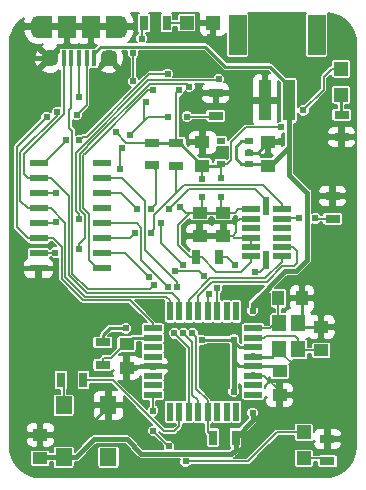
<source format=gbr>
G04 #@! TF.GenerationSoftware,KiCad,Pcbnew,5.0.0-fee4fd1~66~ubuntu16.04.1*
G04 #@! TF.CreationDate,2019-03-22T18:21:00-04:00*
G04 #@! TF.ProjectId,circuit,636972637569742E6B696361645F7063,rev?*
G04 #@! TF.SameCoordinates,Original*
G04 #@! TF.FileFunction,Copper,L1,Top,Signal*
G04 #@! TF.FilePolarity,Positive*
%FSLAX46Y46*%
G04 Gerber Fmt 4.6, Leading zero omitted, Abs format (unit mm)*
G04 Created by KiCad (PCBNEW 5.0.0-fee4fd1~66~ubuntu16.04.1) date Fri Mar 22 18:21:00 2019*
%MOMM*%
%LPD*%
G01*
G04 APERTURE LIST*
G04 #@! TA.AperFunction,SMDPad,CuDef*
%ADD10R,1.500000X0.600000*%
G04 #@! TD*
G04 #@! TA.AperFunction,SMDPad,CuDef*
%ADD11R,0.550000X1.545000*%
G04 #@! TD*
G04 #@! TA.AperFunction,SMDPad,CuDef*
%ADD12R,1.545000X0.550000*%
G04 #@! TD*
G04 #@! TA.AperFunction,SMDPad,CuDef*
%ADD13R,1.250000X1.000000*%
G04 #@! TD*
G04 #@! TA.AperFunction,SMDPad,CuDef*
%ADD14R,1.000000X1.250000*%
G04 #@! TD*
G04 #@! TA.AperFunction,SMDPad,CuDef*
%ADD15R,1.200000X1.200000*%
G04 #@! TD*
G04 #@! TA.AperFunction,SMDPad,CuDef*
%ADD16R,1.000000X3.500000*%
G04 #@! TD*
G04 #@! TA.AperFunction,SMDPad,CuDef*
%ADD17R,1.500000X3.400000*%
G04 #@! TD*
G04 #@! TA.AperFunction,SMDPad,CuDef*
%ADD18R,1.300000X0.700000*%
G04 #@! TD*
G04 #@! TA.AperFunction,SMDPad,CuDef*
%ADD19R,0.700000X1.300000*%
G04 #@! TD*
G04 #@! TA.AperFunction,SMDPad,CuDef*
%ADD20R,1.400000X1.500000*%
G04 #@! TD*
G04 #@! TA.AperFunction,SMDPad,CuDef*
%ADD21R,1.600000X0.550000*%
G04 #@! TD*
G04 #@! TA.AperFunction,SMDPad,CuDef*
%ADD22R,0.550000X1.600000*%
G04 #@! TD*
G04 #@! TA.AperFunction,SMDPad,CuDef*
%ADD23R,1.200000X1.400000*%
G04 #@! TD*
G04 #@! TA.AperFunction,SMDPad,CuDef*
%ADD24R,0.800000X0.550000*%
G04 #@! TD*
G04 #@! TA.AperFunction,SMDPad,CuDef*
%ADD25R,1.200000X1.900000*%
G04 #@! TD*
G04 #@! TA.AperFunction,ComponentPad*
%ADD26O,1.200000X1.900000*%
G04 #@! TD*
G04 #@! TA.AperFunction,SMDPad,CuDef*
%ADD27R,1.500000X1.900000*%
G04 #@! TD*
G04 #@! TA.AperFunction,ComponentPad*
%ADD28C,1.450000*%
G04 #@! TD*
G04 #@! TA.AperFunction,SMDPad,CuDef*
%ADD29R,0.400000X1.350000*%
G04 #@! TD*
G04 #@! TA.AperFunction,ViaPad*
%ADD30C,0.609600*%
G04 #@! TD*
G04 #@! TA.AperFunction,Conductor*
%ADD31C,0.254000*%
G04 #@! TD*
G04 #@! TA.AperFunction,Conductor*
%ADD32C,0.152400*%
G04 #@! TD*
G04 #@! TA.AperFunction,Conductor*
%ADD33C,0.381000*%
G04 #@! TD*
G04 APERTURE END LIST*
D10*
G04 #@! TO.P,U6,16*
G04 #@! TO.N,Net-(U6-Pad16)*
X191320000Y-87665000D03*
G04 #@! TO.P,U6,15*
G04 #@! TO.N,/SCL*
X191320000Y-88935000D03*
G04 #@! TO.P,U6,14*
G04 #@! TO.N,/SCL_3V*
X191320000Y-90205000D03*
G04 #@! TO.P,U6,13*
G04 #@! TO.N,Net-(U6-Pad13)*
X191320000Y-91475000D03*
G04 #@! TO.P,U6,12*
G04 #@! TO.N,/SDA*
X191320000Y-92745000D03*
G04 #@! TO.P,U6,11*
G04 #@! TO.N,/SDA_3V*
X191320000Y-94015000D03*
G04 #@! TO.P,U6,10*
G04 #@! TO.N,/SD_CS*
X191320000Y-95285000D03*
G04 #@! TO.P,U6,9*
G04 #@! TO.N,/SD_CS_3V*
X191320000Y-96555000D03*
G04 #@! TO.P,U6,8*
G04 #@! TO.N,GND*
X185920000Y-96555000D03*
G04 #@! TO.P,U6,7*
G04 #@! TO.N,/SCK_3V*
X185920000Y-95285000D03*
G04 #@! TO.P,U6,6*
G04 #@! TO.N,/SCK*
X185920000Y-94015000D03*
G04 #@! TO.P,U6,5*
G04 #@! TO.N,/MISO_3V*
X185920000Y-92745000D03*
G04 #@! TO.P,U6,4*
G04 #@! TO.N,/MISO*
X185920000Y-91475000D03*
G04 #@! TO.P,U6,3*
G04 #@! TO.N,/MOSI_3V*
X185920000Y-90205000D03*
G04 #@! TO.P,U6,2*
G04 #@! TO.N,/MOSI*
X185920000Y-88935000D03*
G04 #@! TO.P,U6,1*
G04 #@! TO.N,VCC*
X185920000Y-87665000D03*
G04 #@! TD*
D11*
G04 #@! TO.P,U3,7*
G04 #@! TO.N,Net-(R9-Pad2)*
X205210000Y-95847500D03*
G04 #@! TO.P,U3,14*
G04 #@! TO.N,/SCL_3V*
X205210000Y-91252500D03*
D12*
G04 #@! TO.P,U3,*
G04 #@! TO.N,*
X206507500Y-93950000D03*
X206507500Y-93150000D03*
G04 #@! TO.P,U3,4*
G04 #@! TO.N,GND*
X203912500Y-93950000D03*
G04 #@! TO.P,U3,*
G04 #@! TO.N,*
X203912500Y-93150000D03*
G04 #@! TO.P,U3,9*
G04 #@! TO.N,/INT2*
X206507500Y-94750000D03*
G04 #@! TO.P,U3,8*
G04 #@! TO.N,/INT1*
X206507500Y-95550000D03*
G04 #@! TO.P,U3,12*
G04 #@! TO.N,Net-(R11-Pad1)*
X206507500Y-92350000D03*
G04 #@! TO.P,U3,13*
G04 #@! TO.N,/SDA_3V*
X206507500Y-91550000D03*
G04 #@! TO.P,U3,2*
G04 #@! TO.N,GND*
X203912500Y-92350000D03*
G04 #@! TO.P,U3,5*
X203912500Y-94750000D03*
G04 #@! TO.P,U3,1*
G04 #@! TO.N,VCC*
X203912500Y-91550000D03*
G04 #@! TO.P,U3,6*
X203912500Y-95550000D03*
G04 #@! TD*
D13*
G04 #@! TO.P,C1,1*
G04 #@! TO.N,/Battery+*
X186070000Y-112640000D03*
G04 #@! TO.P,C1,2*
G04 #@! TO.N,GND*
X186070000Y-110640000D03*
G04 #@! TD*
G04 #@! TO.P,C4,2*
G04 #@! TO.N,GND*
X209857220Y-101508700D03*
G04 #@! TO.P,C4,1*
G04 #@! TO.N,Net-(C4-Pad1)*
X209857220Y-103508700D03*
G04 #@! TD*
D14*
G04 #@! TO.P,C5,1*
G04 #@! TO.N,Net-(C5-Pad1)*
X206235940Y-99100020D03*
G04 #@! TO.P,C5,2*
G04 #@! TO.N,GND*
X208235940Y-99100020D03*
G04 #@! TD*
D13*
G04 #@! TO.P,C6,2*
G04 #@! TO.N,GND*
X193370000Y-104970000D03*
G04 #@! TO.P,C6,1*
G04 #@! TO.N,Net-(C6-Pad1)*
X193370000Y-102970000D03*
G04 #@! TD*
G04 #@! TO.P,C7,1*
G04 #@! TO.N,GND*
X206329160Y-107262060D03*
G04 #@! TO.P,C7,2*
G04 #@! TO.N,/Battery+*
X206329160Y-105262060D03*
G04 #@! TD*
D15*
G04 #@! TO.P,D1,1*
G04 #@! TO.N,GND*
X200660000Y-75750000D03*
G04 #@! TO.P,D1,2*
G04 #@! TO.N,Net-(D1-Pad2)*
X198460000Y-75750000D03*
G04 #@! TD*
G04 #@! TO.P,D2,2*
G04 #@! TO.N,/P_LED_1*
X208373580Y-110446720D03*
G04 #@! TO.P,D2,1*
G04 #@! TO.N,Net-(D2-Pad1)*
X208373580Y-112646720D03*
G04 #@! TD*
G04 #@! TO.P,D3,2*
G04 #@! TO.N,VCC*
X211528660Y-79651500D03*
G04 #@! TO.P,D3,1*
G04 #@! TO.N,Net-(D3-Pad1)*
X211528660Y-81851500D03*
G04 #@! TD*
D16*
G04 #@! TO.P,J1,1*
G04 #@! TO.N,/Battery+*
X207116680Y-82344260D03*
G04 #@! TO.P,J1,2*
G04 #@! TO.N,GND*
X205116680Y-82344260D03*
D17*
G04 #@! TO.P,J1,*
G04 #@! TO.N,*
X209466680Y-76794260D03*
X202766680Y-76794260D03*
G04 #@! TD*
D18*
G04 #@! TO.P,R1,1*
G04 #@! TO.N,GND*
X210380180Y-110998040D03*
G04 #@! TO.P,R1,2*
G04 #@! TO.N,Net-(D2-Pad1)*
X210380180Y-112898040D03*
G04 #@! TD*
D19*
G04 #@! TO.P,R2,1*
G04 #@! TO.N,/cardIN*
X194860000Y-75780000D03*
G04 #@! TO.P,R2,2*
G04 #@! TO.N,Net-(D1-Pad2)*
X196760000Y-75780000D03*
G04 #@! TD*
D18*
G04 #@! TO.P,R3,2*
G04 #@! TO.N,Net-(D3-Pad1)*
X211576920Y-83550720D03*
G04 #@! TO.P,R3,1*
G04 #@! TO.N,GND*
X211576920Y-85450720D03*
G04 #@! TD*
G04 #@! TO.P,R4,1*
G04 #@! TO.N,/cardIN*
X200930000Y-83630000D03*
G04 #@! TO.P,R4,2*
G04 #@! TO.N,GND*
X200930000Y-81730000D03*
G04 #@! TD*
D19*
G04 #@! TO.P,R5,2*
G04 #@! TO.N,/Neopix*
X189725380Y-106011980D03*
G04 #@! TO.P,R5,1*
G04 #@! TO.N,Net-(R5-Pad1)*
X187825380Y-106011980D03*
G04 #@! TD*
G04 #@! TO.P,R6,2*
G04 #@! TO.N,/Battery+*
X202597940Y-110878000D03*
G04 #@! TO.P,R6,1*
G04 #@! TO.N,/RESET*
X200697940Y-110878000D03*
G04 #@! TD*
D18*
G04 #@! TO.P,R7,1*
G04 #@! TO.N,/Battery+*
X191360000Y-102830000D03*
G04 #@! TO.P,R7,2*
G04 #@! TO.N,Net-(C6-Pad1)*
X191360000Y-104730000D03*
G04 #@! TD*
D20*
G04 #@! TO.P,U1,1*
G04 #@! TO.N,GND*
X191843820Y-108157920D03*
G04 #@! TO.P,U1,2*
G04 #@! TO.N,Net-(R5-Pad1)*
X188043820Y-108157920D03*
G04 #@! TO.P,U1,4*
G04 #@! TO.N,Net-(U1-Pad4)*
X191843820Y-112557920D03*
G04 #@! TO.P,U1,3*
G04 #@! TO.N,/Battery+*
X188043820Y-112557920D03*
G04 #@! TD*
D21*
G04 #@! TO.P,U4,1*
G04 #@! TO.N,Net-(U4-Pad1)*
X204086920Y-107246720D03*
G04 #@! TO.P,U4,2*
G04 #@! TO.N,Net-(U4-Pad2)*
X204086920Y-106446720D03*
G04 #@! TO.P,U4,3*
G04 #@! TO.N,GND*
X204086920Y-105646720D03*
G04 #@! TO.P,U4,4*
G04 #@! TO.N,/Battery+*
X204086920Y-104846720D03*
G04 #@! TO.P,U4,5*
G04 #@! TO.N,GND*
X204086920Y-104046720D03*
G04 #@! TO.P,U4,6*
G04 #@! TO.N,/Battery+*
X204086920Y-103246720D03*
G04 #@! TO.P,U4,7*
G04 #@! TO.N,Net-(C4-Pad1)*
X204086920Y-102446720D03*
G04 #@! TO.P,U4,8*
G04 #@! TO.N,Net-(C5-Pad1)*
X204086920Y-101646720D03*
D22*
G04 #@! TO.P,U4,9*
G04 #@! TO.N,Net-(U4-Pad9)*
X202636920Y-100196720D03*
G04 #@! TO.P,U4,10*
G04 #@! TO.N,Net-(U4-Pad10)*
X201836920Y-100196720D03*
G04 #@! TO.P,U4,11*
G04 #@! TO.N,/SD_CS*
X201036920Y-100196720D03*
G04 #@! TO.P,U4,12*
G04 #@! TO.N,/cardIN*
X200236920Y-100196720D03*
G04 #@! TO.P,U4,13*
G04 #@! TO.N,/INT2*
X199436920Y-100196720D03*
G04 #@! TO.P,U4,14*
G04 #@! TO.N,/INT1*
X198636920Y-100196720D03*
G04 #@! TO.P,U4,15*
G04 #@! TO.N,/MOSI*
X197836920Y-100196720D03*
G04 #@! TO.P,U4,16*
G04 #@! TO.N,/MISO*
X197036920Y-100196720D03*
D21*
G04 #@! TO.P,U4,17*
G04 #@! TO.N,/SCK*
X195586920Y-101646720D03*
G04 #@! TO.P,U4,18*
G04 #@! TO.N,Net-(C6-Pad1)*
X195586920Y-102446720D03*
G04 #@! TO.P,U4,19*
G04 #@! TO.N,Net-(U4-Pad19)*
X195586920Y-103246720D03*
G04 #@! TO.P,U4,20*
G04 #@! TO.N,Net-(U4-Pad20)*
X195586920Y-104046720D03*
G04 #@! TO.P,U4,21*
G04 #@! TO.N,GND*
X195586920Y-104846720D03*
G04 #@! TO.P,U4,22*
G04 #@! TO.N,Net-(U4-Pad22)*
X195586920Y-105646720D03*
G04 #@! TO.P,U4,23*
G04 #@! TO.N,Net-(U4-Pad23)*
X195586920Y-106446720D03*
G04 #@! TO.P,U4,24*
G04 #@! TO.N,/P_LED_1*
X195586920Y-107246720D03*
D22*
G04 #@! TO.P,U4,25*
G04 #@! TO.N,Net-(U4-Pad25)*
X197036920Y-108696720D03*
G04 #@! TO.P,U4,26*
G04 #@! TO.N,/Neopix*
X197836920Y-108696720D03*
G04 #@! TO.P,U4,27*
G04 #@! TO.N,/SDA*
X198636920Y-108696720D03*
G04 #@! TO.P,U4,28*
G04 #@! TO.N,/SCL*
X199436920Y-108696720D03*
G04 #@! TO.P,U4,29*
G04 #@! TO.N,/RESET*
X200236920Y-108696720D03*
G04 #@! TO.P,U4,30*
G04 #@! TO.N,Net-(U4-Pad30)*
X201036920Y-108696720D03*
G04 #@! TO.P,U4,31*
G04 #@! TO.N,Net-(U4-Pad31)*
X201836920Y-108696720D03*
G04 #@! TO.P,U4,32*
G04 #@! TO.N,Net-(U4-Pad32)*
X202636920Y-108696720D03*
G04 #@! TD*
D23*
G04 #@! TO.P,Y1,1*
G04 #@! TO.N,Net-(C4-Pad1)*
X207893700Y-103418200D03*
G04 #@! TO.P,Y1,2*
G04 #@! TO.N,GND*
X207893700Y-101218200D03*
G04 #@! TO.P,Y1,3*
G04 #@! TO.N,Net-(C5-Pad1)*
X206293700Y-101218200D03*
G04 #@! TO.P,Y1,4*
G04 #@! TO.N,GND*
X206293700Y-103418200D03*
G04 #@! TD*
D13*
G04 #@! TO.P,C2,2*
G04 #@! TO.N,GND*
X205360000Y-85870000D03*
G04 #@! TO.P,C2,1*
G04 #@! TO.N,/Battery+*
X205360000Y-87870000D03*
G04 #@! TD*
G04 #@! TO.P,C3,1*
G04 #@! TO.N,VCC*
X199800000Y-87890000D03*
G04 #@! TO.P,C3,2*
G04 #@! TO.N,GND*
X199800000Y-85890000D03*
G04 #@! TD*
D18*
G04 #@! TO.P,R8,2*
G04 #@! TO.N,/SCL_3V*
X195490000Y-87830000D03*
G04 #@! TO.P,R8,1*
G04 #@! TO.N,VCC*
X195490000Y-85930000D03*
G04 #@! TD*
D19*
G04 #@! TO.P,R9,1*
G04 #@! TO.N,VCC*
X199280000Y-95630000D03*
G04 #@! TO.P,R9,2*
G04 #@! TO.N,Net-(R9-Pad2)*
X201180000Y-95630000D03*
G04 #@! TD*
D18*
G04 #@! TO.P,R10,2*
G04 #@! TO.N,/SDA_3V*
X197570000Y-87850000D03*
G04 #@! TO.P,R10,1*
G04 #@! TO.N,VCC*
X197570000Y-85950000D03*
G04 #@! TD*
G04 #@! TO.P,R11,1*
G04 #@! TO.N,Net-(R11-Pad1)*
X210810000Y-92350000D03*
G04 #@! TO.P,R11,2*
G04 #@! TO.N,GND*
X210810000Y-90450000D03*
G04 #@! TD*
D24*
G04 #@! TO.P,U2,5*
G04 #@! TO.N,VCC*
X201350000Y-87710000D03*
G04 #@! TO.P,U2,4*
G04 #@! TO.N,Net-(U2-Pad4)*
X201350000Y-85810000D03*
G04 #@! TO.P,U2,3*
G04 #@! TO.N,/Battery+*
X203750000Y-85810000D03*
G04 #@! TO.P,U2,2*
G04 #@! TO.N,GND*
X203750000Y-86760000D03*
G04 #@! TO.P,U2,1*
G04 #@! TO.N,/Battery+*
X203750000Y-87710000D03*
G04 #@! TD*
D25*
G04 #@! TO.P,U5,6*
G04 #@! TO.N,GND*
X192250000Y-76080000D03*
X186450000Y-76080000D03*
D26*
X185850000Y-76080000D03*
X192850000Y-76080000D03*
D27*
X190350000Y-76080000D03*
D28*
X186850000Y-78780000D03*
D29*
G04 #@! TO.P,U5,3*
G04 #@! TO.N,/MISO*
X189350000Y-78780000D03*
G04 #@! TO.P,U5,4*
G04 #@! TO.N,/RESET*
X188700000Y-78780000D03*
G04 #@! TO.P,U5,5*
G04 #@! TO.N,/MOSI*
X188050000Y-78780000D03*
G04 #@! TO.P,U5,1*
G04 #@! TO.N,/Battery+*
X190650000Y-78780000D03*
G04 #@! TO.P,U5,2*
G04 #@! TO.N,/SCK*
X190000000Y-78780000D03*
D28*
G04 #@! TO.P,U5,6*
G04 #@! TO.N,GND*
X191850000Y-78780000D03*
D27*
X188350000Y-76080000D03*
G04 #@! TD*
D13*
G04 #@! TO.P,C8,2*
G04 #@! TO.N,GND*
X199550000Y-93830000D03*
G04 #@! TO.P,C8,1*
G04 #@! TO.N,VCC*
X199550000Y-91830000D03*
G04 #@! TD*
G04 #@! TO.P,C9,1*
G04 #@! TO.N,VCC*
X201580000Y-91830000D03*
G04 #@! TO.P,C9,2*
G04 #@! TO.N,GND*
X201580000Y-93830000D03*
G04 #@! TD*
D30*
G04 #@! TO.N,GND*
X211541360Y-87198200D03*
X209702280Y-98381200D03*
X210387800Y-109677280D03*
X197093720Y-104553400D03*
X200460000Y-76990000D03*
X207720000Y-107270000D03*
X207730000Y-104940000D03*
X190370000Y-108120000D03*
X186050000Y-109470000D03*
X193260000Y-106270000D03*
X185900000Y-97510000D03*
X202400000Y-81720000D03*
X203400000Y-81020000D03*
X203340000Y-82730000D03*
X202430000Y-83650000D03*
X199810000Y-84730000D03*
X206462300Y-85809506D03*
X198290000Y-93790000D03*
X210790000Y-89330000D03*
X184310000Y-79700000D03*
X184290000Y-83340000D03*
X211960000Y-107910000D03*
X211980000Y-101920000D03*
X211960000Y-95750000D03*
X184520000Y-108110000D03*
X184520000Y-102010000D03*
G04 #@! TO.N,/Battery+*
X202450000Y-107000000D03*
X204040000Y-108790000D03*
X204040000Y-100140000D03*
X202470000Y-102590000D03*
X199779940Y-102612792D03*
X193310000Y-101640000D03*
G04 #@! TO.N,/P_LED_1*
X195610000Y-108600000D03*
X195620000Y-110320000D03*
X196950000Y-111612300D03*
X198380000Y-112907700D03*
G04 #@! TO.N,/RESET*
X198944868Y-102037950D03*
X195690000Y-97990000D03*
G04 #@! TO.N,/cardIN*
X200323324Y-98743324D03*
X198170000Y-96236600D03*
X196266409Y-92690000D03*
X192850000Y-88140000D03*
X193004902Y-86336723D03*
X193650000Y-85260000D03*
X196920000Y-83700000D03*
X198490000Y-83720000D03*
X194998237Y-82458237D03*
X193932296Y-80722296D03*
X193930000Y-78364200D03*
X194660000Y-77100000D03*
G04 #@! TO.N,VCC*
X199770000Y-88956600D03*
X199740000Y-90510000D03*
X201340000Y-88910000D03*
X201350000Y-90480000D03*
X197913164Y-91343164D03*
X188254431Y-85650000D03*
X192438237Y-85018237D03*
X197800000Y-81474810D03*
X206462300Y-84612956D03*
X208330000Y-83170000D03*
G04 #@! TO.N,/SCL_3V*
X194260000Y-91540000D03*
X195428210Y-91530000D03*
X196970993Y-91530993D03*
G04 #@! TO.N,Net-(R9-Pad2)*
X202530000Y-96296600D03*
X204265406Y-96876600D03*
G04 #@! TO.N,/SDA_3V*
X194056600Y-93590000D03*
X195428210Y-93560000D03*
G04 #@! TO.N,Net-(R11-Pad1)*
X209360000Y-92330000D03*
X208010000Y-92330000D03*
G04 #@! TO.N,/SCK_3V*
X187340000Y-95230000D03*
X189321231Y-94950000D03*
X198680000Y-81170000D03*
G04 #@! TO.N,/MISO_3V*
X187360000Y-92670000D03*
X189321231Y-92400000D03*
X201160000Y-80550000D03*
G04 #@! TO.N,/MOSI_3V*
X196840000Y-80103199D03*
X187380000Y-90140000D03*
X189372829Y-85712829D03*
G04 #@! TO.N,/SD_CS_3V*
X195592704Y-81474810D03*
G04 #@! TO.N,/SD_CS*
X201040000Y-98248210D03*
X199928449Y-97198449D03*
X197480000Y-96780000D03*
X195279529Y-97270471D03*
G04 #@! TO.N,/MISO*
X187486129Y-83319529D03*
X189350000Y-82043400D03*
G04 #@! TO.N,/SCK*
X186607829Y-83757829D03*
X189140000Y-83570000D03*
G04 #@! TO.N,/SDA*
X197420000Y-102050000D03*
X196880000Y-98116600D03*
G04 #@! TO.N,/SCL*
X198183152Y-102058809D03*
X197641206Y-98151427D03*
G04 #@! TD*
D31*
G04 #@! TO.N,GND*
X211576920Y-87162640D02*
X211541360Y-87198200D01*
X211576920Y-85450720D02*
X211576920Y-87162640D01*
X208235940Y-100875960D02*
X207893700Y-101218200D01*
X208235940Y-99100020D02*
X208235940Y-100875960D01*
X208184200Y-101508700D02*
X207893700Y-101218200D01*
X209857220Y-101508700D02*
X208184200Y-101508700D01*
X208983460Y-99100020D02*
X209702280Y-98381200D01*
X208235940Y-99100020D02*
X208983460Y-99100020D01*
D32*
X210380180Y-109684900D02*
X210387800Y-109677280D01*
X210380180Y-110998040D02*
X210380180Y-109684900D01*
X196800400Y-104846720D02*
X197093720Y-104553400D01*
X195586920Y-104846720D02*
X196800400Y-104846720D01*
X187446980Y-76083680D02*
X186449380Y-76083680D01*
X188349380Y-76083680D02*
X187446980Y-76083680D01*
X191251780Y-76083680D02*
X192249380Y-76083680D01*
X190349380Y-76083680D02*
X191251780Y-76083680D01*
X188349380Y-76083680D02*
X190349380Y-76083680D01*
X200660000Y-76790000D02*
X200460000Y-76990000D01*
X200660000Y-75750000D02*
X200660000Y-76790000D01*
D31*
X205665180Y-104046720D02*
X204086920Y-104046720D01*
X206293700Y-103418200D02*
X205665180Y-104046720D01*
D32*
X206329160Y-106936560D02*
X206329160Y-107262060D01*
X205039320Y-105646720D02*
X206329160Y-106936560D01*
X204086920Y-105646720D02*
X205039320Y-105646720D01*
X207712060Y-107262060D02*
X207720000Y-107270000D01*
X206329160Y-107262060D02*
X207712060Y-107262060D01*
X207715500Y-104940000D02*
X207730000Y-104940000D01*
X206293700Y-103518200D02*
X207715500Y-104940000D01*
X206293700Y-103418200D02*
X206293700Y-103518200D01*
D31*
X189411740Y-110640000D02*
X191843820Y-108207920D01*
X191843820Y-108207920D02*
X191843820Y-108157920D01*
X186070000Y-110640000D02*
X189411740Y-110640000D01*
X190407920Y-108157920D02*
X190370000Y-108120000D01*
X191843820Y-108157920D02*
X190407920Y-108157920D01*
X186070000Y-109490000D02*
X186050000Y-109470000D01*
X186070000Y-110640000D02*
X186070000Y-109490000D01*
X193290000Y-104650000D02*
X193290000Y-104670000D01*
X193466720Y-104846720D02*
X195586920Y-104846720D01*
X193290000Y-104670000D02*
X193466720Y-104846720D01*
X204470000Y-86760000D02*
X205360000Y-85870000D01*
X203750000Y-86760000D02*
X204470000Y-86760000D01*
D32*
X193370000Y-106160000D02*
X193260000Y-106270000D01*
X193370000Y-104970000D02*
X193370000Y-106160000D01*
X185920000Y-97490000D02*
X185900000Y-97510000D01*
X185920000Y-96555000D02*
X185920000Y-97490000D01*
D31*
X199550000Y-93830000D02*
X201580000Y-93830000D01*
D32*
X202357400Y-93830000D02*
X202477400Y-93950000D01*
X201580000Y-93830000D02*
X202357400Y-93830000D01*
X202477400Y-93950000D02*
X203912500Y-93950000D01*
X203912500Y-93950000D02*
X203912500Y-94750000D01*
X202987600Y-92350000D02*
X203912500Y-92350000D01*
X202680000Y-92657600D02*
X202987600Y-92350000D01*
X202680000Y-93507400D02*
X202680000Y-92657600D01*
X202357400Y-93830000D02*
X202680000Y-93507400D01*
X205116680Y-82344260D02*
X205116680Y-82046680D01*
X202390000Y-81730000D02*
X202400000Y-81720000D01*
X200930000Y-81730000D02*
X202390000Y-81730000D01*
X203400000Y-82670000D02*
X203340000Y-82730000D01*
X203400000Y-81020000D02*
X203400000Y-82670000D01*
X199800000Y-84740000D02*
X199810000Y-84730000D01*
X199800000Y-85890000D02*
X199800000Y-84740000D01*
X206401806Y-85870000D02*
X206462300Y-85809506D01*
X205360000Y-85870000D02*
X206401806Y-85870000D01*
D31*
X198330000Y-93830000D02*
X198290000Y-93790000D01*
X199550000Y-93830000D02*
X198330000Y-93830000D01*
D32*
X210810000Y-90450000D02*
X210810000Y-89350000D01*
D33*
X185230000Y-78780000D02*
X184310000Y-79700000D01*
X186850000Y-78780000D02*
X185230000Y-78780000D01*
X210387800Y-109482200D02*
X211960000Y-107910000D01*
X210387800Y-109677280D02*
X210387800Y-109482200D01*
X211980000Y-95770000D02*
X211960000Y-95750000D01*
X211980000Y-101920000D02*
X211980000Y-95770000D01*
X185880000Y-109470000D02*
X184520000Y-108110000D01*
X186050000Y-109470000D02*
X185880000Y-109470000D01*
D31*
G04 #@! TO.N,/Battery+*
X205913820Y-104846720D02*
X204086920Y-104846720D01*
X206329160Y-105262060D02*
X205913820Y-104846720D01*
D33*
X202470000Y-106980000D02*
X202450000Y-107000000D01*
X204040000Y-109435940D02*
X202597940Y-110878000D01*
X204040000Y-108790000D02*
X204040000Y-109435940D01*
X202597940Y-111909000D02*
X202246940Y-112260000D01*
X202597940Y-110878000D02*
X202597940Y-111909000D01*
X194620000Y-112260000D02*
X193400000Y-111040000D01*
X202246940Y-112260000D02*
X194620000Y-112260000D01*
X189124820Y-112557920D02*
X188043820Y-112557920D01*
X190642740Y-111040000D02*
X189124820Y-112557920D01*
X193400000Y-111040000D02*
X190642740Y-111040000D01*
X186152080Y-112557920D02*
X186070000Y-112640000D01*
X188043820Y-112557920D02*
X186152080Y-112557920D01*
D31*
X202470000Y-102590000D02*
X202470000Y-102750000D01*
X202966720Y-103246720D02*
X204086920Y-103246720D01*
X202470000Y-102750000D02*
X202966720Y-103246720D01*
X202470000Y-104370000D02*
X202470000Y-104420000D01*
D33*
X202470000Y-102590000D02*
X202470000Y-104370000D01*
X202470000Y-104370000D02*
X202470000Y-106980000D01*
D31*
X202896720Y-104846720D02*
X204086920Y-104846720D01*
X202470000Y-104420000D02*
X202896720Y-104846720D01*
X205200000Y-87710000D02*
X205360000Y-87870000D01*
X203750000Y-87710000D02*
X205200000Y-87710000D01*
D33*
X207116680Y-84475260D02*
X207110000Y-84481940D01*
X207116680Y-82344260D02*
X207116680Y-84475260D01*
X205485000Y-87870000D02*
X205360000Y-87870000D01*
X207110000Y-86245000D02*
X205485000Y-87870000D01*
X207110000Y-84481940D02*
X207110000Y-86245000D01*
D31*
X203096000Y-85810000D02*
X202600000Y-86306000D01*
X203750000Y-85810000D02*
X203096000Y-85810000D01*
X202600000Y-87214000D02*
X203096000Y-87710000D01*
X203096000Y-87710000D02*
X203750000Y-87710000D01*
X202600000Y-86306000D02*
X202600000Y-87214000D01*
X199802732Y-102590000D02*
X199779940Y-102612792D01*
X202470000Y-102590000D02*
X199802732Y-102590000D01*
X191360000Y-102226000D02*
X191360000Y-102830000D01*
X191946000Y-101640000D02*
X191360000Y-102226000D01*
X193310000Y-101640000D02*
X191946000Y-101640000D01*
X192332113Y-77775599D02*
X192336514Y-77780000D01*
X191367887Y-77775599D02*
X192332113Y-77775599D01*
X190650000Y-78780000D02*
X190650000Y-78305000D01*
X190650000Y-78305000D02*
X191175000Y-77780000D01*
X191175000Y-77780000D02*
X191363486Y-77780000D01*
X191363486Y-77780000D02*
X191367887Y-77775599D01*
X192336514Y-77780000D02*
X200050000Y-77780000D01*
X200050000Y-77780000D02*
X201750000Y-79480000D01*
X205502420Y-79480000D02*
X207116680Y-81094260D01*
X207116680Y-81094260D02*
X207116680Y-82344260D01*
X201750000Y-79480000D02*
X205502420Y-79480000D01*
D33*
X204040000Y-99553738D02*
X204040000Y-100140000D01*
X206784629Y-96809109D02*
X204040000Y-99553738D01*
X207703601Y-96809109D02*
X206784629Y-96809109D01*
X207110000Y-86245000D02*
X207110000Y-88620000D01*
X208670000Y-90180000D02*
X208670000Y-95842711D01*
X207110000Y-88620000D02*
X208670000Y-90180000D01*
X208670000Y-95842711D02*
X207703601Y-96809109D01*
D32*
G04 #@! TO.N,Net-(D1-Pad2)*
X198430000Y-75780000D02*
X198460000Y-75750000D01*
X196760000Y-75780000D02*
X198430000Y-75780000D01*
G04 #@! TO.N,Net-(D2-Pad1)*
X210128860Y-112646720D02*
X210380180Y-112898040D01*
X208373580Y-112646720D02*
X210128860Y-112646720D01*
G04 #@! TO.N,/P_LED_1*
X195586920Y-108576920D02*
X195610000Y-108600000D01*
X195586920Y-107246720D02*
X195586920Y-108576920D01*
X196912300Y-111612300D02*
X196950000Y-111612300D01*
X195620000Y-110320000D02*
X196912300Y-111612300D01*
X198380000Y-112907700D02*
X203652300Y-112907700D01*
X206113280Y-110446720D02*
X208373580Y-110446720D01*
X203652300Y-112907700D02*
X206113280Y-110446720D01*
D31*
G04 #@! TO.N,Net-(D3-Pad1)*
X211528660Y-83502460D02*
X211576920Y-83550720D01*
X211528660Y-81851500D02*
X211528660Y-83502460D01*
D32*
G04 #@! TO.N,/RESET*
X200236920Y-110416980D02*
X200697940Y-110878000D01*
X200236920Y-108696720D02*
X200236920Y-110416980D01*
X188700000Y-78780000D02*
X188700000Y-79520566D01*
X200236920Y-107744320D02*
X199246540Y-106753940D01*
X200236920Y-108696720D02*
X200236920Y-107744320D01*
X199246540Y-102339622D02*
X198944868Y-102037950D01*
X199246540Y-106753940D02*
X199246540Y-102339622D01*
X190111066Y-98340000D02*
X195340000Y-98340000D01*
X188787831Y-84917831D02*
X188787831Y-97016765D01*
X188787831Y-97016765D02*
X190111066Y-98340000D01*
X188700000Y-78780000D02*
X188700000Y-82950000D01*
X195340000Y-98340000D02*
X195690000Y-97990000D01*
X188700000Y-82950000D02*
X188520000Y-83130000D01*
X188520000Y-83130000D02*
X188520000Y-84650000D01*
X188520000Y-84650000D02*
X188787831Y-84917831D01*
G04 #@! TO.N,/Neopix*
X192212546Y-106011980D02*
X196520566Y-110320000D01*
X189725380Y-106011980D02*
X192212546Y-106011980D01*
X196520566Y-110320000D02*
X197420000Y-110320000D01*
X197836920Y-109903080D02*
X197836920Y-108696720D01*
X197420000Y-110320000D02*
X197836920Y-109903080D01*
G04 #@! TO.N,/cardIN*
X200236920Y-98829728D02*
X200323324Y-98743324D01*
X200236920Y-100196720D02*
X200236920Y-98829728D01*
X198170000Y-96236600D02*
X196320000Y-94386600D01*
X196320000Y-92743591D02*
X196266409Y-92690000D01*
X196320000Y-94386600D02*
X196320000Y-92743591D01*
X192850000Y-86491625D02*
X193004902Y-86336723D01*
X192850000Y-88140000D02*
X192850000Y-86491625D01*
X195210000Y-83700000D02*
X196920000Y-83700000D01*
X200840000Y-83720000D02*
X200930000Y-83630000D01*
X198490000Y-83720000D02*
X200840000Y-83720000D01*
X194820000Y-84090000D02*
X195210000Y-83700000D01*
X194820000Y-82636474D02*
X194998237Y-82458237D01*
X193650000Y-85260000D02*
X194820000Y-84090000D01*
X194820000Y-84090000D02*
X194820000Y-82636474D01*
X193932296Y-78366496D02*
X193930000Y-78364200D01*
X193932296Y-80722296D02*
X193932296Y-78366496D01*
X194660000Y-75980000D02*
X194860000Y-75780000D01*
X194660000Y-77100000D02*
X194660000Y-75980000D01*
G04 #@! TO.N,Net-(C4-Pad1)*
X205039320Y-102446720D02*
X204086920Y-102446720D01*
X207893700Y-103418200D02*
X207893700Y-102565800D01*
X207635940Y-102308040D02*
X205178000Y-102308040D01*
X207893700Y-102565800D02*
X207635940Y-102308040D01*
X205178000Y-102308040D02*
X205039320Y-102446720D01*
X207984200Y-103508700D02*
X207893700Y-103418200D01*
X209857220Y-103508700D02*
X207984200Y-103508700D01*
G04 #@! TO.N,Net-(C5-Pad1)*
X206293700Y-101218200D02*
X205966120Y-101218200D01*
X205537600Y-101646720D02*
X204086920Y-101646720D01*
X205966120Y-101218200D02*
X205537600Y-101646720D01*
X206235940Y-101160440D02*
X206293700Y-101218200D01*
X206235940Y-99100020D02*
X206235940Y-101160440D01*
D31*
G04 #@! TO.N,Net-(C6-Pad1)*
X193290000Y-102650000D02*
X193690000Y-102650000D01*
X193893280Y-102446720D02*
X195586920Y-102446720D01*
X193690000Y-102650000D02*
X193893280Y-102446720D01*
D32*
X191360000Y-104227600D02*
X191457600Y-104130000D01*
X191360000Y-104730000D02*
X191360000Y-104227600D01*
X193245000Y-102970000D02*
X193370000Y-102970000D01*
X192085000Y-104130000D02*
X193245000Y-102970000D01*
X191457600Y-104130000D02*
X192085000Y-104130000D01*
G04 #@! TO.N,Net-(R5-Pad1)*
X188043820Y-106230420D02*
X187825380Y-106011980D01*
X188043820Y-108157920D02*
X188043820Y-106230420D01*
G04 #@! TO.N,/INT2*
X199436920Y-100196720D02*
X199436920Y-98875386D01*
X200597497Y-97714809D02*
X205232739Y-97714809D01*
X199436920Y-98875386D02*
X200597497Y-97714809D01*
X205232739Y-97714809D02*
X206557548Y-96390000D01*
X206557548Y-96390000D02*
X207530000Y-96390000D01*
X207530000Y-96390000D02*
X207810000Y-96110000D01*
X207432400Y-94750000D02*
X206507500Y-94750000D01*
X207810000Y-95127600D02*
X207432400Y-94750000D01*
X207810000Y-96110000D02*
X207810000Y-95127600D01*
G04 #@! TO.N,/INT1*
X198636920Y-99244320D02*
X200471240Y-97410000D01*
X198636920Y-100196720D02*
X198636920Y-99244320D01*
X206507500Y-96008982D02*
X206507500Y-95550000D01*
X205106482Y-97410000D02*
X206507500Y-96008982D01*
X200471240Y-97410000D02*
X205106482Y-97410000D01*
D31*
G04 #@! TO.N,VCC*
X195890000Y-85980000D02*
X195900000Y-85970000D01*
D32*
X199800000Y-88926600D02*
X199770000Y-88956600D01*
X199800000Y-87890000D02*
X199800000Y-88926600D01*
X199740000Y-91640000D02*
X199550000Y-91830000D01*
X199740000Y-90510000D02*
X199740000Y-91640000D01*
X201350000Y-88900000D02*
X201340000Y-88910000D01*
X201350000Y-87710000D02*
X201350000Y-88900000D01*
X201350000Y-91600000D02*
X201580000Y-91830000D01*
X201350000Y-90480000D02*
X201350000Y-91600000D01*
D31*
X199550000Y-91830000D02*
X201580000Y-91830000D01*
D32*
X201580000Y-91830000D02*
X202530000Y-91830000D01*
X202810000Y-91550000D02*
X203912500Y-91550000D01*
X202530000Y-91830000D02*
X202810000Y-91550000D01*
D31*
X197550000Y-85930000D02*
X197570000Y-85950000D01*
X195490000Y-85930000D02*
X197550000Y-85930000D01*
X197870000Y-85950000D02*
X199800000Y-87880000D01*
X199800000Y-87880000D02*
X199800000Y-87890000D01*
X197570000Y-85950000D02*
X197870000Y-85950000D01*
X201170000Y-87890000D02*
X201350000Y-87710000D01*
X199800000Y-87890000D02*
X201170000Y-87890000D01*
D32*
X198400000Y-91830000D02*
X197913164Y-91343164D01*
X199550000Y-91830000D02*
X198400000Y-91830000D01*
X188254431Y-85780569D02*
X188254431Y-85650000D01*
X186370000Y-87665000D02*
X188254431Y-85780569D01*
X185920000Y-87665000D02*
X186370000Y-87665000D01*
X193350000Y-85930000D02*
X195490000Y-85930000D01*
X192438237Y-85018237D02*
X193350000Y-85930000D01*
X197570000Y-81704810D02*
X197800000Y-81474810D01*
X197570000Y-85950000D02*
X197570000Y-81704810D01*
X202244390Y-87368010D02*
X202244390Y-85835610D01*
X201902400Y-87710000D02*
X202244390Y-87368010D01*
X201350000Y-87710000D02*
X201902400Y-87710000D01*
X203467044Y-84612956D02*
X206462300Y-84612956D01*
X202244390Y-85835610D02*
X203467044Y-84612956D01*
X208330000Y-83170000D02*
X210070000Y-81430000D01*
X210776260Y-79651500D02*
X211528660Y-79651500D01*
X210070000Y-80357760D02*
X210776260Y-79651500D01*
X210070000Y-81430000D02*
X210070000Y-80357760D01*
X198777600Y-95630000D02*
X199280000Y-95630000D01*
X197756599Y-94608999D02*
X198777600Y-95630000D01*
X197756599Y-92846001D02*
X197756599Y-94608999D01*
X198772600Y-91830000D02*
X197756599Y-92846001D01*
X199550000Y-91830000D02*
X198772600Y-91830000D01*
X203912500Y-95977400D02*
X203059900Y-96830000D01*
X203912500Y-95550000D02*
X203912500Y-95977400D01*
X199782400Y-95630000D02*
X199280000Y-95630000D01*
X200982400Y-96830000D02*
X199782400Y-95630000D01*
X203059900Y-96830000D02*
X200982400Y-96830000D01*
G04 #@! TO.N,/SCL_3V*
X192925000Y-90205000D02*
X194260000Y-91540000D01*
X191320000Y-90205000D02*
X192925000Y-90205000D01*
X195850000Y-88190000D02*
X195490000Y-87830000D01*
X195880000Y-88190000D02*
X195850000Y-88190000D01*
X195880000Y-91078210D02*
X195880000Y-88190000D01*
X195428210Y-91530000D02*
X195880000Y-91078210D01*
X196970993Y-91530993D02*
X198701986Y-89800000D01*
X204255000Y-89800000D02*
X205210000Y-90755000D01*
X205210000Y-90755000D02*
X205210000Y-91252500D01*
X198701986Y-89800000D02*
X204255000Y-89800000D01*
G04 #@! TO.N,Net-(R9-Pad2)*
X201863400Y-95630000D02*
X202530000Y-96296600D01*
X201180000Y-95630000D02*
X201863400Y-95630000D01*
X204265406Y-96876600D02*
X204265406Y-96792094D01*
X204696458Y-96876600D02*
X204703058Y-96870000D01*
X204265406Y-96876600D02*
X204696458Y-96876600D01*
X204703058Y-96851942D02*
X205210000Y-96345000D01*
X205210000Y-96345000D02*
X205210000Y-95847500D01*
X204703058Y-96870000D02*
X204703058Y-96851942D01*
G04 #@! TO.N,/SDA_3V*
X193631600Y-94015000D02*
X194056600Y-93590000D01*
X191320000Y-94015000D02*
X193631600Y-94015000D01*
X197570000Y-88352400D02*
X197570000Y-87850000D01*
X197570000Y-90177644D02*
X197570000Y-88352400D01*
X195733009Y-93255201D02*
X195733009Y-92014635D01*
X195428210Y-93560000D02*
X195733009Y-93255201D01*
X195733009Y-92014635D02*
X197157644Y-90590000D01*
X197157644Y-90590000D02*
X197160000Y-90590000D01*
X197157644Y-90590000D02*
X197570000Y-90177644D01*
X197160000Y-90590000D02*
X198260000Y-89490000D01*
X206507500Y-91091018D02*
X206507500Y-91550000D01*
X204906482Y-89490000D02*
X206507500Y-91091018D01*
X198260000Y-89490000D02*
X204906482Y-89490000D01*
G04 #@! TO.N,Net-(R11-Pad1)*
X209380000Y-92350000D02*
X209360000Y-92330000D01*
X210810000Y-92350000D02*
X209380000Y-92350000D01*
X206527500Y-92330000D02*
X206507500Y-92350000D01*
X208010000Y-92330000D02*
X206527500Y-92330000D01*
G04 #@! TO.N,/SCK_3V*
X185920000Y-95285000D02*
X187285000Y-95285000D01*
X187285000Y-95285000D02*
X187340000Y-95230000D01*
X189854632Y-92071283D02*
X189397451Y-91614102D01*
X189321231Y-94518948D02*
X189854632Y-93985547D01*
X189854632Y-93985547D02*
X189854632Y-92071283D01*
X189321231Y-94950000D02*
X189321231Y-94518948D01*
X189397451Y-91614102D02*
X189397451Y-91060000D01*
X189397451Y-91060000D02*
X189397451Y-86873615D01*
X189397451Y-86873615D02*
X189750533Y-86520533D01*
X189750533Y-86520533D02*
X190390533Y-85880533D01*
X190390533Y-85880533D02*
X195329656Y-80941410D01*
X198451410Y-80941410D02*
X198680000Y-81170000D01*
X195329656Y-80941410D02*
X198451410Y-80941410D01*
G04 #@! TO.N,/MISO_3V*
X187285000Y-92745000D02*
X187360000Y-92670000D01*
X185920000Y-92745000D02*
X187285000Y-92745000D01*
X201073400Y-80636600D02*
X201160000Y-80550000D01*
X195203400Y-80636600D02*
X201073400Y-80636600D01*
X189092641Y-86747359D02*
X195203400Y-80636600D01*
X189321231Y-91968948D02*
X189092641Y-91740358D01*
X189321231Y-92400000D02*
X189321231Y-91968948D01*
X189092641Y-91740358D02*
X189092641Y-86747359D01*
G04 #@! TO.N,/MOSI_3V*
X195986801Y-80103199D02*
X196840000Y-80103199D01*
X187315000Y-90205000D02*
X187380000Y-90140000D01*
X185920000Y-90205000D02*
X187315000Y-90205000D01*
X195305735Y-80103199D02*
X195986801Y-80103199D01*
X190000904Y-85408030D02*
X195305735Y-80103199D01*
X189677628Y-85408030D02*
X190000904Y-85408030D01*
X189372829Y-85712829D02*
X189677628Y-85408030D01*
G04 #@! TO.N,/SD_CS_3V*
X190159442Y-95844442D02*
X190159442Y-92780000D01*
X190870000Y-96555000D02*
X190159442Y-95844442D01*
X191320000Y-96555000D02*
X190870000Y-96555000D01*
X190159441Y-91945026D02*
X189702261Y-91487846D01*
X190159442Y-92780000D02*
X190159441Y-91945026D01*
X189702261Y-91487846D02*
X189702261Y-86999871D01*
X189702261Y-86999871D02*
X189916066Y-86786066D01*
X189916066Y-86786066D02*
X190516790Y-86185342D01*
X195227322Y-81474810D02*
X195592704Y-81474810D01*
X190516790Y-86185342D02*
X195227322Y-81474810D01*
G04 #@! TO.N,/SD_CS*
X201036920Y-98251290D02*
X201040000Y-98248210D01*
X201036920Y-100196720D02*
X201036920Y-98251290D01*
X199928449Y-97198449D02*
X199500000Y-96770000D01*
X197490000Y-96770000D02*
X197480000Y-96780000D01*
X199500000Y-96770000D02*
X197490000Y-96770000D01*
X195279529Y-97270471D02*
X193259058Y-95250000D01*
X193224058Y-95285000D02*
X191320000Y-95285000D01*
X193259058Y-95250000D02*
X193224058Y-95285000D01*
G04 #@! TO.N,/MOSI*
X185017600Y-88935000D02*
X184680000Y-88597400D01*
X185920000Y-88935000D02*
X185017600Y-88935000D01*
X184680000Y-88597400D02*
X184680000Y-86880000D01*
X188050000Y-83510000D02*
X188050000Y-78780000D01*
X184680000Y-86880000D02*
X188050000Y-83510000D01*
X197242600Y-98650000D02*
X197836920Y-99244320D01*
X189990000Y-98650000D02*
X197242600Y-98650000D01*
X197836920Y-99244320D02*
X197836920Y-100196720D01*
X185920000Y-88935000D02*
X186954434Y-88935000D01*
X186954434Y-88935000D02*
X188483021Y-90463587D01*
X188483021Y-90463587D02*
X188483021Y-97143021D01*
X188483021Y-97143021D02*
X189990000Y-98650000D01*
G04 #@! TO.N,/MISO*
X186954434Y-91475000D02*
X185920000Y-91475000D01*
X188178211Y-92698777D02*
X186954434Y-91475000D01*
X188178211Y-97297145D02*
X188178211Y-92698777D01*
X197036920Y-100196720D02*
X197036920Y-99244320D01*
X196747410Y-98954810D02*
X189835875Y-98954809D01*
X189835875Y-98954809D02*
X188178211Y-97297145D01*
X197036920Y-99244320D02*
X196747410Y-98954810D01*
X185920000Y-91475000D02*
X185017600Y-91475000D01*
X185017600Y-91475000D02*
X184375190Y-90832590D01*
X184375190Y-86744810D02*
X187486129Y-83633871D01*
X187486129Y-83633871D02*
X187486129Y-83319529D01*
X184375190Y-90832590D02*
X184375190Y-86744810D01*
X189350000Y-82043400D02*
X189350000Y-78780000D01*
G04 #@! TO.N,/SCK*
X195586920Y-101219320D02*
X195586920Y-101646720D01*
X193627219Y-99259619D02*
X195586920Y-101219320D01*
X189709618Y-99259618D02*
X193627219Y-99259619D01*
X185920000Y-94015000D02*
X187155000Y-94015000D01*
X187155000Y-94015000D02*
X187873401Y-94733401D01*
X187873401Y-94733401D02*
X187873401Y-97423401D01*
X187873401Y-97423401D02*
X189709618Y-99259618D01*
X185017600Y-94015000D02*
X184070000Y-93067400D01*
X185920000Y-94015000D02*
X185017600Y-94015000D01*
X184070000Y-86295658D02*
X186607829Y-83757829D01*
X184070000Y-93067400D02*
X184070000Y-86295658D01*
X190000000Y-82710000D02*
X190000000Y-78780000D01*
X189140000Y-83570000D02*
X190000000Y-82710000D01*
G04 #@! TO.N,/SDA*
X198636920Y-103266920D02*
X197420000Y-102050000D01*
X198636920Y-108696720D02*
X198636920Y-103266920D01*
X196880000Y-98116600D02*
X194590000Y-95826600D01*
X194590000Y-95826600D02*
X194590000Y-93100000D01*
X194235000Y-92745000D02*
X191320000Y-92745000D01*
X194590000Y-93100000D02*
X194235000Y-92745000D01*
G04 #@! TO.N,/SCL*
X199436920Y-107744320D02*
X198941730Y-107249130D01*
X199436920Y-108696720D02*
X199436920Y-107744320D01*
X198941730Y-102817387D02*
X198183152Y-102058809D01*
X198941730Y-107249130D02*
X198941730Y-102817387D01*
X197641206Y-97720375D02*
X194894810Y-94973979D01*
X197641206Y-98151427D02*
X197641206Y-97720375D01*
X194894810Y-94973979D02*
X194894810Y-90844810D01*
X192985000Y-88935000D02*
X191320000Y-88935000D01*
X194894810Y-90844810D02*
X192985000Y-88935000D01*
G04 #@! TD*
G04 #@! TO.N,GND*
G36*
X194345189Y-74965189D02*
X194294664Y-75040805D01*
X194276922Y-75130000D01*
X194276922Y-76430000D01*
X194294664Y-76519195D01*
X194345189Y-76594811D01*
X194355200Y-76601500D01*
X194355200Y-76650458D01*
X194207805Y-76797853D01*
X194126600Y-76993900D01*
X194126600Y-77206100D01*
X194207805Y-77402147D01*
X194230058Y-77424400D01*
X193496580Y-77424400D01*
X193692915Y-77297210D01*
X193960619Y-76908628D01*
X194059241Y-76447179D01*
X193900991Y-76257800D01*
X190527800Y-76257800D01*
X190527800Y-77468150D01*
X190673850Y-77614200D01*
X190837906Y-77614200D01*
X190580184Y-77871922D01*
X190450000Y-77871922D01*
X190360805Y-77889664D01*
X190325000Y-77913588D01*
X190289195Y-77889664D01*
X190200000Y-77871922D01*
X189800000Y-77871922D01*
X189710805Y-77889664D01*
X189675000Y-77913588D01*
X189639195Y-77889664D01*
X189550000Y-77871922D01*
X189150000Y-77871922D01*
X189060805Y-77889664D01*
X189025000Y-77913588D01*
X188989195Y-77889664D01*
X188900000Y-77871922D01*
X188500000Y-77871922D01*
X188410805Y-77889664D01*
X188375000Y-77913588D01*
X188339195Y-77889664D01*
X188250000Y-77871922D01*
X187850000Y-77871922D01*
X187760805Y-77889664D01*
X187685189Y-77940189D01*
X187634664Y-78015805D01*
X187616922Y-78105000D01*
X187616922Y-78264525D01*
X187101447Y-78780000D01*
X187115590Y-78794143D01*
X186864143Y-79045590D01*
X186850000Y-79031447D01*
X186144570Y-79736877D01*
X186216230Y-79954801D01*
X186714050Y-80107908D01*
X187232567Y-80058854D01*
X187483770Y-79954801D01*
X187555429Y-79736879D01*
X187667100Y-79848550D01*
X187745201Y-79770449D01*
X187745200Y-82849491D01*
X187592229Y-82786129D01*
X187380029Y-82786129D01*
X187183982Y-82867334D01*
X187033934Y-83017382D01*
X186952729Y-83213429D01*
X186952729Y-83348387D01*
X186909976Y-83305634D01*
X186713929Y-83224429D01*
X186501729Y-83224429D01*
X186305682Y-83305634D01*
X186155634Y-83455682D01*
X186074429Y-83651729D01*
X186074429Y-83860177D01*
X183875698Y-86058908D01*
X183850253Y-86075910D01*
X183833251Y-86101355D01*
X183833248Y-86101358D01*
X183782885Y-86176732D01*
X183759230Y-86295658D01*
X183765201Y-86325677D01*
X183765200Y-93037386D01*
X183759230Y-93067400D01*
X183765200Y-93097414D01*
X183765200Y-93097417D01*
X183782885Y-93186326D01*
X183850252Y-93287148D01*
X183875700Y-93304152D01*
X184780850Y-94209303D01*
X184797852Y-94234748D01*
X184823297Y-94251750D01*
X184823299Y-94251752D01*
X184889997Y-94296318D01*
X184898673Y-94302115D01*
X184936922Y-94309723D01*
X184936922Y-94315000D01*
X184954664Y-94404195D01*
X185005189Y-94479811D01*
X185080805Y-94530336D01*
X185170000Y-94548078D01*
X186670000Y-94548078D01*
X186759195Y-94530336D01*
X186834811Y-94479811D01*
X186885336Y-94404195D01*
X186902123Y-94319800D01*
X187028748Y-94319800D01*
X187405548Y-94696600D01*
X187233900Y-94696600D01*
X187037853Y-94777805D01*
X186891063Y-94924595D01*
X186885336Y-94895805D01*
X186834811Y-94820189D01*
X186759195Y-94769664D01*
X186670000Y-94751922D01*
X185170000Y-94751922D01*
X185080805Y-94769664D01*
X185005189Y-94820189D01*
X184954664Y-94895805D01*
X184936922Y-94985000D01*
X184936922Y-95585000D01*
X184954664Y-95674195D01*
X184974376Y-95703696D01*
X184839077Y-95759739D01*
X184674739Y-95924078D01*
X184585800Y-96138796D01*
X184585800Y-96258950D01*
X184731850Y-96405000D01*
X185742200Y-96405000D01*
X185742200Y-96357200D01*
X186097800Y-96357200D01*
X186097800Y-96405000D01*
X187108150Y-96405000D01*
X187254200Y-96258950D01*
X187254200Y-96138796D01*
X187165261Y-95924078D01*
X187000923Y-95759739D01*
X186865624Y-95703696D01*
X186885336Y-95674195D01*
X186902123Y-95589800D01*
X186945458Y-95589800D01*
X187037853Y-95682195D01*
X187233900Y-95763400D01*
X187446100Y-95763400D01*
X187568601Y-95712658D01*
X187568602Y-97393382D01*
X187562631Y-97423401D01*
X187586286Y-97542327D01*
X187636649Y-97617701D01*
X187636652Y-97617704D01*
X187653654Y-97643149D01*
X187679099Y-97660151D01*
X189472870Y-99453923D01*
X189489870Y-99479365D01*
X189515312Y-99496365D01*
X189515317Y-99496370D01*
X189590691Y-99546733D01*
X189709618Y-99570388D01*
X189739637Y-99564417D01*
X193500967Y-99564419D01*
X195075189Y-101138642D01*
X194786920Y-101138642D01*
X194697725Y-101156384D01*
X194622109Y-101206909D01*
X194571584Y-101282525D01*
X194553842Y-101371720D01*
X194553842Y-101921720D01*
X194571584Y-102010915D01*
X194595508Y-102046720D01*
X194571584Y-102082525D01*
X194569874Y-102091120D01*
X193928294Y-102091120D01*
X193893279Y-102084155D01*
X193858264Y-102091120D01*
X193858260Y-102091120D01*
X193754532Y-102111753D01*
X193636907Y-102190347D01*
X193617067Y-102220040D01*
X193600185Y-102236922D01*
X192745000Y-102236922D01*
X192655805Y-102254664D01*
X192580189Y-102305189D01*
X192529664Y-102380805D01*
X192511922Y-102470000D01*
X192511922Y-103272025D01*
X191958748Y-103825200D01*
X191487612Y-103825200D01*
X191457599Y-103819230D01*
X191427586Y-103825200D01*
X191427582Y-103825200D01*
X191338673Y-103842885D01*
X191237852Y-103910252D01*
X191220847Y-103935702D01*
X191165699Y-103990850D01*
X191140253Y-104007852D01*
X191123251Y-104033297D01*
X191123248Y-104033300D01*
X191072885Y-104108674D01*
X191065277Y-104146922D01*
X190710000Y-104146922D01*
X190620805Y-104164664D01*
X190545189Y-104215189D01*
X190494664Y-104290805D01*
X190476922Y-104380000D01*
X190476922Y-105080000D01*
X190494664Y-105169195D01*
X190545189Y-105244811D01*
X190620805Y-105295336D01*
X190710000Y-105313078D01*
X192010000Y-105313078D01*
X192099195Y-105295336D01*
X192174811Y-105244811D01*
X192225336Y-105169195D01*
X192229591Y-105147802D01*
X192306848Y-105147802D01*
X192160800Y-105293850D01*
X192160800Y-105586205D01*
X192208749Y-105701965D01*
X192182532Y-105707180D01*
X190308458Y-105707180D01*
X190308458Y-105361980D01*
X190290716Y-105272785D01*
X190240191Y-105197169D01*
X190164575Y-105146644D01*
X190075380Y-105128902D01*
X189375380Y-105128902D01*
X189286185Y-105146644D01*
X189210569Y-105197169D01*
X189160044Y-105272785D01*
X189142302Y-105361980D01*
X189142302Y-106661980D01*
X189160044Y-106751175D01*
X189210569Y-106826791D01*
X189286185Y-106877316D01*
X189375380Y-106895058D01*
X190075380Y-106895058D01*
X190164575Y-106877316D01*
X190240191Y-106826791D01*
X190290716Y-106751175D01*
X190308458Y-106661980D01*
X190308458Y-106316780D01*
X192086294Y-106316780D01*
X192593234Y-106823720D01*
X192167670Y-106823720D01*
X192021620Y-106969770D01*
X192021620Y-107980120D01*
X192981970Y-107980120D01*
X193128020Y-107834070D01*
X193128020Y-107358506D01*
X195556114Y-109786600D01*
X195513900Y-109786600D01*
X195317853Y-109867805D01*
X195167805Y-110017853D01*
X195086600Y-110213900D01*
X195086600Y-110426100D01*
X195167805Y-110622147D01*
X195317853Y-110772195D01*
X195513900Y-110853400D01*
X195722348Y-110853400D01*
X196416600Y-111547652D01*
X196416600Y-111718400D01*
X196467341Y-111840900D01*
X194793597Y-111840900D01*
X193725536Y-110772840D01*
X193702154Y-110737846D01*
X193563524Y-110645217D01*
X193441274Y-110620900D01*
X193441273Y-110620900D01*
X193400000Y-110612690D01*
X193358727Y-110620900D01*
X190684012Y-110620900D01*
X190642739Y-110612690D01*
X190601466Y-110620900D01*
X190479216Y-110645217D01*
X190340586Y-110737846D01*
X190317206Y-110772837D01*
X188976898Y-112113146D01*
X188976898Y-111807920D01*
X188959156Y-111718725D01*
X188908631Y-111643109D01*
X188833015Y-111592584D01*
X188743820Y-111574842D01*
X187343820Y-111574842D01*
X187254625Y-111592584D01*
X187179009Y-111643109D01*
X187128484Y-111718725D01*
X187110742Y-111807920D01*
X187110742Y-112138820D01*
X186927843Y-112138820D01*
X186910336Y-112050805D01*
X186859811Y-111975189D01*
X186784195Y-111924664D01*
X186695000Y-111906922D01*
X185445000Y-111906922D01*
X185355805Y-111924664D01*
X185280189Y-111975189D01*
X185229664Y-112050805D01*
X185211922Y-112140000D01*
X185211922Y-113140000D01*
X185229664Y-113229195D01*
X185280189Y-113304811D01*
X185355805Y-113355336D01*
X185445000Y-113373078D01*
X186695000Y-113373078D01*
X186784195Y-113355336D01*
X186859811Y-113304811D01*
X186910336Y-113229195D01*
X186928078Y-113140000D01*
X186928078Y-112977020D01*
X187110742Y-112977020D01*
X187110742Y-113307920D01*
X187128484Y-113397115D01*
X187179009Y-113472731D01*
X187254625Y-113523256D01*
X187343820Y-113540998D01*
X188743820Y-113540998D01*
X188833015Y-113523256D01*
X188908631Y-113472731D01*
X188959156Y-113397115D01*
X188976898Y-113307920D01*
X188976898Y-112977020D01*
X189083547Y-112977020D01*
X189124820Y-112985230D01*
X189166093Y-112977020D01*
X189166094Y-112977020D01*
X189288344Y-112952703D01*
X189426974Y-112860074D01*
X189450356Y-112825080D01*
X190467516Y-111807920D01*
X190910742Y-111807920D01*
X190910742Y-113307920D01*
X190928484Y-113397115D01*
X190979009Y-113472731D01*
X191054625Y-113523256D01*
X191143820Y-113540998D01*
X192543820Y-113540998D01*
X192633015Y-113523256D01*
X192708631Y-113472731D01*
X192759156Y-113397115D01*
X192776898Y-113307920D01*
X192776898Y-111807920D01*
X192759156Y-111718725D01*
X192708631Y-111643109D01*
X192633015Y-111592584D01*
X192543820Y-111574842D01*
X191143820Y-111574842D01*
X191054625Y-111592584D01*
X190979009Y-111643109D01*
X190928484Y-111718725D01*
X190910742Y-111807920D01*
X190467516Y-111807920D01*
X190816337Y-111459100D01*
X193226404Y-111459100D01*
X194294466Y-112527163D01*
X194317846Y-112562154D01*
X194456476Y-112654783D01*
X194578726Y-112679100D01*
X194578727Y-112679100D01*
X194620000Y-112687310D01*
X194661273Y-112679100D01*
X197897341Y-112679100D01*
X197846600Y-112801600D01*
X197846600Y-113013800D01*
X197927805Y-113209847D01*
X198077853Y-113359895D01*
X198273900Y-113441100D01*
X198486100Y-113441100D01*
X198682147Y-113359895D01*
X198829542Y-113212500D01*
X203622286Y-113212500D01*
X203652300Y-113218470D01*
X203682314Y-113212500D01*
X203682318Y-113212500D01*
X203771227Y-113194815D01*
X203872048Y-113127448D01*
X203889052Y-113102000D01*
X204944332Y-112046720D01*
X207540502Y-112046720D01*
X207540502Y-113246720D01*
X207558244Y-113335915D01*
X207608769Y-113411531D01*
X207684385Y-113462056D01*
X207773580Y-113479798D01*
X208973580Y-113479798D01*
X209062775Y-113462056D01*
X209138391Y-113411531D01*
X209188916Y-113335915D01*
X209206658Y-113246720D01*
X209206658Y-112951520D01*
X209497102Y-112951520D01*
X209497102Y-113248040D01*
X209514844Y-113337235D01*
X209565369Y-113412851D01*
X209640985Y-113463376D01*
X209730180Y-113481118D01*
X211030180Y-113481118D01*
X211119375Y-113463376D01*
X211194991Y-113412851D01*
X211245516Y-113337235D01*
X211263258Y-113248040D01*
X211263258Y-112548040D01*
X211245516Y-112458845D01*
X211194991Y-112383229D01*
X211119375Y-112332704D01*
X211030180Y-112314962D01*
X209730180Y-112314962D01*
X209640985Y-112332704D01*
X209627192Y-112341920D01*
X209206658Y-112341920D01*
X209206658Y-112046720D01*
X209188916Y-111957525D01*
X209138391Y-111881909D01*
X209062775Y-111831384D01*
X208973580Y-111813642D01*
X207773580Y-111813642D01*
X207684385Y-111831384D01*
X207608769Y-111881909D01*
X207558244Y-111957525D01*
X207540502Y-112046720D01*
X204944332Y-112046720D01*
X206239532Y-110751520D01*
X207540502Y-110751520D01*
X207540502Y-111046720D01*
X207558244Y-111135915D01*
X207608769Y-111211531D01*
X207684385Y-111262056D01*
X207773580Y-111279798D01*
X208973580Y-111279798D01*
X209062775Y-111262056D01*
X209138391Y-111211531D01*
X209162238Y-111175842D01*
X209289228Y-111175842D01*
X209145980Y-111319090D01*
X209145980Y-111464245D01*
X209234919Y-111678963D01*
X209399258Y-111843301D01*
X209613976Y-111932240D01*
X210056330Y-111932240D01*
X210202380Y-111786190D01*
X210202380Y-111173040D01*
X210557980Y-111173040D01*
X210557980Y-111786190D01*
X210704030Y-111932240D01*
X211146384Y-111932240D01*
X211361102Y-111843301D01*
X211525441Y-111678963D01*
X211614380Y-111464245D01*
X211614380Y-111319090D01*
X211468330Y-111173040D01*
X210557980Y-111173040D01*
X210202380Y-111173040D01*
X210182380Y-111173040D01*
X210182380Y-110823040D01*
X210202380Y-110823040D01*
X210202380Y-110209890D01*
X210557980Y-110209890D01*
X210557980Y-110823040D01*
X211468330Y-110823040D01*
X211614380Y-110676990D01*
X211614380Y-110531835D01*
X211525441Y-110317117D01*
X211361102Y-110152779D01*
X211146384Y-110063840D01*
X210704030Y-110063840D01*
X210557980Y-110209890D01*
X210202380Y-110209890D01*
X210056330Y-110063840D01*
X209613976Y-110063840D01*
X209399258Y-110152779D01*
X209234919Y-110317117D01*
X209206658Y-110385345D01*
X209206658Y-109846720D01*
X209188916Y-109757525D01*
X209138391Y-109681909D01*
X209062775Y-109631384D01*
X208973580Y-109613642D01*
X207773580Y-109613642D01*
X207684385Y-109631384D01*
X207608769Y-109681909D01*
X207558244Y-109757525D01*
X207540502Y-109846720D01*
X207540502Y-110141920D01*
X206143292Y-110141920D01*
X206113279Y-110135950D01*
X206083266Y-110141920D01*
X206083262Y-110141920D01*
X205994353Y-110159605D01*
X205893532Y-110226972D01*
X205876528Y-110252420D01*
X203526048Y-112602900D01*
X202488113Y-112602900D01*
X202549094Y-112562154D01*
X202572476Y-112527160D01*
X202865102Y-112234535D01*
X202900094Y-112211154D01*
X202992723Y-112072524D01*
X203017040Y-111950274D01*
X203017040Y-111950273D01*
X203025250Y-111909000D01*
X203017040Y-111867727D01*
X203017040Y-111747333D01*
X203037135Y-111743336D01*
X203112751Y-111692811D01*
X203163276Y-111617195D01*
X203181018Y-111528000D01*
X203181018Y-110887618D01*
X204307163Y-109761474D01*
X204342154Y-109738094D01*
X204434783Y-109599464D01*
X204459100Y-109477214D01*
X204459100Y-109477213D01*
X204467310Y-109435940D01*
X204459100Y-109394667D01*
X204459100Y-109125242D01*
X204492195Y-109092147D01*
X204573400Y-108896100D01*
X204573400Y-108683900D01*
X204492195Y-108487853D01*
X204342147Y-108337805D01*
X204146100Y-108256600D01*
X203933900Y-108256600D01*
X203737853Y-108337805D01*
X203587805Y-108487853D01*
X203506600Y-108683900D01*
X203506600Y-108896100D01*
X203587805Y-109092147D01*
X203620901Y-109125243D01*
X203620901Y-109262342D01*
X202888322Y-109994922D01*
X202247940Y-109994922D01*
X202158745Y-110012664D01*
X202083129Y-110063189D01*
X202032604Y-110138805D01*
X202014862Y-110228000D01*
X202014862Y-111528000D01*
X202032604Y-111617195D01*
X202083129Y-111692811D01*
X202158745Y-111743336D01*
X202168890Y-111745354D01*
X202073344Y-111840900D01*
X197432659Y-111840900D01*
X197483400Y-111718400D01*
X197483400Y-111506200D01*
X197402195Y-111310153D01*
X197252147Y-111160105D01*
X197056100Y-111078900D01*
X196843900Y-111078900D01*
X196819895Y-111088843D01*
X196153400Y-110422348D01*
X196153400Y-110383886D01*
X196283814Y-110514300D01*
X196300818Y-110539748D01*
X196401639Y-110607115D01*
X196490548Y-110624800D01*
X196490552Y-110624800D01*
X196520565Y-110630770D01*
X196550578Y-110624800D01*
X197389986Y-110624800D01*
X197420000Y-110630770D01*
X197450014Y-110624800D01*
X197450018Y-110624800D01*
X197538927Y-110607115D01*
X197639748Y-110539748D01*
X197656752Y-110514300D01*
X198031223Y-110139830D01*
X198056668Y-110122828D01*
X198073670Y-110097383D01*
X198073672Y-110097381D01*
X198124035Y-110022007D01*
X198126576Y-110009230D01*
X198141720Y-109933098D01*
X198141720Y-109933095D01*
X198147690Y-109903080D01*
X198141720Y-109873066D01*
X198141720Y-109723870D01*
X198201115Y-109712056D01*
X198236920Y-109688132D01*
X198272725Y-109712056D01*
X198361920Y-109729798D01*
X198911920Y-109729798D01*
X199001115Y-109712056D01*
X199036920Y-109688132D01*
X199072725Y-109712056D01*
X199161920Y-109729798D01*
X199711920Y-109729798D01*
X199801115Y-109712056D01*
X199836920Y-109688132D01*
X199872725Y-109712056D01*
X199932121Y-109723871D01*
X199932121Y-110386961D01*
X199926150Y-110416980D01*
X199949805Y-110535906D01*
X200000168Y-110611280D01*
X200000171Y-110611283D01*
X200017173Y-110636728D01*
X200042618Y-110653730D01*
X200114862Y-110725974D01*
X200114862Y-111528000D01*
X200132604Y-111617195D01*
X200183129Y-111692811D01*
X200258745Y-111743336D01*
X200347940Y-111761078D01*
X201047940Y-111761078D01*
X201137135Y-111743336D01*
X201212751Y-111692811D01*
X201263276Y-111617195D01*
X201281018Y-111528000D01*
X201281018Y-110228000D01*
X201263276Y-110138805D01*
X201212751Y-110063189D01*
X201137135Y-110012664D01*
X201047940Y-109994922D01*
X200541720Y-109994922D01*
X200541720Y-109723870D01*
X200601115Y-109712056D01*
X200636920Y-109688132D01*
X200672725Y-109712056D01*
X200761920Y-109729798D01*
X201311920Y-109729798D01*
X201401115Y-109712056D01*
X201436920Y-109688132D01*
X201472725Y-109712056D01*
X201561920Y-109729798D01*
X202111920Y-109729798D01*
X202201115Y-109712056D01*
X202236920Y-109688132D01*
X202272725Y-109712056D01*
X202361920Y-109729798D01*
X202911920Y-109729798D01*
X203001115Y-109712056D01*
X203076731Y-109661531D01*
X203127256Y-109585915D01*
X203144998Y-109496720D01*
X203144998Y-107896720D01*
X203127256Y-107807525D01*
X203076731Y-107731909D01*
X203001115Y-107681384D01*
X202911920Y-107663642D01*
X202361920Y-107663642D01*
X202272725Y-107681384D01*
X202236920Y-107705308D01*
X202201115Y-107681384D01*
X202111920Y-107663642D01*
X201561920Y-107663642D01*
X201472725Y-107681384D01*
X201436920Y-107705308D01*
X201401115Y-107681384D01*
X201311920Y-107663642D01*
X200761920Y-107663642D01*
X200672725Y-107681384D01*
X200636920Y-107705308D01*
X200601115Y-107681384D01*
X200532456Y-107667727D01*
X200524035Y-107625393D01*
X200497653Y-107585910D01*
X200473672Y-107550019D01*
X200473670Y-107550017D01*
X200456668Y-107524572D01*
X200431223Y-107507570D01*
X199551340Y-106627688D01*
X199551340Y-103095451D01*
X199673840Y-103146192D01*
X199886040Y-103146192D01*
X200082087Y-103064987D01*
X200201474Y-102945600D01*
X202050900Y-102945600D01*
X202050901Y-104328722D01*
X202050900Y-104328727D01*
X202050901Y-106644757D01*
X201997805Y-106697853D01*
X201916600Y-106893900D01*
X201916600Y-107106100D01*
X201997805Y-107302147D01*
X202147853Y-107452195D01*
X202343900Y-107533400D01*
X202556100Y-107533400D01*
X202752147Y-107452195D01*
X202902195Y-107302147D01*
X202983400Y-107106100D01*
X202983400Y-106893900D01*
X202902195Y-106697853D01*
X202889100Y-106684758D01*
X202889100Y-106350084D01*
X202955997Y-106416981D01*
X203053842Y-106457510D01*
X203053842Y-106721720D01*
X203071584Y-106810915D01*
X203095508Y-106846720D01*
X203071584Y-106882525D01*
X203053842Y-106971720D01*
X203053842Y-107521720D01*
X203071584Y-107610915D01*
X203122109Y-107686531D01*
X203197725Y-107737056D01*
X203286920Y-107754798D01*
X204886920Y-107754798D01*
X204976115Y-107737056D01*
X205051731Y-107686531D01*
X205102256Y-107610915D01*
X205119998Y-107521720D01*
X205119998Y-107439862D01*
X205266008Y-107439862D01*
X205119960Y-107585910D01*
X205119960Y-107878265D01*
X205208899Y-108092983D01*
X205373238Y-108257321D01*
X205587956Y-108346260D01*
X206005310Y-108346260D01*
X206151360Y-108200210D01*
X206151360Y-107439860D01*
X206506960Y-107439860D01*
X206506960Y-108200210D01*
X206653010Y-108346260D01*
X207070364Y-108346260D01*
X207285082Y-108257321D01*
X207449421Y-108092983D01*
X207538360Y-107878265D01*
X207538360Y-107585910D01*
X207392310Y-107439860D01*
X206506960Y-107439860D01*
X206151360Y-107439860D01*
X206131360Y-107439860D01*
X206131360Y-107084260D01*
X206151360Y-107084260D01*
X206151360Y-106323910D01*
X206506960Y-106323910D01*
X206506960Y-107084260D01*
X207392310Y-107084260D01*
X207538360Y-106938210D01*
X207538360Y-106645855D01*
X207449421Y-106431137D01*
X207285082Y-106266799D01*
X207070364Y-106177860D01*
X206653010Y-106177860D01*
X206506960Y-106323910D01*
X206151360Y-106323910D01*
X206005310Y-106177860D01*
X205587956Y-106177860D01*
X205373238Y-106266799D01*
X205208899Y-106431137D01*
X205119998Y-106645763D01*
X205119998Y-106457510D01*
X205217843Y-106416981D01*
X205382181Y-106252642D01*
X205471120Y-106037924D01*
X205471120Y-105930270D01*
X205365372Y-105824522D01*
X205471120Y-105824522D01*
X205471120Y-105762251D01*
X205488824Y-105851255D01*
X205539349Y-105926871D01*
X205614965Y-105977396D01*
X205704160Y-105995138D01*
X206954160Y-105995138D01*
X207043355Y-105977396D01*
X207118971Y-105926871D01*
X207169496Y-105851255D01*
X207187238Y-105762060D01*
X207187238Y-104762060D01*
X207169496Y-104672865D01*
X207150358Y-104644222D01*
X207224622Y-104613461D01*
X207388961Y-104449123D01*
X207429490Y-104351278D01*
X208493700Y-104351278D01*
X208582895Y-104333536D01*
X208658511Y-104283011D01*
X208709036Y-104207395D01*
X208726778Y-104118200D01*
X208726778Y-103813500D01*
X208999142Y-103813500D01*
X208999142Y-104008700D01*
X209016884Y-104097895D01*
X209067409Y-104173511D01*
X209143025Y-104224036D01*
X209232220Y-104241778D01*
X210482220Y-104241778D01*
X210571415Y-104224036D01*
X210647031Y-104173511D01*
X210697556Y-104097895D01*
X210715298Y-104008700D01*
X210715298Y-103008700D01*
X210697556Y-102919505D01*
X210647031Y-102843889D01*
X210571415Y-102793364D01*
X210482220Y-102775622D01*
X209232220Y-102775622D01*
X209143025Y-102793364D01*
X209067409Y-102843889D01*
X209016884Y-102919505D01*
X208999142Y-103008700D01*
X208999142Y-103203900D01*
X208726778Y-103203900D01*
X208726778Y-102718200D01*
X208709036Y-102629005D01*
X208658511Y-102553389D01*
X208582895Y-102502864D01*
X208580562Y-102502400D01*
X208609904Y-102502400D01*
X208814847Y-102417510D01*
X208901298Y-102503961D01*
X209116016Y-102592900D01*
X209533370Y-102592900D01*
X209679420Y-102446850D01*
X209679420Y-101686500D01*
X210035020Y-101686500D01*
X210035020Y-102446850D01*
X210181070Y-102592900D01*
X210598424Y-102592900D01*
X210813142Y-102503961D01*
X210977481Y-102339623D01*
X211066420Y-102124905D01*
X211066420Y-101832550D01*
X210920370Y-101686500D01*
X210035020Y-101686500D01*
X209679420Y-101686500D01*
X209659420Y-101686500D01*
X209659420Y-101330900D01*
X209679420Y-101330900D01*
X209679420Y-100570550D01*
X210035020Y-100570550D01*
X210035020Y-101330900D01*
X210920370Y-101330900D01*
X211066420Y-101184850D01*
X211066420Y-100892495D01*
X210977481Y-100677777D01*
X210813142Y-100513439D01*
X210598424Y-100424500D01*
X210181070Y-100424500D01*
X210035020Y-100570550D01*
X209679420Y-100570550D01*
X209533370Y-100424500D01*
X209116016Y-100424500D01*
X209077900Y-100440288D01*
X209077900Y-100401995D01*
X209012038Y-100242990D01*
X209066863Y-100220281D01*
X209231201Y-100055942D01*
X209320140Y-99841224D01*
X209320140Y-99423870D01*
X209174090Y-99277820D01*
X208413740Y-99277820D01*
X208413740Y-99297820D01*
X208058140Y-99297820D01*
X208058140Y-99277820D01*
X207297790Y-99277820D01*
X207151740Y-99423870D01*
X207151740Y-99841224D01*
X207190169Y-99934000D01*
X207177496Y-99934000D01*
X206962778Y-100022939D01*
X206798439Y-100187277D01*
X206757910Y-100285122D01*
X206540740Y-100285122D01*
X206540740Y-99958098D01*
X206735940Y-99958098D01*
X206825135Y-99940356D01*
X206900751Y-99889831D01*
X206951276Y-99814215D01*
X206969018Y-99725020D01*
X206969018Y-98475020D01*
X206951276Y-98385825D01*
X206933230Y-98358816D01*
X207151740Y-98358816D01*
X207151740Y-98776170D01*
X207297790Y-98922220D01*
X208058140Y-98922220D01*
X208058140Y-98036870D01*
X208413740Y-98036870D01*
X208413740Y-98922220D01*
X209174090Y-98922220D01*
X209320140Y-98776170D01*
X209320140Y-98358816D01*
X209231201Y-98144098D01*
X209066863Y-97979759D01*
X208852145Y-97890820D01*
X208559790Y-97890820D01*
X208413740Y-98036870D01*
X208058140Y-98036870D01*
X207912090Y-97890820D01*
X207619735Y-97890820D01*
X207405017Y-97979759D01*
X207240679Y-98144098D01*
X207151740Y-98358816D01*
X206933230Y-98358816D01*
X206900751Y-98310209D01*
X206825135Y-98259684D01*
X206735940Y-98241942D01*
X205944493Y-98241942D01*
X206958226Y-97228209D01*
X207662328Y-97228209D01*
X207703601Y-97236419D01*
X207744874Y-97228209D01*
X207744875Y-97228209D01*
X207867125Y-97203892D01*
X208005755Y-97111263D01*
X208029137Y-97076269D01*
X208937162Y-96168245D01*
X208972154Y-96144865D01*
X209064783Y-96006235D01*
X209089100Y-95883985D01*
X209097310Y-95842712D01*
X209089100Y-95801439D01*
X209089100Y-92795138D01*
X209253900Y-92863400D01*
X209466100Y-92863400D01*
X209662147Y-92782195D01*
X209789542Y-92654800D01*
X209926922Y-92654800D01*
X209926922Y-92700000D01*
X209944664Y-92789195D01*
X209995189Y-92864811D01*
X210070805Y-92915336D01*
X210160000Y-92933078D01*
X211460000Y-92933078D01*
X211549195Y-92915336D01*
X211624811Y-92864811D01*
X211675336Y-92789195D01*
X211693078Y-92700000D01*
X211693078Y-92000000D01*
X211675336Y-91910805D01*
X211624811Y-91835189D01*
X211549195Y-91784664D01*
X211460000Y-91766922D01*
X210160000Y-91766922D01*
X210070805Y-91784664D01*
X209995189Y-91835189D01*
X209944664Y-91910805D01*
X209926922Y-92000000D01*
X209926922Y-92045200D01*
X209819380Y-92045200D01*
X209812195Y-92027853D01*
X209662147Y-91877805D01*
X209466100Y-91796600D01*
X209253900Y-91796600D01*
X209089100Y-91864862D01*
X209089100Y-90771050D01*
X209575800Y-90771050D01*
X209575800Y-90916205D01*
X209664739Y-91130923D01*
X209829078Y-91295261D01*
X210043796Y-91384200D01*
X210486150Y-91384200D01*
X210632200Y-91238150D01*
X210632200Y-90625000D01*
X210987800Y-90625000D01*
X210987800Y-91238150D01*
X211133850Y-91384200D01*
X211576204Y-91384200D01*
X211790922Y-91295261D01*
X211955261Y-91130923D01*
X212044200Y-90916205D01*
X212044200Y-90771050D01*
X211898150Y-90625000D01*
X210987800Y-90625000D01*
X210632200Y-90625000D01*
X209721850Y-90625000D01*
X209575800Y-90771050D01*
X209089100Y-90771050D01*
X209089100Y-90221272D01*
X209097310Y-90179999D01*
X209078627Y-90086074D01*
X209064783Y-90016476D01*
X209042947Y-89983795D01*
X209575800Y-89983795D01*
X209575800Y-90128950D01*
X209721850Y-90275000D01*
X210632200Y-90275000D01*
X210632200Y-89661850D01*
X210987800Y-89661850D01*
X210987800Y-90275000D01*
X211898150Y-90275000D01*
X212044200Y-90128950D01*
X212044200Y-89983795D01*
X211955261Y-89769077D01*
X211790922Y-89604739D01*
X211576204Y-89515800D01*
X211133850Y-89515800D01*
X210987800Y-89661850D01*
X210632200Y-89661850D01*
X210486150Y-89515800D01*
X210043796Y-89515800D01*
X209829078Y-89604739D01*
X209664739Y-89769077D01*
X209575800Y-89983795D01*
X209042947Y-89983795D01*
X208972154Y-89877846D01*
X208937163Y-89854466D01*
X207529100Y-88446404D01*
X207529100Y-86286274D01*
X207537310Y-86245001D01*
X207529100Y-86203726D01*
X207529100Y-85771770D01*
X210342720Y-85771770D01*
X210342720Y-85916925D01*
X210431659Y-86131643D01*
X210595998Y-86295981D01*
X210810716Y-86384920D01*
X211253070Y-86384920D01*
X211399120Y-86238870D01*
X211399120Y-85625720D01*
X211754720Y-85625720D01*
X211754720Y-86238870D01*
X211900770Y-86384920D01*
X212343124Y-86384920D01*
X212557842Y-86295981D01*
X212722181Y-86131643D01*
X212811120Y-85916925D01*
X212811120Y-85771770D01*
X212665070Y-85625720D01*
X211754720Y-85625720D01*
X211399120Y-85625720D01*
X210488770Y-85625720D01*
X210342720Y-85771770D01*
X207529100Y-85771770D01*
X207529100Y-84984515D01*
X210342720Y-84984515D01*
X210342720Y-85129670D01*
X210488770Y-85275720D01*
X211399120Y-85275720D01*
X211399120Y-84662570D01*
X211754720Y-84662570D01*
X211754720Y-85275720D01*
X212665070Y-85275720D01*
X212811120Y-85129670D01*
X212811120Y-84984515D01*
X212722181Y-84769797D01*
X212557842Y-84605459D01*
X212343124Y-84516520D01*
X211900770Y-84516520D01*
X211754720Y-84662570D01*
X211399120Y-84662570D01*
X211253070Y-84516520D01*
X210810716Y-84516520D01*
X210595998Y-84605459D01*
X210431659Y-84769797D01*
X210342720Y-84984515D01*
X207529100Y-84984515D01*
X207529100Y-84550117D01*
X207535780Y-84516534D01*
X207535780Y-84516533D01*
X207543990Y-84475260D01*
X207535780Y-84433987D01*
X207535780Y-84327338D01*
X207616680Y-84327338D01*
X207705875Y-84309596D01*
X207781491Y-84259071D01*
X207832016Y-84183455D01*
X207849758Y-84094260D01*
X207849758Y-83404435D01*
X207877805Y-83472147D01*
X208027853Y-83622195D01*
X208223900Y-83703400D01*
X208436100Y-83703400D01*
X208632147Y-83622195D01*
X208782195Y-83472147D01*
X208863400Y-83276100D01*
X208863400Y-83200720D01*
X210693842Y-83200720D01*
X210693842Y-83900720D01*
X210711584Y-83989915D01*
X210762109Y-84065531D01*
X210837725Y-84116056D01*
X210926920Y-84133798D01*
X212226920Y-84133798D01*
X212316115Y-84116056D01*
X212391731Y-84065531D01*
X212442256Y-83989915D01*
X212459998Y-83900720D01*
X212459998Y-83200720D01*
X212442256Y-83111525D01*
X212391731Y-83035909D01*
X212316115Y-82985384D01*
X212226920Y-82967642D01*
X211884260Y-82967642D01*
X211884260Y-82684578D01*
X212128660Y-82684578D01*
X212217855Y-82666836D01*
X212293471Y-82616311D01*
X212343996Y-82540695D01*
X212361738Y-82451500D01*
X212361738Y-81251500D01*
X212343996Y-81162305D01*
X212293471Y-81086689D01*
X212217855Y-81036164D01*
X212128660Y-81018422D01*
X210928660Y-81018422D01*
X210839465Y-81036164D01*
X210763849Y-81086689D01*
X210713324Y-81162305D01*
X210695582Y-81251500D01*
X210695582Y-82451500D01*
X210713324Y-82540695D01*
X210763849Y-82616311D01*
X210839465Y-82666836D01*
X210928660Y-82684578D01*
X211173061Y-82684578D01*
X211173061Y-82967642D01*
X210926920Y-82967642D01*
X210837725Y-82985384D01*
X210762109Y-83035909D01*
X210711584Y-83111525D01*
X210693842Y-83200720D01*
X208863400Y-83200720D01*
X208863400Y-83067652D01*
X210264301Y-81666751D01*
X210289748Y-81649748D01*
X210308159Y-81622195D01*
X210357115Y-81548927D01*
X210357115Y-81548926D01*
X210374800Y-81460018D01*
X210374800Y-81460015D01*
X210380770Y-81430000D01*
X210374800Y-81399985D01*
X210374800Y-80484012D01*
X210695582Y-80163230D01*
X210695582Y-80251500D01*
X210713324Y-80340695D01*
X210763849Y-80416311D01*
X210839465Y-80466836D01*
X210928660Y-80484578D01*
X212128660Y-80484578D01*
X212217855Y-80466836D01*
X212293471Y-80416311D01*
X212343996Y-80340695D01*
X212361738Y-80251500D01*
X212361738Y-79051500D01*
X212343996Y-78962305D01*
X212293471Y-78886689D01*
X212217855Y-78836164D01*
X212128660Y-78818422D01*
X210928660Y-78818422D01*
X210839465Y-78836164D01*
X210763849Y-78886689D01*
X210713324Y-78962305D01*
X210695582Y-79051500D01*
X210695582Y-79356777D01*
X210657333Y-79364385D01*
X210556512Y-79431752D01*
X210539508Y-79457200D01*
X209875698Y-80121010D01*
X209850253Y-80138012D01*
X209833251Y-80163457D01*
X209833248Y-80163460D01*
X209782885Y-80238834D01*
X209759230Y-80357760D01*
X209765201Y-80387779D01*
X209765200Y-81303748D01*
X208432348Y-82636600D01*
X208223900Y-82636600D01*
X208027853Y-82717805D01*
X207877805Y-82867853D01*
X207849758Y-82935565D01*
X207849758Y-80594260D01*
X207832016Y-80505065D01*
X207781491Y-80429449D01*
X207705875Y-80378924D01*
X207616680Y-80361182D01*
X206886496Y-80361182D01*
X205778631Y-79253317D01*
X205758793Y-79223627D01*
X205641168Y-79145033D01*
X205537440Y-79124400D01*
X205502420Y-79117434D01*
X205467400Y-79124400D01*
X201897295Y-79124400D01*
X200326210Y-77553316D01*
X200306373Y-77523627D01*
X200188748Y-77445033D01*
X200085020Y-77424400D01*
X200050000Y-77417434D01*
X200014980Y-77424400D01*
X195089942Y-77424400D01*
X195112195Y-77402147D01*
X195193400Y-77206100D01*
X195193400Y-76993900D01*
X195112195Y-76797853D01*
X194977420Y-76663078D01*
X195210000Y-76663078D01*
X195299195Y-76645336D01*
X195374811Y-76594811D01*
X195425336Y-76519195D01*
X195443078Y-76430000D01*
X195443078Y-75130000D01*
X195425336Y-75040805D01*
X195374811Y-74965189D01*
X195300228Y-74915354D01*
X196319772Y-74915354D01*
X196245189Y-74965189D01*
X196194664Y-75040805D01*
X196176922Y-75130000D01*
X196176922Y-76430000D01*
X196194664Y-76519195D01*
X196245189Y-76594811D01*
X196320805Y-76645336D01*
X196410000Y-76663078D01*
X197110000Y-76663078D01*
X197199195Y-76645336D01*
X197274811Y-76594811D01*
X197325336Y-76519195D01*
X197343078Y-76430000D01*
X197343078Y-76084800D01*
X197626922Y-76084800D01*
X197626922Y-76350000D01*
X197644664Y-76439195D01*
X197695189Y-76514811D01*
X197770805Y-76565336D01*
X197860000Y-76583078D01*
X199060000Y-76583078D01*
X199149195Y-76565336D01*
X199224811Y-76514811D01*
X199275336Y-76439195D01*
X199293078Y-76350000D01*
X199293078Y-76073850D01*
X199475800Y-76073850D01*
X199475800Y-76466204D01*
X199564739Y-76680922D01*
X199729077Y-76845261D01*
X199943795Y-76934200D01*
X200336150Y-76934200D01*
X200482200Y-76788150D01*
X200482200Y-75927800D01*
X199621850Y-75927800D01*
X199475800Y-76073850D01*
X199293078Y-76073850D01*
X199293078Y-75150000D01*
X199275336Y-75060805D01*
X199224811Y-74985189D01*
X199149195Y-74934664D01*
X199060000Y-74916922D01*
X197860000Y-74916922D01*
X197770805Y-74934664D01*
X197695189Y-74985189D01*
X197644664Y-75060805D01*
X197626922Y-75150000D01*
X197626922Y-75475200D01*
X197343078Y-75475200D01*
X197343078Y-75130000D01*
X197325336Y-75040805D01*
X197274811Y-74965189D01*
X197200228Y-74915354D01*
X199524860Y-74915354D01*
X199475800Y-75033796D01*
X199475800Y-75426150D01*
X199621850Y-75572200D01*
X200482200Y-75572200D01*
X200482200Y-75552200D01*
X200837800Y-75552200D01*
X200837800Y-75572200D01*
X200857800Y-75572200D01*
X200857800Y-75927800D01*
X200837800Y-75927800D01*
X200837800Y-76788150D01*
X200983850Y-76934200D01*
X201376205Y-76934200D01*
X201590923Y-76845261D01*
X201755261Y-76680922D01*
X201783602Y-76612501D01*
X201783602Y-78494260D01*
X201801344Y-78583455D01*
X201851869Y-78659071D01*
X201927485Y-78709596D01*
X202016680Y-78727338D01*
X203516680Y-78727338D01*
X203605875Y-78709596D01*
X203681491Y-78659071D01*
X203732016Y-78583455D01*
X203749758Y-78494260D01*
X203749758Y-75094260D01*
X203732016Y-75005065D01*
X203681491Y-74929449D01*
X203660396Y-74915354D01*
X208572964Y-74915354D01*
X208551869Y-74929449D01*
X208501344Y-75005065D01*
X208483602Y-75094260D01*
X208483602Y-78494260D01*
X208501344Y-78583455D01*
X208551869Y-78659071D01*
X208627485Y-78709596D01*
X208716680Y-78727338D01*
X210216680Y-78727338D01*
X210305875Y-78709596D01*
X210381491Y-78659071D01*
X210432016Y-78583455D01*
X210449758Y-78494260D01*
X210449758Y-75094260D01*
X210432016Y-75005065D01*
X210393005Y-74946680D01*
X210757442Y-74989169D01*
X211338545Y-75200100D01*
X211855543Y-75539059D01*
X212280691Y-75987854D01*
X212591193Y-76522423D01*
X212771694Y-77118388D01*
X212814801Y-77601399D01*
X212814800Y-111567665D01*
X212740985Y-112200796D01*
X212530054Y-112781901D01*
X212191097Y-113298895D01*
X211742301Y-113724044D01*
X211207731Y-114034547D01*
X210611764Y-114215048D01*
X210128766Y-114258154D01*
X186162489Y-114258154D01*
X185529358Y-114184339D01*
X184948253Y-113973408D01*
X184431259Y-113634451D01*
X184006110Y-113185655D01*
X183695607Y-112651085D01*
X183515106Y-112055118D01*
X183472000Y-111572120D01*
X183472000Y-110963850D01*
X184860800Y-110963850D01*
X184860800Y-111256205D01*
X184949739Y-111470923D01*
X185114078Y-111635261D01*
X185328796Y-111724200D01*
X185746150Y-111724200D01*
X185892200Y-111578150D01*
X185892200Y-110817800D01*
X186247800Y-110817800D01*
X186247800Y-111578150D01*
X186393850Y-111724200D01*
X186811204Y-111724200D01*
X187025922Y-111635261D01*
X187190261Y-111470923D01*
X187279200Y-111256205D01*
X187279200Y-110963850D01*
X187133150Y-110817800D01*
X186247800Y-110817800D01*
X185892200Y-110817800D01*
X185006850Y-110817800D01*
X184860800Y-110963850D01*
X183472000Y-110963850D01*
X183472000Y-110023795D01*
X184860800Y-110023795D01*
X184860800Y-110316150D01*
X185006850Y-110462200D01*
X185892200Y-110462200D01*
X185892200Y-109701850D01*
X186247800Y-109701850D01*
X186247800Y-110462200D01*
X187133150Y-110462200D01*
X187279200Y-110316150D01*
X187279200Y-110023795D01*
X187190261Y-109809077D01*
X187025922Y-109644739D01*
X186811204Y-109555800D01*
X186393850Y-109555800D01*
X186247800Y-109701850D01*
X185892200Y-109701850D01*
X185746150Y-109555800D01*
X185328796Y-109555800D01*
X185114078Y-109644739D01*
X184949739Y-109809077D01*
X184860800Y-110023795D01*
X183472000Y-110023795D01*
X183472000Y-107407920D01*
X187110742Y-107407920D01*
X187110742Y-108907920D01*
X187128484Y-108997115D01*
X187179009Y-109072731D01*
X187254625Y-109123256D01*
X187343820Y-109140998D01*
X188743820Y-109140998D01*
X188833015Y-109123256D01*
X188908631Y-109072731D01*
X188959156Y-108997115D01*
X188976898Y-108907920D01*
X188976898Y-108481770D01*
X190559620Y-108481770D01*
X190559620Y-109024125D01*
X190648559Y-109238843D01*
X190812898Y-109403181D01*
X191027616Y-109492120D01*
X191519970Y-109492120D01*
X191666020Y-109346070D01*
X191666020Y-108335720D01*
X192021620Y-108335720D01*
X192021620Y-109346070D01*
X192167670Y-109492120D01*
X192660024Y-109492120D01*
X192874742Y-109403181D01*
X193039081Y-109238843D01*
X193128020Y-109024125D01*
X193128020Y-108481770D01*
X192981970Y-108335720D01*
X192021620Y-108335720D01*
X191666020Y-108335720D01*
X190705670Y-108335720D01*
X190559620Y-108481770D01*
X188976898Y-108481770D01*
X188976898Y-107407920D01*
X188959156Y-107318725D01*
X188941109Y-107291715D01*
X190559620Y-107291715D01*
X190559620Y-107834070D01*
X190705670Y-107980120D01*
X191666020Y-107980120D01*
X191666020Y-106969770D01*
X191519970Y-106823720D01*
X191027616Y-106823720D01*
X190812898Y-106912659D01*
X190648559Y-107076997D01*
X190559620Y-107291715D01*
X188941109Y-107291715D01*
X188908631Y-107243109D01*
X188833015Y-107192584D01*
X188743820Y-107174842D01*
X188348620Y-107174842D01*
X188348620Y-106814176D01*
X188390716Y-106751175D01*
X188408458Y-106661980D01*
X188408458Y-105361980D01*
X188390716Y-105272785D01*
X188340191Y-105197169D01*
X188264575Y-105146644D01*
X188175380Y-105128902D01*
X187475380Y-105128902D01*
X187386185Y-105146644D01*
X187310569Y-105197169D01*
X187260044Y-105272785D01*
X187242302Y-105361980D01*
X187242302Y-106661980D01*
X187260044Y-106751175D01*
X187310569Y-106826791D01*
X187386185Y-106877316D01*
X187475380Y-106895058D01*
X187739021Y-106895058D01*
X187739021Y-107174842D01*
X187343820Y-107174842D01*
X187254625Y-107192584D01*
X187179009Y-107243109D01*
X187128484Y-107318725D01*
X187110742Y-107407920D01*
X183472000Y-107407920D01*
X183472000Y-102480000D01*
X190476922Y-102480000D01*
X190476922Y-103180000D01*
X190494664Y-103269195D01*
X190545189Y-103344811D01*
X190620805Y-103395336D01*
X190710000Y-103413078D01*
X192010000Y-103413078D01*
X192099195Y-103395336D01*
X192174811Y-103344811D01*
X192225336Y-103269195D01*
X192243078Y-103180000D01*
X192243078Y-102480000D01*
X192225336Y-102390805D01*
X192174811Y-102315189D01*
X192099195Y-102264664D01*
X192010000Y-102246922D01*
X191841972Y-102246922D01*
X192093294Y-101995600D01*
X192911258Y-101995600D01*
X193007853Y-102092195D01*
X193203900Y-102173400D01*
X193416100Y-102173400D01*
X193612147Y-102092195D01*
X193762195Y-101942147D01*
X193843400Y-101746100D01*
X193843400Y-101533900D01*
X193762195Y-101337853D01*
X193612147Y-101187805D01*
X193416100Y-101106600D01*
X193203900Y-101106600D01*
X193007853Y-101187805D01*
X192911258Y-101284400D01*
X191981018Y-101284400D01*
X191945999Y-101277434D01*
X191910980Y-101284400D01*
X191807252Y-101305033D01*
X191689627Y-101383627D01*
X191669789Y-101413317D01*
X191133315Y-101949791D01*
X191103627Y-101969628D01*
X191083791Y-101999315D01*
X191083790Y-101999316D01*
X191025033Y-102087253D01*
X190997434Y-102226000D01*
X191001596Y-102246922D01*
X190710000Y-102246922D01*
X190620805Y-102264664D01*
X190545189Y-102315189D01*
X190494664Y-102390805D01*
X190476922Y-102480000D01*
X183472000Y-102480000D01*
X183472000Y-96851050D01*
X184585800Y-96851050D01*
X184585800Y-96971204D01*
X184674739Y-97185922D01*
X184839077Y-97350261D01*
X185053795Y-97439200D01*
X185596150Y-97439200D01*
X185742200Y-97293150D01*
X185742200Y-96705000D01*
X186097800Y-96705000D01*
X186097800Y-97293150D01*
X186243850Y-97439200D01*
X186786205Y-97439200D01*
X187000923Y-97350261D01*
X187165261Y-97185922D01*
X187254200Y-96971204D01*
X187254200Y-96851050D01*
X187108150Y-96705000D01*
X186097800Y-96705000D01*
X185742200Y-96705000D01*
X184731850Y-96705000D01*
X184585800Y-96851050D01*
X183472000Y-96851050D01*
X183472000Y-78644050D01*
X185522092Y-78644050D01*
X185571146Y-79162567D01*
X185675199Y-79413770D01*
X185893123Y-79485430D01*
X186598553Y-78780000D01*
X185893123Y-78074570D01*
X185675199Y-78146230D01*
X185522092Y-78644050D01*
X183472000Y-78644050D01*
X183472000Y-77605843D01*
X183545815Y-76972712D01*
X183736574Y-76447179D01*
X184640759Y-76447179D01*
X184739381Y-76908628D01*
X185007085Y-77297210D01*
X185403115Y-77553767D01*
X185491239Y-77558548D01*
X185536123Y-77532322D01*
X185733795Y-77614200D01*
X186126150Y-77614200D01*
X186191745Y-77548605D01*
X186208761Y-77558548D01*
X186272198Y-77555106D01*
X186272198Y-77582016D01*
X186216230Y-77605199D01*
X186144570Y-77823123D01*
X186850000Y-78528553D01*
X187555430Y-77823123D01*
X187486730Y-77614200D01*
X188026150Y-77614200D01*
X188172200Y-77468150D01*
X188172200Y-76257800D01*
X188527800Y-76257800D01*
X188527800Y-77468150D01*
X188673850Y-77614200D01*
X189216205Y-77614200D01*
X189350000Y-77558780D01*
X189483795Y-77614200D01*
X190026150Y-77614200D01*
X190172200Y-77468150D01*
X190172200Y-76257800D01*
X188527800Y-76257800D01*
X188172200Y-76257800D01*
X184799009Y-76257800D01*
X184640759Y-76447179D01*
X183736574Y-76447179D01*
X183756746Y-76391609D01*
X184095705Y-75874611D01*
X184544500Y-75449463D01*
X184718665Y-75348300D01*
X184640759Y-75712821D01*
X184799009Y-75902200D01*
X188172200Y-75902200D01*
X188172200Y-75882200D01*
X188527800Y-75882200D01*
X188527800Y-75902200D01*
X190172200Y-75902200D01*
X190172200Y-75882200D01*
X190527800Y-75882200D01*
X190527800Y-75902200D01*
X193900991Y-75902200D01*
X194059241Y-75712821D01*
X193960619Y-75251372D01*
X193729128Y-74915354D01*
X194419772Y-74915354D01*
X194345189Y-74965189D01*
X194345189Y-74965189D01*
G37*
X194345189Y-74965189D02*
X194294664Y-75040805D01*
X194276922Y-75130000D01*
X194276922Y-76430000D01*
X194294664Y-76519195D01*
X194345189Y-76594811D01*
X194355200Y-76601500D01*
X194355200Y-76650458D01*
X194207805Y-76797853D01*
X194126600Y-76993900D01*
X194126600Y-77206100D01*
X194207805Y-77402147D01*
X194230058Y-77424400D01*
X193496580Y-77424400D01*
X193692915Y-77297210D01*
X193960619Y-76908628D01*
X194059241Y-76447179D01*
X193900991Y-76257800D01*
X190527800Y-76257800D01*
X190527800Y-77468150D01*
X190673850Y-77614200D01*
X190837906Y-77614200D01*
X190580184Y-77871922D01*
X190450000Y-77871922D01*
X190360805Y-77889664D01*
X190325000Y-77913588D01*
X190289195Y-77889664D01*
X190200000Y-77871922D01*
X189800000Y-77871922D01*
X189710805Y-77889664D01*
X189675000Y-77913588D01*
X189639195Y-77889664D01*
X189550000Y-77871922D01*
X189150000Y-77871922D01*
X189060805Y-77889664D01*
X189025000Y-77913588D01*
X188989195Y-77889664D01*
X188900000Y-77871922D01*
X188500000Y-77871922D01*
X188410805Y-77889664D01*
X188375000Y-77913588D01*
X188339195Y-77889664D01*
X188250000Y-77871922D01*
X187850000Y-77871922D01*
X187760805Y-77889664D01*
X187685189Y-77940189D01*
X187634664Y-78015805D01*
X187616922Y-78105000D01*
X187616922Y-78264525D01*
X187101447Y-78780000D01*
X187115590Y-78794143D01*
X186864143Y-79045590D01*
X186850000Y-79031447D01*
X186144570Y-79736877D01*
X186216230Y-79954801D01*
X186714050Y-80107908D01*
X187232567Y-80058854D01*
X187483770Y-79954801D01*
X187555429Y-79736879D01*
X187667100Y-79848550D01*
X187745201Y-79770449D01*
X187745200Y-82849491D01*
X187592229Y-82786129D01*
X187380029Y-82786129D01*
X187183982Y-82867334D01*
X187033934Y-83017382D01*
X186952729Y-83213429D01*
X186952729Y-83348387D01*
X186909976Y-83305634D01*
X186713929Y-83224429D01*
X186501729Y-83224429D01*
X186305682Y-83305634D01*
X186155634Y-83455682D01*
X186074429Y-83651729D01*
X186074429Y-83860177D01*
X183875698Y-86058908D01*
X183850253Y-86075910D01*
X183833251Y-86101355D01*
X183833248Y-86101358D01*
X183782885Y-86176732D01*
X183759230Y-86295658D01*
X183765201Y-86325677D01*
X183765200Y-93037386D01*
X183759230Y-93067400D01*
X183765200Y-93097414D01*
X183765200Y-93097417D01*
X183782885Y-93186326D01*
X183850252Y-93287148D01*
X183875700Y-93304152D01*
X184780850Y-94209303D01*
X184797852Y-94234748D01*
X184823297Y-94251750D01*
X184823299Y-94251752D01*
X184889997Y-94296318D01*
X184898673Y-94302115D01*
X184936922Y-94309723D01*
X184936922Y-94315000D01*
X184954664Y-94404195D01*
X185005189Y-94479811D01*
X185080805Y-94530336D01*
X185170000Y-94548078D01*
X186670000Y-94548078D01*
X186759195Y-94530336D01*
X186834811Y-94479811D01*
X186885336Y-94404195D01*
X186902123Y-94319800D01*
X187028748Y-94319800D01*
X187405548Y-94696600D01*
X187233900Y-94696600D01*
X187037853Y-94777805D01*
X186891063Y-94924595D01*
X186885336Y-94895805D01*
X186834811Y-94820189D01*
X186759195Y-94769664D01*
X186670000Y-94751922D01*
X185170000Y-94751922D01*
X185080805Y-94769664D01*
X185005189Y-94820189D01*
X184954664Y-94895805D01*
X184936922Y-94985000D01*
X184936922Y-95585000D01*
X184954664Y-95674195D01*
X184974376Y-95703696D01*
X184839077Y-95759739D01*
X184674739Y-95924078D01*
X184585800Y-96138796D01*
X184585800Y-96258950D01*
X184731850Y-96405000D01*
X185742200Y-96405000D01*
X185742200Y-96357200D01*
X186097800Y-96357200D01*
X186097800Y-96405000D01*
X187108150Y-96405000D01*
X187254200Y-96258950D01*
X187254200Y-96138796D01*
X187165261Y-95924078D01*
X187000923Y-95759739D01*
X186865624Y-95703696D01*
X186885336Y-95674195D01*
X186902123Y-95589800D01*
X186945458Y-95589800D01*
X187037853Y-95682195D01*
X187233900Y-95763400D01*
X187446100Y-95763400D01*
X187568601Y-95712658D01*
X187568602Y-97393382D01*
X187562631Y-97423401D01*
X187586286Y-97542327D01*
X187636649Y-97617701D01*
X187636652Y-97617704D01*
X187653654Y-97643149D01*
X187679099Y-97660151D01*
X189472870Y-99453923D01*
X189489870Y-99479365D01*
X189515312Y-99496365D01*
X189515317Y-99496370D01*
X189590691Y-99546733D01*
X189709618Y-99570388D01*
X189739637Y-99564417D01*
X193500967Y-99564419D01*
X195075189Y-101138642D01*
X194786920Y-101138642D01*
X194697725Y-101156384D01*
X194622109Y-101206909D01*
X194571584Y-101282525D01*
X194553842Y-101371720D01*
X194553842Y-101921720D01*
X194571584Y-102010915D01*
X194595508Y-102046720D01*
X194571584Y-102082525D01*
X194569874Y-102091120D01*
X193928294Y-102091120D01*
X193893279Y-102084155D01*
X193858264Y-102091120D01*
X193858260Y-102091120D01*
X193754532Y-102111753D01*
X193636907Y-102190347D01*
X193617067Y-102220040D01*
X193600185Y-102236922D01*
X192745000Y-102236922D01*
X192655805Y-102254664D01*
X192580189Y-102305189D01*
X192529664Y-102380805D01*
X192511922Y-102470000D01*
X192511922Y-103272025D01*
X191958748Y-103825200D01*
X191487612Y-103825200D01*
X191457599Y-103819230D01*
X191427586Y-103825200D01*
X191427582Y-103825200D01*
X191338673Y-103842885D01*
X191237852Y-103910252D01*
X191220847Y-103935702D01*
X191165699Y-103990850D01*
X191140253Y-104007852D01*
X191123251Y-104033297D01*
X191123248Y-104033300D01*
X191072885Y-104108674D01*
X191065277Y-104146922D01*
X190710000Y-104146922D01*
X190620805Y-104164664D01*
X190545189Y-104215189D01*
X190494664Y-104290805D01*
X190476922Y-104380000D01*
X190476922Y-105080000D01*
X190494664Y-105169195D01*
X190545189Y-105244811D01*
X190620805Y-105295336D01*
X190710000Y-105313078D01*
X192010000Y-105313078D01*
X192099195Y-105295336D01*
X192174811Y-105244811D01*
X192225336Y-105169195D01*
X192229591Y-105147802D01*
X192306848Y-105147802D01*
X192160800Y-105293850D01*
X192160800Y-105586205D01*
X192208749Y-105701965D01*
X192182532Y-105707180D01*
X190308458Y-105707180D01*
X190308458Y-105361980D01*
X190290716Y-105272785D01*
X190240191Y-105197169D01*
X190164575Y-105146644D01*
X190075380Y-105128902D01*
X189375380Y-105128902D01*
X189286185Y-105146644D01*
X189210569Y-105197169D01*
X189160044Y-105272785D01*
X189142302Y-105361980D01*
X189142302Y-106661980D01*
X189160044Y-106751175D01*
X189210569Y-106826791D01*
X189286185Y-106877316D01*
X189375380Y-106895058D01*
X190075380Y-106895058D01*
X190164575Y-106877316D01*
X190240191Y-106826791D01*
X190290716Y-106751175D01*
X190308458Y-106661980D01*
X190308458Y-106316780D01*
X192086294Y-106316780D01*
X192593234Y-106823720D01*
X192167670Y-106823720D01*
X192021620Y-106969770D01*
X192021620Y-107980120D01*
X192981970Y-107980120D01*
X193128020Y-107834070D01*
X193128020Y-107358506D01*
X195556114Y-109786600D01*
X195513900Y-109786600D01*
X195317853Y-109867805D01*
X195167805Y-110017853D01*
X195086600Y-110213900D01*
X195086600Y-110426100D01*
X195167805Y-110622147D01*
X195317853Y-110772195D01*
X195513900Y-110853400D01*
X195722348Y-110853400D01*
X196416600Y-111547652D01*
X196416600Y-111718400D01*
X196467341Y-111840900D01*
X194793597Y-111840900D01*
X193725536Y-110772840D01*
X193702154Y-110737846D01*
X193563524Y-110645217D01*
X193441274Y-110620900D01*
X193441273Y-110620900D01*
X193400000Y-110612690D01*
X193358727Y-110620900D01*
X190684012Y-110620900D01*
X190642739Y-110612690D01*
X190601466Y-110620900D01*
X190479216Y-110645217D01*
X190340586Y-110737846D01*
X190317206Y-110772837D01*
X188976898Y-112113146D01*
X188976898Y-111807920D01*
X188959156Y-111718725D01*
X188908631Y-111643109D01*
X188833015Y-111592584D01*
X188743820Y-111574842D01*
X187343820Y-111574842D01*
X187254625Y-111592584D01*
X187179009Y-111643109D01*
X187128484Y-111718725D01*
X187110742Y-111807920D01*
X187110742Y-112138820D01*
X186927843Y-112138820D01*
X186910336Y-112050805D01*
X186859811Y-111975189D01*
X186784195Y-111924664D01*
X186695000Y-111906922D01*
X185445000Y-111906922D01*
X185355805Y-111924664D01*
X185280189Y-111975189D01*
X185229664Y-112050805D01*
X185211922Y-112140000D01*
X185211922Y-113140000D01*
X185229664Y-113229195D01*
X185280189Y-113304811D01*
X185355805Y-113355336D01*
X185445000Y-113373078D01*
X186695000Y-113373078D01*
X186784195Y-113355336D01*
X186859811Y-113304811D01*
X186910336Y-113229195D01*
X186928078Y-113140000D01*
X186928078Y-112977020D01*
X187110742Y-112977020D01*
X187110742Y-113307920D01*
X187128484Y-113397115D01*
X187179009Y-113472731D01*
X187254625Y-113523256D01*
X187343820Y-113540998D01*
X188743820Y-113540998D01*
X188833015Y-113523256D01*
X188908631Y-113472731D01*
X188959156Y-113397115D01*
X188976898Y-113307920D01*
X188976898Y-112977020D01*
X189083547Y-112977020D01*
X189124820Y-112985230D01*
X189166093Y-112977020D01*
X189166094Y-112977020D01*
X189288344Y-112952703D01*
X189426974Y-112860074D01*
X189450356Y-112825080D01*
X190467516Y-111807920D01*
X190910742Y-111807920D01*
X190910742Y-113307920D01*
X190928484Y-113397115D01*
X190979009Y-113472731D01*
X191054625Y-113523256D01*
X191143820Y-113540998D01*
X192543820Y-113540998D01*
X192633015Y-113523256D01*
X192708631Y-113472731D01*
X192759156Y-113397115D01*
X192776898Y-113307920D01*
X192776898Y-111807920D01*
X192759156Y-111718725D01*
X192708631Y-111643109D01*
X192633015Y-111592584D01*
X192543820Y-111574842D01*
X191143820Y-111574842D01*
X191054625Y-111592584D01*
X190979009Y-111643109D01*
X190928484Y-111718725D01*
X190910742Y-111807920D01*
X190467516Y-111807920D01*
X190816337Y-111459100D01*
X193226404Y-111459100D01*
X194294466Y-112527163D01*
X194317846Y-112562154D01*
X194456476Y-112654783D01*
X194578726Y-112679100D01*
X194578727Y-112679100D01*
X194620000Y-112687310D01*
X194661273Y-112679100D01*
X197897341Y-112679100D01*
X197846600Y-112801600D01*
X197846600Y-113013800D01*
X197927805Y-113209847D01*
X198077853Y-113359895D01*
X198273900Y-113441100D01*
X198486100Y-113441100D01*
X198682147Y-113359895D01*
X198829542Y-113212500D01*
X203622286Y-113212500D01*
X203652300Y-113218470D01*
X203682314Y-113212500D01*
X203682318Y-113212500D01*
X203771227Y-113194815D01*
X203872048Y-113127448D01*
X203889052Y-113102000D01*
X204944332Y-112046720D01*
X207540502Y-112046720D01*
X207540502Y-113246720D01*
X207558244Y-113335915D01*
X207608769Y-113411531D01*
X207684385Y-113462056D01*
X207773580Y-113479798D01*
X208973580Y-113479798D01*
X209062775Y-113462056D01*
X209138391Y-113411531D01*
X209188916Y-113335915D01*
X209206658Y-113246720D01*
X209206658Y-112951520D01*
X209497102Y-112951520D01*
X209497102Y-113248040D01*
X209514844Y-113337235D01*
X209565369Y-113412851D01*
X209640985Y-113463376D01*
X209730180Y-113481118D01*
X211030180Y-113481118D01*
X211119375Y-113463376D01*
X211194991Y-113412851D01*
X211245516Y-113337235D01*
X211263258Y-113248040D01*
X211263258Y-112548040D01*
X211245516Y-112458845D01*
X211194991Y-112383229D01*
X211119375Y-112332704D01*
X211030180Y-112314962D01*
X209730180Y-112314962D01*
X209640985Y-112332704D01*
X209627192Y-112341920D01*
X209206658Y-112341920D01*
X209206658Y-112046720D01*
X209188916Y-111957525D01*
X209138391Y-111881909D01*
X209062775Y-111831384D01*
X208973580Y-111813642D01*
X207773580Y-111813642D01*
X207684385Y-111831384D01*
X207608769Y-111881909D01*
X207558244Y-111957525D01*
X207540502Y-112046720D01*
X204944332Y-112046720D01*
X206239532Y-110751520D01*
X207540502Y-110751520D01*
X207540502Y-111046720D01*
X207558244Y-111135915D01*
X207608769Y-111211531D01*
X207684385Y-111262056D01*
X207773580Y-111279798D01*
X208973580Y-111279798D01*
X209062775Y-111262056D01*
X209138391Y-111211531D01*
X209162238Y-111175842D01*
X209289228Y-111175842D01*
X209145980Y-111319090D01*
X209145980Y-111464245D01*
X209234919Y-111678963D01*
X209399258Y-111843301D01*
X209613976Y-111932240D01*
X210056330Y-111932240D01*
X210202380Y-111786190D01*
X210202380Y-111173040D01*
X210557980Y-111173040D01*
X210557980Y-111786190D01*
X210704030Y-111932240D01*
X211146384Y-111932240D01*
X211361102Y-111843301D01*
X211525441Y-111678963D01*
X211614380Y-111464245D01*
X211614380Y-111319090D01*
X211468330Y-111173040D01*
X210557980Y-111173040D01*
X210202380Y-111173040D01*
X210182380Y-111173040D01*
X210182380Y-110823040D01*
X210202380Y-110823040D01*
X210202380Y-110209890D01*
X210557980Y-110209890D01*
X210557980Y-110823040D01*
X211468330Y-110823040D01*
X211614380Y-110676990D01*
X211614380Y-110531835D01*
X211525441Y-110317117D01*
X211361102Y-110152779D01*
X211146384Y-110063840D01*
X210704030Y-110063840D01*
X210557980Y-110209890D01*
X210202380Y-110209890D01*
X210056330Y-110063840D01*
X209613976Y-110063840D01*
X209399258Y-110152779D01*
X209234919Y-110317117D01*
X209206658Y-110385345D01*
X209206658Y-109846720D01*
X209188916Y-109757525D01*
X209138391Y-109681909D01*
X209062775Y-109631384D01*
X208973580Y-109613642D01*
X207773580Y-109613642D01*
X207684385Y-109631384D01*
X207608769Y-109681909D01*
X207558244Y-109757525D01*
X207540502Y-109846720D01*
X207540502Y-110141920D01*
X206143292Y-110141920D01*
X206113279Y-110135950D01*
X206083266Y-110141920D01*
X206083262Y-110141920D01*
X205994353Y-110159605D01*
X205893532Y-110226972D01*
X205876528Y-110252420D01*
X203526048Y-112602900D01*
X202488113Y-112602900D01*
X202549094Y-112562154D01*
X202572476Y-112527160D01*
X202865102Y-112234535D01*
X202900094Y-112211154D01*
X202992723Y-112072524D01*
X203017040Y-111950274D01*
X203017040Y-111950273D01*
X203025250Y-111909000D01*
X203017040Y-111867727D01*
X203017040Y-111747333D01*
X203037135Y-111743336D01*
X203112751Y-111692811D01*
X203163276Y-111617195D01*
X203181018Y-111528000D01*
X203181018Y-110887618D01*
X204307163Y-109761474D01*
X204342154Y-109738094D01*
X204434783Y-109599464D01*
X204459100Y-109477214D01*
X204459100Y-109477213D01*
X204467310Y-109435940D01*
X204459100Y-109394667D01*
X204459100Y-109125242D01*
X204492195Y-109092147D01*
X204573400Y-108896100D01*
X204573400Y-108683900D01*
X204492195Y-108487853D01*
X204342147Y-108337805D01*
X204146100Y-108256600D01*
X203933900Y-108256600D01*
X203737853Y-108337805D01*
X203587805Y-108487853D01*
X203506600Y-108683900D01*
X203506600Y-108896100D01*
X203587805Y-109092147D01*
X203620901Y-109125243D01*
X203620901Y-109262342D01*
X202888322Y-109994922D01*
X202247940Y-109994922D01*
X202158745Y-110012664D01*
X202083129Y-110063189D01*
X202032604Y-110138805D01*
X202014862Y-110228000D01*
X202014862Y-111528000D01*
X202032604Y-111617195D01*
X202083129Y-111692811D01*
X202158745Y-111743336D01*
X202168890Y-111745354D01*
X202073344Y-111840900D01*
X197432659Y-111840900D01*
X197483400Y-111718400D01*
X197483400Y-111506200D01*
X197402195Y-111310153D01*
X197252147Y-111160105D01*
X197056100Y-111078900D01*
X196843900Y-111078900D01*
X196819895Y-111088843D01*
X196153400Y-110422348D01*
X196153400Y-110383886D01*
X196283814Y-110514300D01*
X196300818Y-110539748D01*
X196401639Y-110607115D01*
X196490548Y-110624800D01*
X196490552Y-110624800D01*
X196520565Y-110630770D01*
X196550578Y-110624800D01*
X197389986Y-110624800D01*
X197420000Y-110630770D01*
X197450014Y-110624800D01*
X197450018Y-110624800D01*
X197538927Y-110607115D01*
X197639748Y-110539748D01*
X197656752Y-110514300D01*
X198031223Y-110139830D01*
X198056668Y-110122828D01*
X198073670Y-110097383D01*
X198073672Y-110097381D01*
X198124035Y-110022007D01*
X198126576Y-110009230D01*
X198141720Y-109933098D01*
X198141720Y-109933095D01*
X198147690Y-109903080D01*
X198141720Y-109873066D01*
X198141720Y-109723870D01*
X198201115Y-109712056D01*
X198236920Y-109688132D01*
X198272725Y-109712056D01*
X198361920Y-109729798D01*
X198911920Y-109729798D01*
X199001115Y-109712056D01*
X199036920Y-109688132D01*
X199072725Y-109712056D01*
X199161920Y-109729798D01*
X199711920Y-109729798D01*
X199801115Y-109712056D01*
X199836920Y-109688132D01*
X199872725Y-109712056D01*
X199932121Y-109723871D01*
X199932121Y-110386961D01*
X199926150Y-110416980D01*
X199949805Y-110535906D01*
X200000168Y-110611280D01*
X200000171Y-110611283D01*
X200017173Y-110636728D01*
X200042618Y-110653730D01*
X200114862Y-110725974D01*
X200114862Y-111528000D01*
X200132604Y-111617195D01*
X200183129Y-111692811D01*
X200258745Y-111743336D01*
X200347940Y-111761078D01*
X201047940Y-111761078D01*
X201137135Y-111743336D01*
X201212751Y-111692811D01*
X201263276Y-111617195D01*
X201281018Y-111528000D01*
X201281018Y-110228000D01*
X201263276Y-110138805D01*
X201212751Y-110063189D01*
X201137135Y-110012664D01*
X201047940Y-109994922D01*
X200541720Y-109994922D01*
X200541720Y-109723870D01*
X200601115Y-109712056D01*
X200636920Y-109688132D01*
X200672725Y-109712056D01*
X200761920Y-109729798D01*
X201311920Y-109729798D01*
X201401115Y-109712056D01*
X201436920Y-109688132D01*
X201472725Y-109712056D01*
X201561920Y-109729798D01*
X202111920Y-109729798D01*
X202201115Y-109712056D01*
X202236920Y-109688132D01*
X202272725Y-109712056D01*
X202361920Y-109729798D01*
X202911920Y-109729798D01*
X203001115Y-109712056D01*
X203076731Y-109661531D01*
X203127256Y-109585915D01*
X203144998Y-109496720D01*
X203144998Y-107896720D01*
X203127256Y-107807525D01*
X203076731Y-107731909D01*
X203001115Y-107681384D01*
X202911920Y-107663642D01*
X202361920Y-107663642D01*
X202272725Y-107681384D01*
X202236920Y-107705308D01*
X202201115Y-107681384D01*
X202111920Y-107663642D01*
X201561920Y-107663642D01*
X201472725Y-107681384D01*
X201436920Y-107705308D01*
X201401115Y-107681384D01*
X201311920Y-107663642D01*
X200761920Y-107663642D01*
X200672725Y-107681384D01*
X200636920Y-107705308D01*
X200601115Y-107681384D01*
X200532456Y-107667727D01*
X200524035Y-107625393D01*
X200497653Y-107585910D01*
X200473672Y-107550019D01*
X200473670Y-107550017D01*
X200456668Y-107524572D01*
X200431223Y-107507570D01*
X199551340Y-106627688D01*
X199551340Y-103095451D01*
X199673840Y-103146192D01*
X199886040Y-103146192D01*
X200082087Y-103064987D01*
X200201474Y-102945600D01*
X202050900Y-102945600D01*
X202050901Y-104328722D01*
X202050900Y-104328727D01*
X202050901Y-106644757D01*
X201997805Y-106697853D01*
X201916600Y-106893900D01*
X201916600Y-107106100D01*
X201997805Y-107302147D01*
X202147853Y-107452195D01*
X202343900Y-107533400D01*
X202556100Y-107533400D01*
X202752147Y-107452195D01*
X202902195Y-107302147D01*
X202983400Y-107106100D01*
X202983400Y-106893900D01*
X202902195Y-106697853D01*
X202889100Y-106684758D01*
X202889100Y-106350084D01*
X202955997Y-106416981D01*
X203053842Y-106457510D01*
X203053842Y-106721720D01*
X203071584Y-106810915D01*
X203095508Y-106846720D01*
X203071584Y-106882525D01*
X203053842Y-106971720D01*
X203053842Y-107521720D01*
X203071584Y-107610915D01*
X203122109Y-107686531D01*
X203197725Y-107737056D01*
X203286920Y-107754798D01*
X204886920Y-107754798D01*
X204976115Y-107737056D01*
X205051731Y-107686531D01*
X205102256Y-107610915D01*
X205119998Y-107521720D01*
X205119998Y-107439862D01*
X205266008Y-107439862D01*
X205119960Y-107585910D01*
X205119960Y-107878265D01*
X205208899Y-108092983D01*
X205373238Y-108257321D01*
X205587956Y-108346260D01*
X206005310Y-108346260D01*
X206151360Y-108200210D01*
X206151360Y-107439860D01*
X206506960Y-107439860D01*
X206506960Y-108200210D01*
X206653010Y-108346260D01*
X207070364Y-108346260D01*
X207285082Y-108257321D01*
X207449421Y-108092983D01*
X207538360Y-107878265D01*
X207538360Y-107585910D01*
X207392310Y-107439860D01*
X206506960Y-107439860D01*
X206151360Y-107439860D01*
X206131360Y-107439860D01*
X206131360Y-107084260D01*
X206151360Y-107084260D01*
X206151360Y-106323910D01*
X206506960Y-106323910D01*
X206506960Y-107084260D01*
X207392310Y-107084260D01*
X207538360Y-106938210D01*
X207538360Y-106645855D01*
X207449421Y-106431137D01*
X207285082Y-106266799D01*
X207070364Y-106177860D01*
X206653010Y-106177860D01*
X206506960Y-106323910D01*
X206151360Y-106323910D01*
X206005310Y-106177860D01*
X205587956Y-106177860D01*
X205373238Y-106266799D01*
X205208899Y-106431137D01*
X205119998Y-106645763D01*
X205119998Y-106457510D01*
X205217843Y-106416981D01*
X205382181Y-106252642D01*
X205471120Y-106037924D01*
X205471120Y-105930270D01*
X205365372Y-105824522D01*
X205471120Y-105824522D01*
X205471120Y-105762251D01*
X205488824Y-105851255D01*
X205539349Y-105926871D01*
X205614965Y-105977396D01*
X205704160Y-105995138D01*
X206954160Y-105995138D01*
X207043355Y-105977396D01*
X207118971Y-105926871D01*
X207169496Y-105851255D01*
X207187238Y-105762060D01*
X207187238Y-104762060D01*
X207169496Y-104672865D01*
X207150358Y-104644222D01*
X207224622Y-104613461D01*
X207388961Y-104449123D01*
X207429490Y-104351278D01*
X208493700Y-104351278D01*
X208582895Y-104333536D01*
X208658511Y-104283011D01*
X208709036Y-104207395D01*
X208726778Y-104118200D01*
X208726778Y-103813500D01*
X208999142Y-103813500D01*
X208999142Y-104008700D01*
X209016884Y-104097895D01*
X209067409Y-104173511D01*
X209143025Y-104224036D01*
X209232220Y-104241778D01*
X210482220Y-104241778D01*
X210571415Y-104224036D01*
X210647031Y-104173511D01*
X210697556Y-104097895D01*
X210715298Y-104008700D01*
X210715298Y-103008700D01*
X210697556Y-102919505D01*
X210647031Y-102843889D01*
X210571415Y-102793364D01*
X210482220Y-102775622D01*
X209232220Y-102775622D01*
X209143025Y-102793364D01*
X209067409Y-102843889D01*
X209016884Y-102919505D01*
X208999142Y-103008700D01*
X208999142Y-103203900D01*
X208726778Y-103203900D01*
X208726778Y-102718200D01*
X208709036Y-102629005D01*
X208658511Y-102553389D01*
X208582895Y-102502864D01*
X208580562Y-102502400D01*
X208609904Y-102502400D01*
X208814847Y-102417510D01*
X208901298Y-102503961D01*
X209116016Y-102592900D01*
X209533370Y-102592900D01*
X209679420Y-102446850D01*
X209679420Y-101686500D01*
X210035020Y-101686500D01*
X210035020Y-102446850D01*
X210181070Y-102592900D01*
X210598424Y-102592900D01*
X210813142Y-102503961D01*
X210977481Y-102339623D01*
X211066420Y-102124905D01*
X211066420Y-101832550D01*
X210920370Y-101686500D01*
X210035020Y-101686500D01*
X209679420Y-101686500D01*
X209659420Y-101686500D01*
X209659420Y-101330900D01*
X209679420Y-101330900D01*
X209679420Y-100570550D01*
X210035020Y-100570550D01*
X210035020Y-101330900D01*
X210920370Y-101330900D01*
X211066420Y-101184850D01*
X211066420Y-100892495D01*
X210977481Y-100677777D01*
X210813142Y-100513439D01*
X210598424Y-100424500D01*
X210181070Y-100424500D01*
X210035020Y-100570550D01*
X209679420Y-100570550D01*
X209533370Y-100424500D01*
X209116016Y-100424500D01*
X209077900Y-100440288D01*
X209077900Y-100401995D01*
X209012038Y-100242990D01*
X209066863Y-100220281D01*
X209231201Y-100055942D01*
X209320140Y-99841224D01*
X209320140Y-99423870D01*
X209174090Y-99277820D01*
X208413740Y-99277820D01*
X208413740Y-99297820D01*
X208058140Y-99297820D01*
X208058140Y-99277820D01*
X207297790Y-99277820D01*
X207151740Y-99423870D01*
X207151740Y-99841224D01*
X207190169Y-99934000D01*
X207177496Y-99934000D01*
X206962778Y-100022939D01*
X206798439Y-100187277D01*
X206757910Y-100285122D01*
X206540740Y-100285122D01*
X206540740Y-99958098D01*
X206735940Y-99958098D01*
X206825135Y-99940356D01*
X206900751Y-99889831D01*
X206951276Y-99814215D01*
X206969018Y-99725020D01*
X206969018Y-98475020D01*
X206951276Y-98385825D01*
X206933230Y-98358816D01*
X207151740Y-98358816D01*
X207151740Y-98776170D01*
X207297790Y-98922220D01*
X208058140Y-98922220D01*
X208058140Y-98036870D01*
X208413740Y-98036870D01*
X208413740Y-98922220D01*
X209174090Y-98922220D01*
X209320140Y-98776170D01*
X209320140Y-98358816D01*
X209231201Y-98144098D01*
X209066863Y-97979759D01*
X208852145Y-97890820D01*
X208559790Y-97890820D01*
X208413740Y-98036870D01*
X208058140Y-98036870D01*
X207912090Y-97890820D01*
X207619735Y-97890820D01*
X207405017Y-97979759D01*
X207240679Y-98144098D01*
X207151740Y-98358816D01*
X206933230Y-98358816D01*
X206900751Y-98310209D01*
X206825135Y-98259684D01*
X206735940Y-98241942D01*
X205944493Y-98241942D01*
X206958226Y-97228209D01*
X207662328Y-97228209D01*
X207703601Y-97236419D01*
X207744874Y-97228209D01*
X207744875Y-97228209D01*
X207867125Y-97203892D01*
X208005755Y-97111263D01*
X208029137Y-97076269D01*
X208937162Y-96168245D01*
X208972154Y-96144865D01*
X209064783Y-96006235D01*
X209089100Y-95883985D01*
X209097310Y-95842712D01*
X209089100Y-95801439D01*
X209089100Y-92795138D01*
X209253900Y-92863400D01*
X209466100Y-92863400D01*
X209662147Y-92782195D01*
X209789542Y-92654800D01*
X209926922Y-92654800D01*
X209926922Y-92700000D01*
X209944664Y-92789195D01*
X209995189Y-92864811D01*
X210070805Y-92915336D01*
X210160000Y-92933078D01*
X211460000Y-92933078D01*
X211549195Y-92915336D01*
X211624811Y-92864811D01*
X211675336Y-92789195D01*
X211693078Y-92700000D01*
X211693078Y-92000000D01*
X211675336Y-91910805D01*
X211624811Y-91835189D01*
X211549195Y-91784664D01*
X211460000Y-91766922D01*
X210160000Y-91766922D01*
X210070805Y-91784664D01*
X209995189Y-91835189D01*
X209944664Y-91910805D01*
X209926922Y-92000000D01*
X209926922Y-92045200D01*
X209819380Y-92045200D01*
X209812195Y-92027853D01*
X209662147Y-91877805D01*
X209466100Y-91796600D01*
X209253900Y-91796600D01*
X209089100Y-91864862D01*
X209089100Y-90771050D01*
X209575800Y-90771050D01*
X209575800Y-90916205D01*
X209664739Y-91130923D01*
X209829078Y-91295261D01*
X210043796Y-91384200D01*
X210486150Y-91384200D01*
X210632200Y-91238150D01*
X210632200Y-90625000D01*
X210987800Y-90625000D01*
X210987800Y-91238150D01*
X211133850Y-91384200D01*
X211576204Y-91384200D01*
X211790922Y-91295261D01*
X211955261Y-91130923D01*
X212044200Y-90916205D01*
X212044200Y-90771050D01*
X211898150Y-90625000D01*
X210987800Y-90625000D01*
X210632200Y-90625000D01*
X209721850Y-90625000D01*
X209575800Y-90771050D01*
X209089100Y-90771050D01*
X209089100Y-90221272D01*
X209097310Y-90179999D01*
X209078627Y-90086074D01*
X209064783Y-90016476D01*
X209042947Y-89983795D01*
X209575800Y-89983795D01*
X209575800Y-90128950D01*
X209721850Y-90275000D01*
X210632200Y-90275000D01*
X210632200Y-89661850D01*
X210987800Y-89661850D01*
X210987800Y-90275000D01*
X211898150Y-90275000D01*
X212044200Y-90128950D01*
X212044200Y-89983795D01*
X211955261Y-89769077D01*
X211790922Y-89604739D01*
X211576204Y-89515800D01*
X211133850Y-89515800D01*
X210987800Y-89661850D01*
X210632200Y-89661850D01*
X210486150Y-89515800D01*
X210043796Y-89515800D01*
X209829078Y-89604739D01*
X209664739Y-89769077D01*
X209575800Y-89983795D01*
X209042947Y-89983795D01*
X208972154Y-89877846D01*
X208937163Y-89854466D01*
X207529100Y-88446404D01*
X207529100Y-86286274D01*
X207537310Y-86245001D01*
X207529100Y-86203726D01*
X207529100Y-85771770D01*
X210342720Y-85771770D01*
X210342720Y-85916925D01*
X210431659Y-86131643D01*
X210595998Y-86295981D01*
X210810716Y-86384920D01*
X211253070Y-86384920D01*
X211399120Y-86238870D01*
X211399120Y-85625720D01*
X211754720Y-85625720D01*
X211754720Y-86238870D01*
X211900770Y-86384920D01*
X212343124Y-86384920D01*
X212557842Y-86295981D01*
X212722181Y-86131643D01*
X212811120Y-85916925D01*
X212811120Y-85771770D01*
X212665070Y-85625720D01*
X211754720Y-85625720D01*
X211399120Y-85625720D01*
X210488770Y-85625720D01*
X210342720Y-85771770D01*
X207529100Y-85771770D01*
X207529100Y-84984515D01*
X210342720Y-84984515D01*
X210342720Y-85129670D01*
X210488770Y-85275720D01*
X211399120Y-85275720D01*
X211399120Y-84662570D01*
X211754720Y-84662570D01*
X211754720Y-85275720D01*
X212665070Y-85275720D01*
X212811120Y-85129670D01*
X212811120Y-84984515D01*
X212722181Y-84769797D01*
X212557842Y-84605459D01*
X212343124Y-84516520D01*
X211900770Y-84516520D01*
X211754720Y-84662570D01*
X211399120Y-84662570D01*
X211253070Y-84516520D01*
X210810716Y-84516520D01*
X210595998Y-84605459D01*
X210431659Y-84769797D01*
X210342720Y-84984515D01*
X207529100Y-84984515D01*
X207529100Y-84550117D01*
X207535780Y-84516534D01*
X207535780Y-84516533D01*
X207543990Y-84475260D01*
X207535780Y-84433987D01*
X207535780Y-84327338D01*
X207616680Y-84327338D01*
X207705875Y-84309596D01*
X207781491Y-84259071D01*
X207832016Y-84183455D01*
X207849758Y-84094260D01*
X207849758Y-83404435D01*
X207877805Y-83472147D01*
X208027853Y-83622195D01*
X208223900Y-83703400D01*
X208436100Y-83703400D01*
X208632147Y-83622195D01*
X208782195Y-83472147D01*
X208863400Y-83276100D01*
X208863400Y-83200720D01*
X210693842Y-83200720D01*
X210693842Y-83900720D01*
X210711584Y-83989915D01*
X210762109Y-84065531D01*
X210837725Y-84116056D01*
X210926920Y-84133798D01*
X212226920Y-84133798D01*
X212316115Y-84116056D01*
X212391731Y-84065531D01*
X212442256Y-83989915D01*
X212459998Y-83900720D01*
X212459998Y-83200720D01*
X212442256Y-83111525D01*
X212391731Y-83035909D01*
X212316115Y-82985384D01*
X212226920Y-82967642D01*
X211884260Y-82967642D01*
X211884260Y-82684578D01*
X212128660Y-82684578D01*
X212217855Y-82666836D01*
X212293471Y-82616311D01*
X212343996Y-82540695D01*
X212361738Y-82451500D01*
X212361738Y-81251500D01*
X212343996Y-81162305D01*
X212293471Y-81086689D01*
X212217855Y-81036164D01*
X212128660Y-81018422D01*
X210928660Y-81018422D01*
X210839465Y-81036164D01*
X210763849Y-81086689D01*
X210713324Y-81162305D01*
X210695582Y-81251500D01*
X210695582Y-82451500D01*
X210713324Y-82540695D01*
X210763849Y-82616311D01*
X210839465Y-82666836D01*
X210928660Y-82684578D01*
X211173061Y-82684578D01*
X211173061Y-82967642D01*
X210926920Y-82967642D01*
X210837725Y-82985384D01*
X210762109Y-83035909D01*
X210711584Y-83111525D01*
X210693842Y-83200720D01*
X208863400Y-83200720D01*
X208863400Y-83067652D01*
X210264301Y-81666751D01*
X210289748Y-81649748D01*
X210308159Y-81622195D01*
X210357115Y-81548927D01*
X210357115Y-81548926D01*
X210374800Y-81460018D01*
X210374800Y-81460015D01*
X210380770Y-81430000D01*
X210374800Y-81399985D01*
X210374800Y-80484012D01*
X210695582Y-80163230D01*
X210695582Y-80251500D01*
X210713324Y-80340695D01*
X210763849Y-80416311D01*
X210839465Y-80466836D01*
X210928660Y-80484578D01*
X212128660Y-80484578D01*
X212217855Y-80466836D01*
X212293471Y-80416311D01*
X212343996Y-80340695D01*
X212361738Y-80251500D01*
X212361738Y-79051500D01*
X212343996Y-78962305D01*
X212293471Y-78886689D01*
X212217855Y-78836164D01*
X212128660Y-78818422D01*
X210928660Y-78818422D01*
X210839465Y-78836164D01*
X210763849Y-78886689D01*
X210713324Y-78962305D01*
X210695582Y-79051500D01*
X210695582Y-79356777D01*
X210657333Y-79364385D01*
X210556512Y-79431752D01*
X210539508Y-79457200D01*
X209875698Y-80121010D01*
X209850253Y-80138012D01*
X209833251Y-80163457D01*
X209833248Y-80163460D01*
X209782885Y-80238834D01*
X209759230Y-80357760D01*
X209765201Y-80387779D01*
X209765200Y-81303748D01*
X208432348Y-82636600D01*
X208223900Y-82636600D01*
X208027853Y-82717805D01*
X207877805Y-82867853D01*
X207849758Y-82935565D01*
X207849758Y-80594260D01*
X207832016Y-80505065D01*
X207781491Y-80429449D01*
X207705875Y-80378924D01*
X207616680Y-80361182D01*
X206886496Y-80361182D01*
X205778631Y-79253317D01*
X205758793Y-79223627D01*
X205641168Y-79145033D01*
X205537440Y-79124400D01*
X205502420Y-79117434D01*
X205467400Y-79124400D01*
X201897295Y-79124400D01*
X200326210Y-77553316D01*
X200306373Y-77523627D01*
X200188748Y-77445033D01*
X200085020Y-77424400D01*
X200050000Y-77417434D01*
X200014980Y-77424400D01*
X195089942Y-77424400D01*
X195112195Y-77402147D01*
X195193400Y-77206100D01*
X195193400Y-76993900D01*
X195112195Y-76797853D01*
X194977420Y-76663078D01*
X195210000Y-76663078D01*
X195299195Y-76645336D01*
X195374811Y-76594811D01*
X195425336Y-76519195D01*
X195443078Y-76430000D01*
X195443078Y-75130000D01*
X195425336Y-75040805D01*
X195374811Y-74965189D01*
X195300228Y-74915354D01*
X196319772Y-74915354D01*
X196245189Y-74965189D01*
X196194664Y-75040805D01*
X196176922Y-75130000D01*
X196176922Y-76430000D01*
X196194664Y-76519195D01*
X196245189Y-76594811D01*
X196320805Y-76645336D01*
X196410000Y-76663078D01*
X197110000Y-76663078D01*
X197199195Y-76645336D01*
X197274811Y-76594811D01*
X197325336Y-76519195D01*
X197343078Y-76430000D01*
X197343078Y-76084800D01*
X197626922Y-76084800D01*
X197626922Y-76350000D01*
X197644664Y-76439195D01*
X197695189Y-76514811D01*
X197770805Y-76565336D01*
X197860000Y-76583078D01*
X199060000Y-76583078D01*
X199149195Y-76565336D01*
X199224811Y-76514811D01*
X199275336Y-76439195D01*
X199293078Y-76350000D01*
X199293078Y-76073850D01*
X199475800Y-76073850D01*
X199475800Y-76466204D01*
X199564739Y-76680922D01*
X199729077Y-76845261D01*
X199943795Y-76934200D01*
X200336150Y-76934200D01*
X200482200Y-76788150D01*
X200482200Y-75927800D01*
X199621850Y-75927800D01*
X199475800Y-76073850D01*
X199293078Y-76073850D01*
X199293078Y-75150000D01*
X199275336Y-75060805D01*
X199224811Y-74985189D01*
X199149195Y-74934664D01*
X199060000Y-74916922D01*
X197860000Y-74916922D01*
X197770805Y-74934664D01*
X197695189Y-74985189D01*
X197644664Y-75060805D01*
X197626922Y-75150000D01*
X197626922Y-75475200D01*
X197343078Y-75475200D01*
X197343078Y-75130000D01*
X197325336Y-75040805D01*
X197274811Y-74965189D01*
X197200228Y-74915354D01*
X199524860Y-74915354D01*
X199475800Y-75033796D01*
X199475800Y-75426150D01*
X199621850Y-75572200D01*
X200482200Y-75572200D01*
X200482200Y-75552200D01*
X200837800Y-75552200D01*
X200837800Y-75572200D01*
X200857800Y-75572200D01*
X200857800Y-75927800D01*
X200837800Y-75927800D01*
X200837800Y-76788150D01*
X200983850Y-76934200D01*
X201376205Y-76934200D01*
X201590923Y-76845261D01*
X201755261Y-76680922D01*
X201783602Y-76612501D01*
X201783602Y-78494260D01*
X201801344Y-78583455D01*
X201851869Y-78659071D01*
X201927485Y-78709596D01*
X202016680Y-78727338D01*
X203516680Y-78727338D01*
X203605875Y-78709596D01*
X203681491Y-78659071D01*
X203732016Y-78583455D01*
X203749758Y-78494260D01*
X203749758Y-75094260D01*
X203732016Y-75005065D01*
X203681491Y-74929449D01*
X203660396Y-74915354D01*
X208572964Y-74915354D01*
X208551869Y-74929449D01*
X208501344Y-75005065D01*
X208483602Y-75094260D01*
X208483602Y-78494260D01*
X208501344Y-78583455D01*
X208551869Y-78659071D01*
X208627485Y-78709596D01*
X208716680Y-78727338D01*
X210216680Y-78727338D01*
X210305875Y-78709596D01*
X210381491Y-78659071D01*
X210432016Y-78583455D01*
X210449758Y-78494260D01*
X210449758Y-75094260D01*
X210432016Y-75005065D01*
X210393005Y-74946680D01*
X210757442Y-74989169D01*
X211338545Y-75200100D01*
X211855543Y-75539059D01*
X212280691Y-75987854D01*
X212591193Y-76522423D01*
X212771694Y-77118388D01*
X212814801Y-77601399D01*
X212814800Y-111567665D01*
X212740985Y-112200796D01*
X212530054Y-112781901D01*
X212191097Y-113298895D01*
X211742301Y-113724044D01*
X211207731Y-114034547D01*
X210611764Y-114215048D01*
X210128766Y-114258154D01*
X186162489Y-114258154D01*
X185529358Y-114184339D01*
X184948253Y-113973408D01*
X184431259Y-113634451D01*
X184006110Y-113185655D01*
X183695607Y-112651085D01*
X183515106Y-112055118D01*
X183472000Y-111572120D01*
X183472000Y-110963850D01*
X184860800Y-110963850D01*
X184860800Y-111256205D01*
X184949739Y-111470923D01*
X185114078Y-111635261D01*
X185328796Y-111724200D01*
X185746150Y-111724200D01*
X185892200Y-111578150D01*
X185892200Y-110817800D01*
X186247800Y-110817800D01*
X186247800Y-111578150D01*
X186393850Y-111724200D01*
X186811204Y-111724200D01*
X187025922Y-111635261D01*
X187190261Y-111470923D01*
X187279200Y-111256205D01*
X187279200Y-110963850D01*
X187133150Y-110817800D01*
X186247800Y-110817800D01*
X185892200Y-110817800D01*
X185006850Y-110817800D01*
X184860800Y-110963850D01*
X183472000Y-110963850D01*
X183472000Y-110023795D01*
X184860800Y-110023795D01*
X184860800Y-110316150D01*
X185006850Y-110462200D01*
X185892200Y-110462200D01*
X185892200Y-109701850D01*
X186247800Y-109701850D01*
X186247800Y-110462200D01*
X187133150Y-110462200D01*
X187279200Y-110316150D01*
X187279200Y-110023795D01*
X187190261Y-109809077D01*
X187025922Y-109644739D01*
X186811204Y-109555800D01*
X186393850Y-109555800D01*
X186247800Y-109701850D01*
X185892200Y-109701850D01*
X185746150Y-109555800D01*
X185328796Y-109555800D01*
X185114078Y-109644739D01*
X184949739Y-109809077D01*
X184860800Y-110023795D01*
X183472000Y-110023795D01*
X183472000Y-107407920D01*
X187110742Y-107407920D01*
X187110742Y-108907920D01*
X187128484Y-108997115D01*
X187179009Y-109072731D01*
X187254625Y-109123256D01*
X187343820Y-109140998D01*
X188743820Y-109140998D01*
X188833015Y-109123256D01*
X188908631Y-109072731D01*
X188959156Y-108997115D01*
X188976898Y-108907920D01*
X188976898Y-108481770D01*
X190559620Y-108481770D01*
X190559620Y-109024125D01*
X190648559Y-109238843D01*
X190812898Y-109403181D01*
X191027616Y-109492120D01*
X191519970Y-109492120D01*
X191666020Y-109346070D01*
X191666020Y-108335720D01*
X192021620Y-108335720D01*
X192021620Y-109346070D01*
X192167670Y-109492120D01*
X192660024Y-109492120D01*
X192874742Y-109403181D01*
X193039081Y-109238843D01*
X193128020Y-109024125D01*
X193128020Y-108481770D01*
X192981970Y-108335720D01*
X192021620Y-108335720D01*
X191666020Y-108335720D01*
X190705670Y-108335720D01*
X190559620Y-108481770D01*
X188976898Y-108481770D01*
X188976898Y-107407920D01*
X188959156Y-107318725D01*
X188941109Y-107291715D01*
X190559620Y-107291715D01*
X190559620Y-107834070D01*
X190705670Y-107980120D01*
X191666020Y-107980120D01*
X191666020Y-106969770D01*
X191519970Y-106823720D01*
X191027616Y-106823720D01*
X190812898Y-106912659D01*
X190648559Y-107076997D01*
X190559620Y-107291715D01*
X188941109Y-107291715D01*
X188908631Y-107243109D01*
X188833015Y-107192584D01*
X188743820Y-107174842D01*
X188348620Y-107174842D01*
X188348620Y-106814176D01*
X188390716Y-106751175D01*
X188408458Y-106661980D01*
X188408458Y-105361980D01*
X188390716Y-105272785D01*
X188340191Y-105197169D01*
X188264575Y-105146644D01*
X188175380Y-105128902D01*
X187475380Y-105128902D01*
X187386185Y-105146644D01*
X187310569Y-105197169D01*
X187260044Y-105272785D01*
X187242302Y-105361980D01*
X187242302Y-106661980D01*
X187260044Y-106751175D01*
X187310569Y-106826791D01*
X187386185Y-106877316D01*
X187475380Y-106895058D01*
X187739021Y-106895058D01*
X187739021Y-107174842D01*
X187343820Y-107174842D01*
X187254625Y-107192584D01*
X187179009Y-107243109D01*
X187128484Y-107318725D01*
X187110742Y-107407920D01*
X183472000Y-107407920D01*
X183472000Y-102480000D01*
X190476922Y-102480000D01*
X190476922Y-103180000D01*
X190494664Y-103269195D01*
X190545189Y-103344811D01*
X190620805Y-103395336D01*
X190710000Y-103413078D01*
X192010000Y-103413078D01*
X192099195Y-103395336D01*
X192174811Y-103344811D01*
X192225336Y-103269195D01*
X192243078Y-103180000D01*
X192243078Y-102480000D01*
X192225336Y-102390805D01*
X192174811Y-102315189D01*
X192099195Y-102264664D01*
X192010000Y-102246922D01*
X191841972Y-102246922D01*
X192093294Y-101995600D01*
X192911258Y-101995600D01*
X193007853Y-102092195D01*
X193203900Y-102173400D01*
X193416100Y-102173400D01*
X193612147Y-102092195D01*
X193762195Y-101942147D01*
X193843400Y-101746100D01*
X193843400Y-101533900D01*
X193762195Y-101337853D01*
X193612147Y-101187805D01*
X193416100Y-101106600D01*
X193203900Y-101106600D01*
X193007853Y-101187805D01*
X192911258Y-101284400D01*
X191981018Y-101284400D01*
X191945999Y-101277434D01*
X191910980Y-101284400D01*
X191807252Y-101305033D01*
X191689627Y-101383627D01*
X191669789Y-101413317D01*
X191133315Y-101949791D01*
X191103627Y-101969628D01*
X191083791Y-101999315D01*
X191083790Y-101999316D01*
X191025033Y-102087253D01*
X190997434Y-102226000D01*
X191001596Y-102246922D01*
X190710000Y-102246922D01*
X190620805Y-102264664D01*
X190545189Y-102315189D01*
X190494664Y-102390805D01*
X190476922Y-102480000D01*
X183472000Y-102480000D01*
X183472000Y-96851050D01*
X184585800Y-96851050D01*
X184585800Y-96971204D01*
X184674739Y-97185922D01*
X184839077Y-97350261D01*
X185053795Y-97439200D01*
X185596150Y-97439200D01*
X185742200Y-97293150D01*
X185742200Y-96705000D01*
X186097800Y-96705000D01*
X186097800Y-97293150D01*
X186243850Y-97439200D01*
X186786205Y-97439200D01*
X187000923Y-97350261D01*
X187165261Y-97185922D01*
X187254200Y-96971204D01*
X187254200Y-96851050D01*
X187108150Y-96705000D01*
X186097800Y-96705000D01*
X185742200Y-96705000D01*
X184731850Y-96705000D01*
X184585800Y-96851050D01*
X183472000Y-96851050D01*
X183472000Y-78644050D01*
X185522092Y-78644050D01*
X185571146Y-79162567D01*
X185675199Y-79413770D01*
X185893123Y-79485430D01*
X186598553Y-78780000D01*
X185893123Y-78074570D01*
X185675199Y-78146230D01*
X185522092Y-78644050D01*
X183472000Y-78644050D01*
X183472000Y-77605843D01*
X183545815Y-76972712D01*
X183736574Y-76447179D01*
X184640759Y-76447179D01*
X184739381Y-76908628D01*
X185007085Y-77297210D01*
X185403115Y-77553767D01*
X185491239Y-77558548D01*
X185536123Y-77532322D01*
X185733795Y-77614200D01*
X186126150Y-77614200D01*
X186191745Y-77548605D01*
X186208761Y-77558548D01*
X186272198Y-77555106D01*
X186272198Y-77582016D01*
X186216230Y-77605199D01*
X186144570Y-77823123D01*
X186850000Y-78528553D01*
X187555430Y-77823123D01*
X187486730Y-77614200D01*
X188026150Y-77614200D01*
X188172200Y-77468150D01*
X188172200Y-76257800D01*
X188527800Y-76257800D01*
X188527800Y-77468150D01*
X188673850Y-77614200D01*
X189216205Y-77614200D01*
X189350000Y-77558780D01*
X189483795Y-77614200D01*
X190026150Y-77614200D01*
X190172200Y-77468150D01*
X190172200Y-76257800D01*
X188527800Y-76257800D01*
X188172200Y-76257800D01*
X184799009Y-76257800D01*
X184640759Y-76447179D01*
X183736574Y-76447179D01*
X183756746Y-76391609D01*
X184095705Y-75874611D01*
X184544500Y-75449463D01*
X184718665Y-75348300D01*
X184640759Y-75712821D01*
X184799009Y-75902200D01*
X188172200Y-75902200D01*
X188172200Y-75882200D01*
X188527800Y-75882200D01*
X188527800Y-75902200D01*
X190172200Y-75902200D01*
X190172200Y-75882200D01*
X190527800Y-75882200D01*
X190527800Y-75902200D01*
X193900991Y-75902200D01*
X194059241Y-75712821D01*
X193960619Y-75251372D01*
X193729128Y-74915354D01*
X194419772Y-74915354D01*
X194345189Y-74965189D01*
G36*
X203772840Y-99228202D02*
X203737846Y-99251584D01*
X203645217Y-99390215D01*
X203621602Y-99508934D01*
X203612690Y-99553738D01*
X203620900Y-99595012D01*
X203620900Y-99804758D01*
X203587805Y-99837853D01*
X203506600Y-100033900D01*
X203506600Y-100246100D01*
X203587805Y-100442147D01*
X203737853Y-100592195D01*
X203933900Y-100673400D01*
X204146100Y-100673400D01*
X204342147Y-100592195D01*
X204492195Y-100442147D01*
X204573400Y-100246100D01*
X204573400Y-100033900D01*
X204492195Y-99837853D01*
X204459100Y-99804758D01*
X204459100Y-99727334D01*
X205502862Y-98683572D01*
X205502862Y-99725020D01*
X205520604Y-99814215D01*
X205571129Y-99889831D01*
X205646745Y-99940356D01*
X205735940Y-99958098D01*
X205931140Y-99958098D01*
X205931141Y-100285122D01*
X205693700Y-100285122D01*
X205604505Y-100302864D01*
X205528889Y-100353389D01*
X205478364Y-100429005D01*
X205460622Y-100518200D01*
X205460622Y-101292646D01*
X205411348Y-101341920D01*
X205114070Y-101341920D01*
X205102256Y-101282525D01*
X205051731Y-101206909D01*
X204976115Y-101156384D01*
X204886920Y-101138642D01*
X203286920Y-101138642D01*
X203197725Y-101156384D01*
X203122109Y-101206909D01*
X203071584Y-101282525D01*
X203053842Y-101371720D01*
X203053842Y-101921720D01*
X203071584Y-102010915D01*
X203095508Y-102046720D01*
X203071584Y-102082525D01*
X203053842Y-102171720D01*
X203053842Y-102721720D01*
X203071584Y-102810915D01*
X203095508Y-102846720D01*
X203085136Y-102862242D01*
X202978678Y-102755784D01*
X203003400Y-102696100D01*
X203003400Y-102483900D01*
X202922195Y-102287853D01*
X202772147Y-102137805D01*
X202576100Y-102056600D01*
X202363900Y-102056600D01*
X202167853Y-102137805D01*
X202071258Y-102234400D01*
X200155890Y-102234400D01*
X200082087Y-102160597D01*
X199886040Y-102079392D01*
X199673840Y-102079392D01*
X199490094Y-102155502D01*
X199483292Y-102145322D01*
X199478268Y-102137803D01*
X199478268Y-101931850D01*
X199397063Y-101735803D01*
X199247015Y-101585755D01*
X199050968Y-101504550D01*
X198838768Y-101504550D01*
X198642721Y-101585755D01*
X198553581Y-101674896D01*
X198485299Y-101606614D01*
X198289252Y-101525409D01*
X198077052Y-101525409D01*
X197881005Y-101606614D01*
X197805981Y-101681639D01*
X197722147Y-101597805D01*
X197526100Y-101516600D01*
X197313900Y-101516600D01*
X197117853Y-101597805D01*
X196967805Y-101747853D01*
X196886600Y-101943900D01*
X196886600Y-102156100D01*
X196967805Y-102352147D01*
X197117853Y-102502195D01*
X197313900Y-102583400D01*
X197522348Y-102583400D01*
X198332121Y-103393174D01*
X198332120Y-107669570D01*
X198272725Y-107681384D01*
X198236920Y-107705308D01*
X198201115Y-107681384D01*
X198111920Y-107663642D01*
X197561920Y-107663642D01*
X197472725Y-107681384D01*
X197436920Y-107705308D01*
X197401115Y-107681384D01*
X197311920Y-107663642D01*
X196761920Y-107663642D01*
X196672725Y-107681384D01*
X196597109Y-107731909D01*
X196546584Y-107807525D01*
X196528842Y-107896720D01*
X196528842Y-109496720D01*
X196546584Y-109585915D01*
X196597109Y-109661531D01*
X196672725Y-109712056D01*
X196761920Y-109729798D01*
X197311920Y-109729798D01*
X197401115Y-109712056D01*
X197436920Y-109688132D01*
X197472725Y-109712056D01*
X197532120Y-109723870D01*
X197532120Y-109776827D01*
X197293748Y-110015200D01*
X196646818Y-110015200D01*
X195750690Y-109119072D01*
X195912147Y-109052195D01*
X196062195Y-108902147D01*
X196143400Y-108706100D01*
X196143400Y-108493900D01*
X196062195Y-108297853D01*
X195912147Y-108147805D01*
X195891720Y-108139344D01*
X195891720Y-107754798D01*
X196386920Y-107754798D01*
X196476115Y-107737056D01*
X196551731Y-107686531D01*
X196602256Y-107610915D01*
X196619998Y-107521720D01*
X196619998Y-106971720D01*
X196602256Y-106882525D01*
X196578332Y-106846720D01*
X196602256Y-106810915D01*
X196619998Y-106721720D01*
X196619998Y-106171720D01*
X196602256Y-106082525D01*
X196578332Y-106046720D01*
X196602256Y-106010915D01*
X196619998Y-105921720D01*
X196619998Y-105657510D01*
X196717843Y-105616981D01*
X196882181Y-105452642D01*
X196971120Y-105237924D01*
X196971120Y-105130270D01*
X196825070Y-104984220D01*
X195764720Y-104984220D01*
X195764720Y-105044520D01*
X195409120Y-105044520D01*
X195409120Y-104984220D01*
X194348770Y-104984220D01*
X194202720Y-105130270D01*
X194202720Y-105147800D01*
X193547800Y-105147800D01*
X193547800Y-105908150D01*
X193693850Y-106054200D01*
X194111204Y-106054200D01*
X194325922Y-105965261D01*
X194490261Y-105800923D01*
X194550276Y-105656033D01*
X194553842Y-105657510D01*
X194553842Y-105921720D01*
X194571584Y-106010915D01*
X194595508Y-106046720D01*
X194571584Y-106082525D01*
X194553842Y-106171720D01*
X194553842Y-106721720D01*
X194571584Y-106810915D01*
X194595508Y-106846720D01*
X194571584Y-106882525D01*
X194553842Y-106971720D01*
X194553842Y-107521720D01*
X194571584Y-107610915D01*
X194622109Y-107686531D01*
X194697725Y-107737056D01*
X194786920Y-107754798D01*
X195282120Y-107754798D01*
X195282121Y-108173537D01*
X195157805Y-108297853D01*
X195090928Y-108459310D01*
X192685818Y-106054200D01*
X193046150Y-106054200D01*
X193192200Y-105908150D01*
X193192200Y-105147800D01*
X193172200Y-105147800D01*
X193172200Y-104792200D01*
X193192200Y-104792200D01*
X193192200Y-104031850D01*
X193046150Y-103885800D01*
X192760252Y-103885800D01*
X192942975Y-103703078D01*
X193995000Y-103703078D01*
X194084195Y-103685336D01*
X194159811Y-103634811D01*
X194210336Y-103559195D01*
X194228078Y-103470000D01*
X194228078Y-102802320D01*
X194569874Y-102802320D01*
X194571584Y-102810915D01*
X194595508Y-102846720D01*
X194571584Y-102882525D01*
X194553842Y-102971720D01*
X194553842Y-103521720D01*
X194571584Y-103610915D01*
X194595508Y-103646720D01*
X194571584Y-103682525D01*
X194553842Y-103771720D01*
X194553842Y-104035930D01*
X194455997Y-104076459D01*
X194441820Y-104090636D01*
X194325922Y-103974739D01*
X194111204Y-103885800D01*
X193693850Y-103885800D01*
X193547800Y-104031850D01*
X193547800Y-104792200D01*
X194433150Y-104792200D01*
X194516130Y-104709220D01*
X195409120Y-104709220D01*
X195409120Y-104648920D01*
X195764720Y-104648920D01*
X195764720Y-104709220D01*
X196825070Y-104709220D01*
X196971120Y-104563170D01*
X196971120Y-104455516D01*
X196882181Y-104240798D01*
X196717843Y-104076459D01*
X196619998Y-104035930D01*
X196619998Y-103771720D01*
X196602256Y-103682525D01*
X196578332Y-103646720D01*
X196602256Y-103610915D01*
X196619998Y-103521720D01*
X196619998Y-102971720D01*
X196602256Y-102882525D01*
X196578332Y-102846720D01*
X196602256Y-102810915D01*
X196619998Y-102721720D01*
X196619998Y-102171720D01*
X196602256Y-102082525D01*
X196578332Y-102046720D01*
X196602256Y-102010915D01*
X196619998Y-101921720D01*
X196619998Y-101371720D01*
X196602256Y-101282525D01*
X196551731Y-101206909D01*
X196476115Y-101156384D01*
X196386920Y-101138642D01*
X195881643Y-101138642D01*
X195874035Y-101100393D01*
X195864361Y-101085915D01*
X195823672Y-101025019D01*
X195823670Y-101025017D01*
X195806668Y-100999572D01*
X195781224Y-100982571D01*
X194058261Y-99259609D01*
X196578600Y-99259610D01*
X196546584Y-99307525D01*
X196528842Y-99396720D01*
X196528842Y-100996720D01*
X196546584Y-101085915D01*
X196597109Y-101161531D01*
X196672725Y-101212056D01*
X196761920Y-101229798D01*
X197311920Y-101229798D01*
X197401115Y-101212056D01*
X197436920Y-101188132D01*
X197472725Y-101212056D01*
X197561920Y-101229798D01*
X198111920Y-101229798D01*
X198201115Y-101212056D01*
X198236920Y-101188132D01*
X198272725Y-101212056D01*
X198361920Y-101229798D01*
X198911920Y-101229798D01*
X199001115Y-101212056D01*
X199036920Y-101188132D01*
X199072725Y-101212056D01*
X199161920Y-101229798D01*
X199711920Y-101229798D01*
X199801115Y-101212056D01*
X199836920Y-101188132D01*
X199872725Y-101212056D01*
X199961920Y-101229798D01*
X200511920Y-101229798D01*
X200601115Y-101212056D01*
X200636920Y-101188132D01*
X200672725Y-101212056D01*
X200761920Y-101229798D01*
X201311920Y-101229798D01*
X201401115Y-101212056D01*
X201436920Y-101188132D01*
X201472725Y-101212056D01*
X201561920Y-101229798D01*
X202111920Y-101229798D01*
X202201115Y-101212056D01*
X202236920Y-101188132D01*
X202272725Y-101212056D01*
X202361920Y-101229798D01*
X202911920Y-101229798D01*
X203001115Y-101212056D01*
X203076731Y-101161531D01*
X203127256Y-101085915D01*
X203144998Y-100996720D01*
X203144998Y-99396720D01*
X203127256Y-99307525D01*
X203076731Y-99231909D01*
X203001115Y-99181384D01*
X202911920Y-99163642D01*
X202361920Y-99163642D01*
X202272725Y-99181384D01*
X202236920Y-99205308D01*
X202201115Y-99181384D01*
X202111920Y-99163642D01*
X201561920Y-99163642D01*
X201472725Y-99181384D01*
X201436920Y-99205308D01*
X201401115Y-99181384D01*
X201341720Y-99169570D01*
X201341720Y-98700582D01*
X201342147Y-98700405D01*
X201492195Y-98550357D01*
X201573400Y-98354310D01*
X201573400Y-98142110D01*
X201522659Y-98019609D01*
X204981433Y-98019609D01*
X203772840Y-99228202D01*
X203772840Y-99228202D01*
G37*
X203772840Y-99228202D02*
X203737846Y-99251584D01*
X203645217Y-99390215D01*
X203621602Y-99508934D01*
X203612690Y-99553738D01*
X203620900Y-99595012D01*
X203620900Y-99804758D01*
X203587805Y-99837853D01*
X203506600Y-100033900D01*
X203506600Y-100246100D01*
X203587805Y-100442147D01*
X203737853Y-100592195D01*
X203933900Y-100673400D01*
X204146100Y-100673400D01*
X204342147Y-100592195D01*
X204492195Y-100442147D01*
X204573400Y-100246100D01*
X204573400Y-100033900D01*
X204492195Y-99837853D01*
X204459100Y-99804758D01*
X204459100Y-99727334D01*
X205502862Y-98683572D01*
X205502862Y-99725020D01*
X205520604Y-99814215D01*
X205571129Y-99889831D01*
X205646745Y-99940356D01*
X205735940Y-99958098D01*
X205931140Y-99958098D01*
X205931141Y-100285122D01*
X205693700Y-100285122D01*
X205604505Y-100302864D01*
X205528889Y-100353389D01*
X205478364Y-100429005D01*
X205460622Y-100518200D01*
X205460622Y-101292646D01*
X205411348Y-101341920D01*
X205114070Y-101341920D01*
X205102256Y-101282525D01*
X205051731Y-101206909D01*
X204976115Y-101156384D01*
X204886920Y-101138642D01*
X203286920Y-101138642D01*
X203197725Y-101156384D01*
X203122109Y-101206909D01*
X203071584Y-101282525D01*
X203053842Y-101371720D01*
X203053842Y-101921720D01*
X203071584Y-102010915D01*
X203095508Y-102046720D01*
X203071584Y-102082525D01*
X203053842Y-102171720D01*
X203053842Y-102721720D01*
X203071584Y-102810915D01*
X203095508Y-102846720D01*
X203085136Y-102862242D01*
X202978678Y-102755784D01*
X203003400Y-102696100D01*
X203003400Y-102483900D01*
X202922195Y-102287853D01*
X202772147Y-102137805D01*
X202576100Y-102056600D01*
X202363900Y-102056600D01*
X202167853Y-102137805D01*
X202071258Y-102234400D01*
X200155890Y-102234400D01*
X200082087Y-102160597D01*
X199886040Y-102079392D01*
X199673840Y-102079392D01*
X199490094Y-102155502D01*
X199483292Y-102145322D01*
X199478268Y-102137803D01*
X199478268Y-101931850D01*
X199397063Y-101735803D01*
X199247015Y-101585755D01*
X199050968Y-101504550D01*
X198838768Y-101504550D01*
X198642721Y-101585755D01*
X198553581Y-101674896D01*
X198485299Y-101606614D01*
X198289252Y-101525409D01*
X198077052Y-101525409D01*
X197881005Y-101606614D01*
X197805981Y-101681639D01*
X197722147Y-101597805D01*
X197526100Y-101516600D01*
X197313900Y-101516600D01*
X197117853Y-101597805D01*
X196967805Y-101747853D01*
X196886600Y-101943900D01*
X196886600Y-102156100D01*
X196967805Y-102352147D01*
X197117853Y-102502195D01*
X197313900Y-102583400D01*
X197522348Y-102583400D01*
X198332121Y-103393174D01*
X198332120Y-107669570D01*
X198272725Y-107681384D01*
X198236920Y-107705308D01*
X198201115Y-107681384D01*
X198111920Y-107663642D01*
X197561920Y-107663642D01*
X197472725Y-107681384D01*
X197436920Y-107705308D01*
X197401115Y-107681384D01*
X197311920Y-107663642D01*
X196761920Y-107663642D01*
X196672725Y-107681384D01*
X196597109Y-107731909D01*
X196546584Y-107807525D01*
X196528842Y-107896720D01*
X196528842Y-109496720D01*
X196546584Y-109585915D01*
X196597109Y-109661531D01*
X196672725Y-109712056D01*
X196761920Y-109729798D01*
X197311920Y-109729798D01*
X197401115Y-109712056D01*
X197436920Y-109688132D01*
X197472725Y-109712056D01*
X197532120Y-109723870D01*
X197532120Y-109776827D01*
X197293748Y-110015200D01*
X196646818Y-110015200D01*
X195750690Y-109119072D01*
X195912147Y-109052195D01*
X196062195Y-108902147D01*
X196143400Y-108706100D01*
X196143400Y-108493900D01*
X196062195Y-108297853D01*
X195912147Y-108147805D01*
X195891720Y-108139344D01*
X195891720Y-107754798D01*
X196386920Y-107754798D01*
X196476115Y-107737056D01*
X196551731Y-107686531D01*
X196602256Y-107610915D01*
X196619998Y-107521720D01*
X196619998Y-106971720D01*
X196602256Y-106882525D01*
X196578332Y-106846720D01*
X196602256Y-106810915D01*
X196619998Y-106721720D01*
X196619998Y-106171720D01*
X196602256Y-106082525D01*
X196578332Y-106046720D01*
X196602256Y-106010915D01*
X196619998Y-105921720D01*
X196619998Y-105657510D01*
X196717843Y-105616981D01*
X196882181Y-105452642D01*
X196971120Y-105237924D01*
X196971120Y-105130270D01*
X196825070Y-104984220D01*
X195764720Y-104984220D01*
X195764720Y-105044520D01*
X195409120Y-105044520D01*
X195409120Y-104984220D01*
X194348770Y-104984220D01*
X194202720Y-105130270D01*
X194202720Y-105147800D01*
X193547800Y-105147800D01*
X193547800Y-105908150D01*
X193693850Y-106054200D01*
X194111204Y-106054200D01*
X194325922Y-105965261D01*
X194490261Y-105800923D01*
X194550276Y-105656033D01*
X194553842Y-105657510D01*
X194553842Y-105921720D01*
X194571584Y-106010915D01*
X194595508Y-106046720D01*
X194571584Y-106082525D01*
X194553842Y-106171720D01*
X194553842Y-106721720D01*
X194571584Y-106810915D01*
X194595508Y-106846720D01*
X194571584Y-106882525D01*
X194553842Y-106971720D01*
X194553842Y-107521720D01*
X194571584Y-107610915D01*
X194622109Y-107686531D01*
X194697725Y-107737056D01*
X194786920Y-107754798D01*
X195282120Y-107754798D01*
X195282121Y-108173537D01*
X195157805Y-108297853D01*
X195090928Y-108459310D01*
X192685818Y-106054200D01*
X193046150Y-106054200D01*
X193192200Y-105908150D01*
X193192200Y-105147800D01*
X193172200Y-105147800D01*
X193172200Y-104792200D01*
X193192200Y-104792200D01*
X193192200Y-104031850D01*
X193046150Y-103885800D01*
X192760252Y-103885800D01*
X192942975Y-103703078D01*
X193995000Y-103703078D01*
X194084195Y-103685336D01*
X194159811Y-103634811D01*
X194210336Y-103559195D01*
X194228078Y-103470000D01*
X194228078Y-102802320D01*
X194569874Y-102802320D01*
X194571584Y-102810915D01*
X194595508Y-102846720D01*
X194571584Y-102882525D01*
X194553842Y-102971720D01*
X194553842Y-103521720D01*
X194571584Y-103610915D01*
X194595508Y-103646720D01*
X194571584Y-103682525D01*
X194553842Y-103771720D01*
X194553842Y-104035930D01*
X194455997Y-104076459D01*
X194441820Y-104090636D01*
X194325922Y-103974739D01*
X194111204Y-103885800D01*
X193693850Y-103885800D01*
X193547800Y-104031850D01*
X193547800Y-104792200D01*
X194433150Y-104792200D01*
X194516130Y-104709220D01*
X195409120Y-104709220D01*
X195409120Y-104648920D01*
X195764720Y-104648920D01*
X195764720Y-104709220D01*
X196825070Y-104709220D01*
X196971120Y-104563170D01*
X196971120Y-104455516D01*
X196882181Y-104240798D01*
X196717843Y-104076459D01*
X196619998Y-104035930D01*
X196619998Y-103771720D01*
X196602256Y-103682525D01*
X196578332Y-103646720D01*
X196602256Y-103610915D01*
X196619998Y-103521720D01*
X196619998Y-102971720D01*
X196602256Y-102882525D01*
X196578332Y-102846720D01*
X196602256Y-102810915D01*
X196619998Y-102721720D01*
X196619998Y-102171720D01*
X196602256Y-102082525D01*
X196578332Y-102046720D01*
X196602256Y-102010915D01*
X196619998Y-101921720D01*
X196619998Y-101371720D01*
X196602256Y-101282525D01*
X196551731Y-101206909D01*
X196476115Y-101156384D01*
X196386920Y-101138642D01*
X195881643Y-101138642D01*
X195874035Y-101100393D01*
X195864361Y-101085915D01*
X195823672Y-101025019D01*
X195823670Y-101025017D01*
X195806668Y-100999572D01*
X195781224Y-100982571D01*
X194058261Y-99259609D01*
X196578600Y-99259610D01*
X196546584Y-99307525D01*
X196528842Y-99396720D01*
X196528842Y-100996720D01*
X196546584Y-101085915D01*
X196597109Y-101161531D01*
X196672725Y-101212056D01*
X196761920Y-101229798D01*
X197311920Y-101229798D01*
X197401115Y-101212056D01*
X197436920Y-101188132D01*
X197472725Y-101212056D01*
X197561920Y-101229798D01*
X198111920Y-101229798D01*
X198201115Y-101212056D01*
X198236920Y-101188132D01*
X198272725Y-101212056D01*
X198361920Y-101229798D01*
X198911920Y-101229798D01*
X199001115Y-101212056D01*
X199036920Y-101188132D01*
X199072725Y-101212056D01*
X199161920Y-101229798D01*
X199711920Y-101229798D01*
X199801115Y-101212056D01*
X199836920Y-101188132D01*
X199872725Y-101212056D01*
X199961920Y-101229798D01*
X200511920Y-101229798D01*
X200601115Y-101212056D01*
X200636920Y-101188132D01*
X200672725Y-101212056D01*
X200761920Y-101229798D01*
X201311920Y-101229798D01*
X201401115Y-101212056D01*
X201436920Y-101188132D01*
X201472725Y-101212056D01*
X201561920Y-101229798D01*
X202111920Y-101229798D01*
X202201115Y-101212056D01*
X202236920Y-101188132D01*
X202272725Y-101212056D01*
X202361920Y-101229798D01*
X202911920Y-101229798D01*
X203001115Y-101212056D01*
X203076731Y-101161531D01*
X203127256Y-101085915D01*
X203144998Y-100996720D01*
X203144998Y-99396720D01*
X203127256Y-99307525D01*
X203076731Y-99231909D01*
X203001115Y-99181384D01*
X202911920Y-99163642D01*
X202361920Y-99163642D01*
X202272725Y-99181384D01*
X202236920Y-99205308D01*
X202201115Y-99181384D01*
X202111920Y-99163642D01*
X201561920Y-99163642D01*
X201472725Y-99181384D01*
X201436920Y-99205308D01*
X201401115Y-99181384D01*
X201341720Y-99169570D01*
X201341720Y-98700582D01*
X201342147Y-98700405D01*
X201492195Y-98550357D01*
X201573400Y-98354310D01*
X201573400Y-98142110D01*
X201522659Y-98019609D01*
X204981433Y-98019609D01*
X203772840Y-99228202D01*
G36*
X204264720Y-105509220D02*
X204284720Y-105509220D01*
X204284720Y-105784220D01*
X204264720Y-105784220D01*
X204264720Y-105844520D01*
X203909120Y-105844520D01*
X203909120Y-105784220D01*
X203889120Y-105784220D01*
X203889120Y-105509220D01*
X203909120Y-105509220D01*
X203909120Y-105448920D01*
X204264720Y-105448920D01*
X204264720Y-105509220D01*
X204264720Y-105509220D01*
G37*
X204264720Y-105509220D02*
X204284720Y-105509220D01*
X204284720Y-105784220D01*
X204264720Y-105784220D01*
X204264720Y-105844520D01*
X203909120Y-105844520D01*
X203909120Y-105784220D01*
X203889120Y-105784220D01*
X203889120Y-105509220D01*
X203909120Y-105509220D01*
X203909120Y-105448920D01*
X204264720Y-105448920D01*
X204264720Y-105509220D01*
G36*
X204264720Y-103909220D02*
X204284720Y-103909220D01*
X204284720Y-104184220D01*
X204264720Y-104184220D01*
X204264720Y-104244520D01*
X203909120Y-104244520D01*
X203909120Y-104184220D01*
X203889120Y-104184220D01*
X203889120Y-103909220D01*
X203909120Y-103909220D01*
X203909120Y-103848920D01*
X204264720Y-103848920D01*
X204264720Y-103909220D01*
X204264720Y-103909220D01*
G37*
X204264720Y-103909220D02*
X204284720Y-103909220D01*
X204284720Y-104184220D01*
X204264720Y-104184220D01*
X204264720Y-104244520D01*
X203909120Y-104244520D01*
X203909120Y-104184220D01*
X203889120Y-104184220D01*
X203889120Y-103909220D01*
X203909120Y-103909220D01*
X203909120Y-103848920D01*
X204264720Y-103848920D01*
X204264720Y-103909220D01*
G36*
X206471500Y-103240400D02*
X206491500Y-103240400D01*
X206491500Y-103596000D01*
X206471500Y-103596000D01*
X206471500Y-103616000D01*
X206115900Y-103616000D01*
X206115900Y-103596000D01*
X206095900Y-103596000D01*
X206095900Y-103240400D01*
X206115900Y-103240400D01*
X206115900Y-103220400D01*
X206471500Y-103220400D01*
X206471500Y-103240400D01*
X206471500Y-103240400D01*
G37*
X206471500Y-103240400D02*
X206491500Y-103240400D01*
X206491500Y-103596000D01*
X206471500Y-103596000D01*
X206471500Y-103616000D01*
X206115900Y-103616000D01*
X206115900Y-103596000D01*
X206095900Y-103596000D01*
X206095900Y-103240400D01*
X206115900Y-103240400D01*
X206115900Y-103220400D01*
X206471500Y-103220400D01*
X206471500Y-103240400D01*
G36*
X208071500Y-101040400D02*
X208091500Y-101040400D01*
X208091500Y-101396000D01*
X208071500Y-101396000D01*
X208071500Y-101416000D01*
X207715900Y-101416000D01*
X207715900Y-101396000D01*
X207695900Y-101396000D01*
X207695900Y-101040400D01*
X207715900Y-101040400D01*
X207715900Y-101020400D01*
X208071500Y-101020400D01*
X208071500Y-101040400D01*
X208071500Y-101040400D01*
G37*
X208071500Y-101040400D02*
X208091500Y-101040400D01*
X208091500Y-101396000D01*
X208071500Y-101396000D01*
X208071500Y-101416000D01*
X207715900Y-101416000D01*
X207715900Y-101396000D01*
X207695900Y-101396000D01*
X207695900Y-101040400D01*
X207715900Y-101040400D01*
X207715900Y-101020400D01*
X208071500Y-101020400D01*
X208071500Y-101040400D01*
G36*
X202701850Y-92212500D02*
X202763800Y-92212500D01*
X202763800Y-92487500D01*
X202701850Y-92487500D01*
X202555800Y-92633550D01*
X202555800Y-92741204D01*
X202635995Y-92934811D01*
X202535922Y-92834739D01*
X202321204Y-92745800D01*
X201903850Y-92745800D01*
X201757800Y-92891850D01*
X201757800Y-93652200D01*
X201777800Y-93652200D01*
X201777800Y-94007800D01*
X201757800Y-94007800D01*
X201757800Y-94027800D01*
X201402200Y-94027800D01*
X201402200Y-94007800D01*
X199727800Y-94007800D01*
X199727800Y-94027800D01*
X199372200Y-94027800D01*
X199372200Y-94007800D01*
X198486850Y-94007800D01*
X198340800Y-94153850D01*
X198340800Y-94446205D01*
X198429739Y-94660923D01*
X198594078Y-94825261D01*
X198722826Y-94878590D01*
X198714664Y-94890805D01*
X198696922Y-94980000D01*
X198696922Y-95118270D01*
X198061399Y-94482747D01*
X198061399Y-93213795D01*
X198340800Y-93213795D01*
X198340800Y-93506150D01*
X198486850Y-93652200D01*
X199372200Y-93652200D01*
X199372200Y-92891850D01*
X199727800Y-92891850D01*
X199727800Y-93652200D01*
X201402200Y-93652200D01*
X201402200Y-92891850D01*
X201256150Y-92745800D01*
X200838796Y-92745800D01*
X200624078Y-92834739D01*
X200565000Y-92893817D01*
X200505922Y-92834739D01*
X200291204Y-92745800D01*
X199873850Y-92745800D01*
X199727800Y-92891850D01*
X199372200Y-92891850D01*
X199226150Y-92745800D01*
X198808796Y-92745800D01*
X198594078Y-92834739D01*
X198429739Y-92999077D01*
X198340800Y-93213795D01*
X198061399Y-93213795D01*
X198061399Y-92972253D01*
X198693868Y-92339784D01*
X198709664Y-92419195D01*
X198760189Y-92494811D01*
X198835805Y-92545336D01*
X198925000Y-92563078D01*
X200175000Y-92563078D01*
X200264195Y-92545336D01*
X200339811Y-92494811D01*
X200390336Y-92419195D01*
X200408078Y-92330000D01*
X200408078Y-92185600D01*
X200721922Y-92185600D01*
X200721922Y-92330000D01*
X200739664Y-92419195D01*
X200790189Y-92494811D01*
X200865805Y-92545336D01*
X200955000Y-92563078D01*
X202205000Y-92563078D01*
X202294195Y-92545336D01*
X202369811Y-92494811D01*
X202420336Y-92419195D01*
X202438078Y-92330000D01*
X202438078Y-92134800D01*
X202499986Y-92134800D01*
X202530000Y-92140770D01*
X202560014Y-92134800D01*
X202560018Y-92134800D01*
X202613510Y-92124160D01*
X202701850Y-92212500D01*
X202701850Y-92212500D01*
G37*
X202701850Y-92212500D02*
X202763800Y-92212500D01*
X202763800Y-92487500D01*
X202701850Y-92487500D01*
X202555800Y-92633550D01*
X202555800Y-92741204D01*
X202635995Y-92934811D01*
X202535922Y-92834739D01*
X202321204Y-92745800D01*
X201903850Y-92745800D01*
X201757800Y-92891850D01*
X201757800Y-93652200D01*
X201777800Y-93652200D01*
X201777800Y-94007800D01*
X201757800Y-94007800D01*
X201757800Y-94027800D01*
X201402200Y-94027800D01*
X201402200Y-94007800D01*
X199727800Y-94007800D01*
X199727800Y-94027800D01*
X199372200Y-94027800D01*
X199372200Y-94007800D01*
X198486850Y-94007800D01*
X198340800Y-94153850D01*
X198340800Y-94446205D01*
X198429739Y-94660923D01*
X198594078Y-94825261D01*
X198722826Y-94878590D01*
X198714664Y-94890805D01*
X198696922Y-94980000D01*
X198696922Y-95118270D01*
X198061399Y-94482747D01*
X198061399Y-93213795D01*
X198340800Y-93213795D01*
X198340800Y-93506150D01*
X198486850Y-93652200D01*
X199372200Y-93652200D01*
X199372200Y-92891850D01*
X199727800Y-92891850D01*
X199727800Y-93652200D01*
X201402200Y-93652200D01*
X201402200Y-92891850D01*
X201256150Y-92745800D01*
X200838796Y-92745800D01*
X200624078Y-92834739D01*
X200565000Y-92893817D01*
X200505922Y-92834739D01*
X200291204Y-92745800D01*
X199873850Y-92745800D01*
X199727800Y-92891850D01*
X199372200Y-92891850D01*
X199226150Y-92745800D01*
X198808796Y-92745800D01*
X198594078Y-92834739D01*
X198429739Y-92999077D01*
X198340800Y-93213795D01*
X198061399Y-93213795D01*
X198061399Y-92972253D01*
X198693868Y-92339784D01*
X198709664Y-92419195D01*
X198760189Y-92494811D01*
X198835805Y-92545336D01*
X198925000Y-92563078D01*
X200175000Y-92563078D01*
X200264195Y-92545336D01*
X200339811Y-92494811D01*
X200390336Y-92419195D01*
X200408078Y-92330000D01*
X200408078Y-92185600D01*
X200721922Y-92185600D01*
X200721922Y-92330000D01*
X200739664Y-92419195D01*
X200790189Y-92494811D01*
X200865805Y-92545336D01*
X200955000Y-92563078D01*
X202205000Y-92563078D01*
X202294195Y-92545336D01*
X202369811Y-92494811D01*
X202420336Y-92419195D01*
X202438078Y-92330000D01*
X202438078Y-92134800D01*
X202499986Y-92134800D01*
X202530000Y-92140770D01*
X202560014Y-92134800D01*
X202560018Y-92134800D01*
X202613510Y-92124160D01*
X202701850Y-92212500D01*
G36*
X201473791Y-79706686D02*
X201493627Y-79736373D01*
X201523314Y-79756209D01*
X201523315Y-79756210D01*
X201611252Y-79814967D01*
X201749999Y-79842566D01*
X201785019Y-79835600D01*
X205355126Y-79835600D01*
X205529586Y-80010060D01*
X205440530Y-80010060D01*
X205294480Y-80156110D01*
X205294480Y-82166460D01*
X206054830Y-82166460D01*
X206200880Y-82020410D01*
X206200880Y-80681354D01*
X206383602Y-80864076D01*
X206383602Y-84079556D01*
X206356200Y-84079556D01*
X206200880Y-84143891D01*
X206200880Y-82668110D01*
X206054830Y-82522060D01*
X205294480Y-82522060D01*
X205294480Y-82542060D01*
X204938880Y-82542060D01*
X204938880Y-82522060D01*
X204178530Y-82522060D01*
X204032480Y-82668110D01*
X204032480Y-84210464D01*
X204072945Y-84308156D01*
X203497058Y-84308156D01*
X203467044Y-84302186D01*
X203437029Y-84308156D01*
X203437026Y-84308156D01*
X203348117Y-84325841D01*
X203272743Y-84376204D01*
X203272741Y-84376206D01*
X203247296Y-84393208D01*
X203230294Y-84418653D01*
X202050088Y-85598860D01*
X202024643Y-85615862D01*
X202007641Y-85641307D01*
X202007638Y-85641310D01*
X201983078Y-85678067D01*
X201983078Y-85535000D01*
X201965336Y-85445805D01*
X201914811Y-85370189D01*
X201839195Y-85319664D01*
X201750000Y-85301922D01*
X201009200Y-85301922D01*
X201009200Y-85273795D01*
X200920261Y-85059077D01*
X200755922Y-84894739D01*
X200541204Y-84805800D01*
X200123850Y-84805800D01*
X199977800Y-84951850D01*
X199977800Y-85712200D01*
X199997800Y-85712200D01*
X199997800Y-86067800D01*
X199977800Y-86067800D01*
X199977800Y-86828150D01*
X200123850Y-86974200D01*
X200541204Y-86974200D01*
X200755922Y-86885261D01*
X200920261Y-86720923D01*
X201009200Y-86506205D01*
X201009200Y-86318078D01*
X201750000Y-86318078D01*
X201839195Y-86300336D01*
X201914811Y-86249811D01*
X201939591Y-86212725D01*
X201939590Y-87241757D01*
X201912621Y-87268726D01*
X201839195Y-87219664D01*
X201750000Y-87201922D01*
X200950000Y-87201922D01*
X200860805Y-87219664D01*
X200785189Y-87270189D01*
X200734664Y-87345805D01*
X200716922Y-87435000D01*
X200716922Y-87534400D01*
X200658078Y-87534400D01*
X200658078Y-87390000D01*
X200640336Y-87300805D01*
X200589811Y-87225189D01*
X200514195Y-87174664D01*
X200425000Y-87156922D01*
X199579816Y-87156922D01*
X199397094Y-86974200D01*
X199476150Y-86974200D01*
X199622200Y-86828150D01*
X199622200Y-86067800D01*
X198736850Y-86067800D01*
X198613772Y-86190878D01*
X198453078Y-86030184D01*
X198453078Y-85600000D01*
X198435336Y-85510805D01*
X198384811Y-85435189D01*
X198309195Y-85384664D01*
X198220000Y-85366922D01*
X197874800Y-85366922D01*
X197874800Y-85273795D01*
X198590800Y-85273795D01*
X198590800Y-85566150D01*
X198736850Y-85712200D01*
X199622200Y-85712200D01*
X199622200Y-84951850D01*
X199476150Y-84805800D01*
X199058796Y-84805800D01*
X198844078Y-84894739D01*
X198679739Y-85059077D01*
X198590800Y-85273795D01*
X197874800Y-85273795D01*
X197874800Y-83613900D01*
X197956600Y-83613900D01*
X197956600Y-83826100D01*
X198037805Y-84022147D01*
X198187853Y-84172195D01*
X198383900Y-84253400D01*
X198596100Y-84253400D01*
X198792147Y-84172195D01*
X198939542Y-84024800D01*
X200055833Y-84024800D01*
X200064664Y-84069195D01*
X200115189Y-84144811D01*
X200190805Y-84195336D01*
X200280000Y-84213078D01*
X201580000Y-84213078D01*
X201669195Y-84195336D01*
X201744811Y-84144811D01*
X201795336Y-84069195D01*
X201813078Y-83980000D01*
X201813078Y-83280000D01*
X201795336Y-83190805D01*
X201744811Y-83115189D01*
X201669195Y-83064664D01*
X201580000Y-83046922D01*
X200280000Y-83046922D01*
X200190805Y-83064664D01*
X200115189Y-83115189D01*
X200064664Y-83190805D01*
X200046922Y-83280000D01*
X200046922Y-83415200D01*
X198939542Y-83415200D01*
X198792147Y-83267805D01*
X198596100Y-83186600D01*
X198383900Y-83186600D01*
X198187853Y-83267805D01*
X198037805Y-83417853D01*
X197956600Y-83613900D01*
X197874800Y-83613900D01*
X197874800Y-82051050D01*
X199695800Y-82051050D01*
X199695800Y-82196205D01*
X199784739Y-82410923D01*
X199949078Y-82575261D01*
X200163796Y-82664200D01*
X200606150Y-82664200D01*
X200752200Y-82518150D01*
X200752200Y-81905000D01*
X201107800Y-81905000D01*
X201107800Y-82518150D01*
X201253850Y-82664200D01*
X201696204Y-82664200D01*
X201910922Y-82575261D01*
X202075261Y-82410923D01*
X202164200Y-82196205D01*
X202164200Y-82051050D01*
X202018150Y-81905000D01*
X201107800Y-81905000D01*
X200752200Y-81905000D01*
X199841850Y-81905000D01*
X199695800Y-82051050D01*
X197874800Y-82051050D01*
X197874800Y-82008210D01*
X197906100Y-82008210D01*
X198102147Y-81927005D01*
X198252195Y-81776957D01*
X198333400Y-81580910D01*
X198333400Y-81577742D01*
X198377853Y-81622195D01*
X198573900Y-81703400D01*
X198786100Y-81703400D01*
X198982147Y-81622195D01*
X199132195Y-81472147D01*
X199213400Y-81276100D01*
X199213400Y-81063900D01*
X199162659Y-80941400D01*
X199892417Y-80941400D01*
X199784739Y-81049077D01*
X199695800Y-81263795D01*
X199695800Y-81408950D01*
X199841850Y-81555000D01*
X200752200Y-81555000D01*
X200752200Y-81532200D01*
X201107800Y-81532200D01*
X201107800Y-81555000D01*
X202018150Y-81555000D01*
X202164200Y-81408950D01*
X202164200Y-81263795D01*
X202075261Y-81049077D01*
X201910922Y-80884739D01*
X201696204Y-80795800D01*
X201635535Y-80795800D01*
X201693400Y-80656100D01*
X201693400Y-80478056D01*
X204032480Y-80478056D01*
X204032480Y-82020410D01*
X204178530Y-82166460D01*
X204938880Y-82166460D01*
X204938880Y-80156110D01*
X204792830Y-80010060D01*
X204500475Y-80010060D01*
X204285757Y-80098999D01*
X204121419Y-80263338D01*
X204032480Y-80478056D01*
X201693400Y-80478056D01*
X201693400Y-80443900D01*
X201612195Y-80247853D01*
X201462147Y-80097805D01*
X201266100Y-80016600D01*
X201053900Y-80016600D01*
X200857853Y-80097805D01*
X200707805Y-80247853D01*
X200673033Y-80331800D01*
X197322659Y-80331800D01*
X197373400Y-80209299D01*
X197373400Y-79997099D01*
X197292195Y-79801052D01*
X197142147Y-79651004D01*
X196946100Y-79569799D01*
X196733900Y-79569799D01*
X196537853Y-79651004D01*
X196390458Y-79798399D01*
X195335749Y-79798399D01*
X195305735Y-79792429D01*
X195275720Y-79798399D01*
X195275717Y-79798399D01*
X195192424Y-79814967D01*
X195186808Y-79816084D01*
X195111434Y-79866447D01*
X195111432Y-79866449D01*
X195085987Y-79883451D01*
X195068985Y-79908896D01*
X194435232Y-80542649D01*
X194384491Y-80420149D01*
X194237096Y-80272754D01*
X194237096Y-78811446D01*
X194382195Y-78666347D01*
X194463400Y-78470300D01*
X194463400Y-78258100D01*
X194412659Y-78135600D01*
X199902706Y-78135600D01*
X201473791Y-79706686D01*
X201473791Y-79706686D01*
G37*
X201473791Y-79706686D02*
X201493627Y-79736373D01*
X201523314Y-79756209D01*
X201523315Y-79756210D01*
X201611252Y-79814967D01*
X201749999Y-79842566D01*
X201785019Y-79835600D01*
X205355126Y-79835600D01*
X205529586Y-80010060D01*
X205440530Y-80010060D01*
X205294480Y-80156110D01*
X205294480Y-82166460D01*
X206054830Y-82166460D01*
X206200880Y-82020410D01*
X206200880Y-80681354D01*
X206383602Y-80864076D01*
X206383602Y-84079556D01*
X206356200Y-84079556D01*
X206200880Y-84143891D01*
X206200880Y-82668110D01*
X206054830Y-82522060D01*
X205294480Y-82522060D01*
X205294480Y-82542060D01*
X204938880Y-82542060D01*
X204938880Y-82522060D01*
X204178530Y-82522060D01*
X204032480Y-82668110D01*
X204032480Y-84210464D01*
X204072945Y-84308156D01*
X203497058Y-84308156D01*
X203467044Y-84302186D01*
X203437029Y-84308156D01*
X203437026Y-84308156D01*
X203348117Y-84325841D01*
X203272743Y-84376204D01*
X203272741Y-84376206D01*
X203247296Y-84393208D01*
X203230294Y-84418653D01*
X202050088Y-85598860D01*
X202024643Y-85615862D01*
X202007641Y-85641307D01*
X202007638Y-85641310D01*
X201983078Y-85678067D01*
X201983078Y-85535000D01*
X201965336Y-85445805D01*
X201914811Y-85370189D01*
X201839195Y-85319664D01*
X201750000Y-85301922D01*
X201009200Y-85301922D01*
X201009200Y-85273795D01*
X200920261Y-85059077D01*
X200755922Y-84894739D01*
X200541204Y-84805800D01*
X200123850Y-84805800D01*
X199977800Y-84951850D01*
X199977800Y-85712200D01*
X199997800Y-85712200D01*
X199997800Y-86067800D01*
X199977800Y-86067800D01*
X199977800Y-86828150D01*
X200123850Y-86974200D01*
X200541204Y-86974200D01*
X200755922Y-86885261D01*
X200920261Y-86720923D01*
X201009200Y-86506205D01*
X201009200Y-86318078D01*
X201750000Y-86318078D01*
X201839195Y-86300336D01*
X201914811Y-86249811D01*
X201939591Y-86212725D01*
X201939590Y-87241757D01*
X201912621Y-87268726D01*
X201839195Y-87219664D01*
X201750000Y-87201922D01*
X200950000Y-87201922D01*
X200860805Y-87219664D01*
X200785189Y-87270189D01*
X200734664Y-87345805D01*
X200716922Y-87435000D01*
X200716922Y-87534400D01*
X200658078Y-87534400D01*
X200658078Y-87390000D01*
X200640336Y-87300805D01*
X200589811Y-87225189D01*
X200514195Y-87174664D01*
X200425000Y-87156922D01*
X199579816Y-87156922D01*
X199397094Y-86974200D01*
X199476150Y-86974200D01*
X199622200Y-86828150D01*
X199622200Y-86067800D01*
X198736850Y-86067800D01*
X198613772Y-86190878D01*
X198453078Y-86030184D01*
X198453078Y-85600000D01*
X198435336Y-85510805D01*
X198384811Y-85435189D01*
X198309195Y-85384664D01*
X198220000Y-85366922D01*
X197874800Y-85366922D01*
X197874800Y-85273795D01*
X198590800Y-85273795D01*
X198590800Y-85566150D01*
X198736850Y-85712200D01*
X199622200Y-85712200D01*
X199622200Y-84951850D01*
X199476150Y-84805800D01*
X199058796Y-84805800D01*
X198844078Y-84894739D01*
X198679739Y-85059077D01*
X198590800Y-85273795D01*
X197874800Y-85273795D01*
X197874800Y-83613900D01*
X197956600Y-83613900D01*
X197956600Y-83826100D01*
X198037805Y-84022147D01*
X198187853Y-84172195D01*
X198383900Y-84253400D01*
X198596100Y-84253400D01*
X198792147Y-84172195D01*
X198939542Y-84024800D01*
X200055833Y-84024800D01*
X200064664Y-84069195D01*
X200115189Y-84144811D01*
X200190805Y-84195336D01*
X200280000Y-84213078D01*
X201580000Y-84213078D01*
X201669195Y-84195336D01*
X201744811Y-84144811D01*
X201795336Y-84069195D01*
X201813078Y-83980000D01*
X201813078Y-83280000D01*
X201795336Y-83190805D01*
X201744811Y-83115189D01*
X201669195Y-83064664D01*
X201580000Y-83046922D01*
X200280000Y-83046922D01*
X200190805Y-83064664D01*
X200115189Y-83115189D01*
X200064664Y-83190805D01*
X200046922Y-83280000D01*
X200046922Y-83415200D01*
X198939542Y-83415200D01*
X198792147Y-83267805D01*
X198596100Y-83186600D01*
X198383900Y-83186600D01*
X198187853Y-83267805D01*
X198037805Y-83417853D01*
X197956600Y-83613900D01*
X197874800Y-83613900D01*
X197874800Y-82051050D01*
X199695800Y-82051050D01*
X199695800Y-82196205D01*
X199784739Y-82410923D01*
X199949078Y-82575261D01*
X200163796Y-82664200D01*
X200606150Y-82664200D01*
X200752200Y-82518150D01*
X200752200Y-81905000D01*
X201107800Y-81905000D01*
X201107800Y-82518150D01*
X201253850Y-82664200D01*
X201696204Y-82664200D01*
X201910922Y-82575261D01*
X202075261Y-82410923D01*
X202164200Y-82196205D01*
X202164200Y-82051050D01*
X202018150Y-81905000D01*
X201107800Y-81905000D01*
X200752200Y-81905000D01*
X199841850Y-81905000D01*
X199695800Y-82051050D01*
X197874800Y-82051050D01*
X197874800Y-82008210D01*
X197906100Y-82008210D01*
X198102147Y-81927005D01*
X198252195Y-81776957D01*
X198333400Y-81580910D01*
X198333400Y-81577742D01*
X198377853Y-81622195D01*
X198573900Y-81703400D01*
X198786100Y-81703400D01*
X198982147Y-81622195D01*
X199132195Y-81472147D01*
X199213400Y-81276100D01*
X199213400Y-81063900D01*
X199162659Y-80941400D01*
X199892417Y-80941400D01*
X199784739Y-81049077D01*
X199695800Y-81263795D01*
X199695800Y-81408950D01*
X199841850Y-81555000D01*
X200752200Y-81555000D01*
X200752200Y-81532200D01*
X201107800Y-81532200D01*
X201107800Y-81555000D01*
X202018150Y-81555000D01*
X202164200Y-81408950D01*
X202164200Y-81263795D01*
X202075261Y-81049077D01*
X201910922Y-80884739D01*
X201696204Y-80795800D01*
X201635535Y-80795800D01*
X201693400Y-80656100D01*
X201693400Y-80478056D01*
X204032480Y-80478056D01*
X204032480Y-82020410D01*
X204178530Y-82166460D01*
X204938880Y-82166460D01*
X204938880Y-80156110D01*
X204792830Y-80010060D01*
X204500475Y-80010060D01*
X204285757Y-80098999D01*
X204121419Y-80263338D01*
X204032480Y-80478056D01*
X201693400Y-80478056D01*
X201693400Y-80443900D01*
X201612195Y-80247853D01*
X201462147Y-80097805D01*
X201266100Y-80016600D01*
X201053900Y-80016600D01*
X200857853Y-80097805D01*
X200707805Y-80247853D01*
X200673033Y-80331800D01*
X197322659Y-80331800D01*
X197373400Y-80209299D01*
X197373400Y-79997099D01*
X197292195Y-79801052D01*
X197142147Y-79651004D01*
X196946100Y-79569799D01*
X196733900Y-79569799D01*
X196537853Y-79651004D01*
X196390458Y-79798399D01*
X195335749Y-79798399D01*
X195305735Y-79792429D01*
X195275720Y-79798399D01*
X195275717Y-79798399D01*
X195192424Y-79814967D01*
X195186808Y-79816084D01*
X195111434Y-79866447D01*
X195111432Y-79866449D01*
X195085987Y-79883451D01*
X195068985Y-79908896D01*
X194435232Y-80542649D01*
X194384491Y-80420149D01*
X194237096Y-80272754D01*
X194237096Y-78811446D01*
X194382195Y-78666347D01*
X194463400Y-78470300D01*
X194463400Y-78258100D01*
X194412659Y-78135600D01*
X199902706Y-78135600D01*
X201473791Y-79706686D01*
G36*
X206690901Y-86071402D02*
X206568827Y-86193477D01*
X206423150Y-86047800D01*
X205537800Y-86047800D01*
X205537800Y-86808150D01*
X205683850Y-86954200D01*
X205808104Y-86954200D01*
X205625382Y-87136922D01*
X204735000Y-87136922D01*
X204734200Y-87137081D01*
X204734200Y-87043550D01*
X204644850Y-86954200D01*
X205036150Y-86954200D01*
X205182200Y-86808150D01*
X205182200Y-86047800D01*
X205162200Y-86047800D01*
X205162200Y-85692200D01*
X205182200Y-85692200D01*
X205182200Y-85672200D01*
X205537800Y-85672200D01*
X205537800Y-85692200D01*
X206423150Y-85692200D01*
X206569200Y-85546150D01*
X206569200Y-85253795D01*
X206524697Y-85146356D01*
X206568400Y-85146356D01*
X206690900Y-85095615D01*
X206690901Y-86071402D01*
X206690901Y-86071402D01*
G37*
X206690901Y-86071402D02*
X206568827Y-86193477D01*
X206423150Y-86047800D01*
X205537800Y-86047800D01*
X205537800Y-86808150D01*
X205683850Y-86954200D01*
X205808104Y-86954200D01*
X205625382Y-87136922D01*
X204735000Y-87136922D01*
X204734200Y-87137081D01*
X204734200Y-87043550D01*
X204644850Y-86954200D01*
X205036150Y-86954200D01*
X205182200Y-86808150D01*
X205182200Y-86047800D01*
X205162200Y-86047800D01*
X205162200Y-85692200D01*
X205182200Y-85692200D01*
X205182200Y-85672200D01*
X205537800Y-85672200D01*
X205537800Y-85692200D01*
X206423150Y-85692200D01*
X206569200Y-85546150D01*
X206569200Y-85253795D01*
X206524697Y-85146356D01*
X206568400Y-85146356D01*
X206690900Y-85095615D01*
X206690901Y-86071402D01*
G36*
X203927800Y-86622500D02*
X203947800Y-86622500D01*
X203947800Y-86897500D01*
X203927800Y-86897500D01*
X203927800Y-86957800D01*
X203572200Y-86957800D01*
X203572200Y-86897500D01*
X203552200Y-86897500D01*
X203552200Y-86622500D01*
X203572200Y-86622500D01*
X203572200Y-86562200D01*
X203927800Y-86562200D01*
X203927800Y-86622500D01*
X203927800Y-86622500D01*
G37*
X203927800Y-86622500D02*
X203947800Y-86622500D01*
X203947800Y-86897500D01*
X203927800Y-86897500D01*
X203927800Y-86957800D01*
X203572200Y-86957800D01*
X203572200Y-86897500D01*
X203552200Y-86897500D01*
X203552200Y-86622500D01*
X203572200Y-86622500D01*
X203572200Y-86562200D01*
X203927800Y-86562200D01*
X203927800Y-86622500D01*
G36*
X193396600Y-78258100D02*
X193396600Y-78470300D01*
X193477805Y-78666347D01*
X193627497Y-78816039D01*
X193627496Y-80272754D01*
X193480101Y-80420149D01*
X193398896Y-80616196D01*
X193398896Y-80828396D01*
X193480101Y-81024443D01*
X193630149Y-81174491D01*
X193752649Y-81225232D01*
X189874652Y-85103230D01*
X189707642Y-85103230D01*
X189677628Y-85097260D01*
X189647613Y-85103230D01*
X189647610Y-85103230D01*
X189558701Y-85120915D01*
X189483327Y-85171278D01*
X189483325Y-85171280D01*
X189471129Y-85179429D01*
X189266729Y-85179429D01*
X189092631Y-85251542D01*
X189092631Y-84947843D01*
X189098601Y-84917830D01*
X189092631Y-84887817D01*
X189092631Y-84887813D01*
X189074946Y-84798904D01*
X189007579Y-84698083D01*
X188982132Y-84681080D01*
X188824800Y-84523748D01*
X188824800Y-84009142D01*
X188837853Y-84022195D01*
X189033900Y-84103400D01*
X189246100Y-84103400D01*
X189442147Y-84022195D01*
X189592195Y-83872147D01*
X189673400Y-83676100D01*
X189673400Y-83467652D01*
X190194301Y-82946751D01*
X190219748Y-82929748D01*
X190287115Y-82828927D01*
X190304800Y-82740018D01*
X190304800Y-82740015D01*
X190310770Y-82710000D01*
X190304800Y-82679985D01*
X190304800Y-79736877D01*
X191144570Y-79736877D01*
X191216230Y-79954801D01*
X191714050Y-80107908D01*
X192232567Y-80058854D01*
X192483770Y-79954801D01*
X192555430Y-79736877D01*
X191850000Y-79031447D01*
X191144570Y-79736877D01*
X190304800Y-79736877D01*
X190304800Y-79659909D01*
X190325000Y-79646412D01*
X190360805Y-79670336D01*
X190450000Y-79688078D01*
X190850000Y-79688078D01*
X190939195Y-79670336D01*
X191014811Y-79619811D01*
X191065336Y-79544195D01*
X191083078Y-79455000D01*
X191083078Y-79295475D01*
X191598553Y-78780000D01*
X191584411Y-78765858D01*
X191835858Y-78514411D01*
X191850000Y-78528553D01*
X191864143Y-78514411D01*
X192115590Y-78765858D01*
X192101447Y-78780000D01*
X192806877Y-79485430D01*
X193024801Y-79413770D01*
X193177908Y-78915950D01*
X193128854Y-78397433D01*
X193024801Y-78146230D01*
X192992474Y-78135600D01*
X193447341Y-78135600D01*
X193396600Y-78258100D01*
X193396600Y-78258100D01*
G37*
X193396600Y-78258100D02*
X193396600Y-78470300D01*
X193477805Y-78666347D01*
X193627497Y-78816039D01*
X193627496Y-80272754D01*
X193480101Y-80420149D01*
X193398896Y-80616196D01*
X193398896Y-80828396D01*
X193480101Y-81024443D01*
X193630149Y-81174491D01*
X193752649Y-81225232D01*
X189874652Y-85103230D01*
X189707642Y-85103230D01*
X189677628Y-85097260D01*
X189647613Y-85103230D01*
X189647610Y-85103230D01*
X189558701Y-85120915D01*
X189483327Y-85171278D01*
X189483325Y-85171280D01*
X189471129Y-85179429D01*
X189266729Y-85179429D01*
X189092631Y-85251542D01*
X189092631Y-84947843D01*
X189098601Y-84917830D01*
X189092631Y-84887817D01*
X189092631Y-84887813D01*
X189074946Y-84798904D01*
X189007579Y-84698083D01*
X188982132Y-84681080D01*
X188824800Y-84523748D01*
X188824800Y-84009142D01*
X188837853Y-84022195D01*
X189033900Y-84103400D01*
X189246100Y-84103400D01*
X189442147Y-84022195D01*
X189592195Y-83872147D01*
X189673400Y-83676100D01*
X189673400Y-83467652D01*
X190194301Y-82946751D01*
X190219748Y-82929748D01*
X190287115Y-82828927D01*
X190304800Y-82740018D01*
X190304800Y-82740015D01*
X190310770Y-82710000D01*
X190304800Y-82679985D01*
X190304800Y-79736877D01*
X191144570Y-79736877D01*
X191216230Y-79954801D01*
X191714050Y-80107908D01*
X192232567Y-80058854D01*
X192483770Y-79954801D01*
X192555430Y-79736877D01*
X191850000Y-79031447D01*
X191144570Y-79736877D01*
X190304800Y-79736877D01*
X190304800Y-79659909D01*
X190325000Y-79646412D01*
X190360805Y-79670336D01*
X190450000Y-79688078D01*
X190850000Y-79688078D01*
X190939195Y-79670336D01*
X191014811Y-79619811D01*
X191065336Y-79544195D01*
X191083078Y-79455000D01*
X191083078Y-79295475D01*
X191598553Y-78780000D01*
X191584411Y-78765858D01*
X191835858Y-78514411D01*
X191850000Y-78528553D01*
X191864143Y-78514411D01*
X192115590Y-78765858D01*
X192101447Y-78780000D01*
X192806877Y-79485430D01*
X193024801Y-79413770D01*
X193177908Y-78915950D01*
X193128854Y-78397433D01*
X193024801Y-78146230D01*
X192992474Y-78135600D01*
X193447341Y-78135600D01*
X193396600Y-78258100D01*
G04 #@! TD*
M02*

</source>
